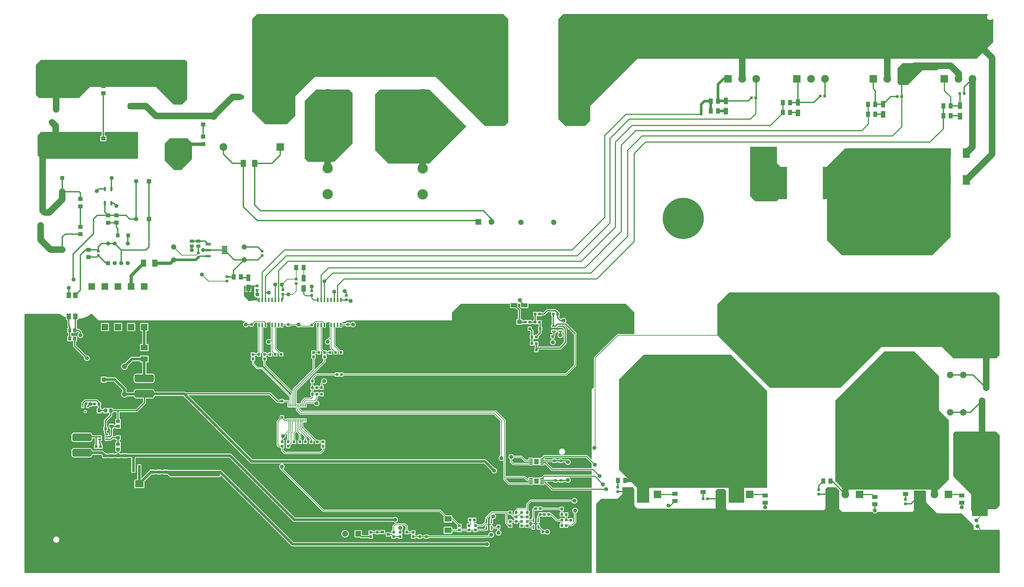
<source format=gbr>
G04 EAGLE Gerber RS-274X export*
G75*
%MOMM*%
%FSLAX34Y34*%
%LPD*%
%INTop Copper*%
%IPPOS*%
%AMOC8*
5,1,8,0,0,1.08239X$1,22.5*%
G01*
%ADD10R,1.100000X1.000000*%
%ADD11R,1.000000X1.100000*%
%ADD12C,2.000000*%
%ADD13R,1.500000X1.300000*%
%ADD14R,1.676400X1.676400*%
%ADD15C,1.676400*%
%ADD16R,1.550000X1.550000*%
%ADD17C,1.550000*%
%ADD18R,1.800000X1.600000*%
%ADD19R,2.500000X1.600000*%
%ADD20R,2.500000X1.700000*%
%ADD21R,1.600000X2.500000*%
%ADD22R,1.700000X2.500000*%
%ADD23R,2.800000X3.800000*%
%ADD24R,2.743000X2.159000*%
%ADD25R,2.159000X2.743000*%
%ADD26R,0.304800X0.990600*%
%ADD27C,0.300000*%
%ADD28C,0.225000*%
%ADD29R,1.800000X2.150000*%
%ADD30R,1.625600X0.609600*%
%ADD31R,0.609600X1.625600*%
%ADD32R,1.600000X1.600000*%
%ADD33C,1.600000*%
%ADD34R,3.300000X2.700000*%
%ADD35R,1.000000X2.700000*%
%ADD36C,0.200000*%
%ADD37C,0.205000*%
%ADD38R,3.000000X3.000000*%
%ADD39C,3.000000*%
%ADD40R,3.150000X12.500000*%
%ADD41R,1.400000X1.000000*%
%ADD42R,1.700000X2.200000*%
%ADD43R,1.803000X1.600000*%
%ADD44R,1.600000X2.000000*%
%ADD45R,2.000000X1.600000*%
%ADD46R,6.200000X2.700000*%
%ADD47R,1.300000X1.500000*%
%ADD48R,1.600000X1.803000*%
%ADD49C,2.082800*%
%ADD50C,16.000000*%
%ADD51R,2.540000X2.540000*%
%ADD52C,1.500000*%
%ADD53C,1.800000*%
%ADD54R,0.600000X0.700000*%
%ADD55R,0.500000X0.600000*%
%ADD56C,2.540000*%
%ADD57C,2.200000*%
%ADD58C,2.250000*%
%ADD59C,4.016000*%
%ADD60R,2.250000X2.250000*%
%ADD61R,1.400000X1.640000*%
%ADD62R,0.866000X1.803000*%
%ADD63C,0.866000*%
%ADD64R,8.000000X8.000000*%
%ADD65C,2.540000*%
%ADD66C,0.508000*%
%ADD67C,6.000000*%
%ADD68C,0.254000*%
%ADD69C,1.016000*%
%ADD70C,0.406400*%
%ADD71C,1.270000*%
%ADD72C,0.304800*%

G36*
X2209864Y-89640D02*
X2209864Y-89640D01*
X2209928Y-89641D01*
X2210003Y-89620D01*
X2210079Y-89609D01*
X2210138Y-89583D01*
X2210200Y-89566D01*
X2210266Y-89525D01*
X2210336Y-89493D01*
X2210385Y-89451D01*
X2210440Y-89418D01*
X2210492Y-89360D01*
X2210550Y-89310D01*
X2210586Y-89256D01*
X2210629Y-89208D01*
X2210662Y-89139D01*
X2210705Y-89074D01*
X2210724Y-89012D01*
X2210752Y-88955D01*
X2210763Y-88885D01*
X2210787Y-88804D01*
X2210788Y-88719D01*
X2210799Y-88650D01*
X2210799Y228918D01*
X2210790Y228982D01*
X2210791Y229046D01*
X2210770Y229121D01*
X2210759Y229197D01*
X2210733Y229256D01*
X2210716Y229318D01*
X2210675Y229384D01*
X2210643Y229454D01*
X2210601Y229503D01*
X2210568Y229558D01*
X2210510Y229610D01*
X2210460Y229668D01*
X2210406Y229704D01*
X2210358Y229747D01*
X2210289Y229780D01*
X2210224Y229823D01*
X2210162Y229842D01*
X2210105Y229870D01*
X2210035Y229881D01*
X2209954Y229905D01*
X2209869Y229906D01*
X2209800Y229917D01*
X2055315Y229917D01*
X2052075Y233158D01*
X2029655Y255578D01*
X2029629Y255597D01*
X2029608Y255621D01*
X2029517Y255681D01*
X2029430Y255747D01*
X2029399Y255758D01*
X2029372Y255776D01*
X2029268Y255808D01*
X2029166Y255846D01*
X2029133Y255849D01*
X2029103Y255858D01*
X2028993Y255860D01*
X2028884Y255868D01*
X2028853Y255862D01*
X2028821Y255862D01*
X2028715Y255833D01*
X2028608Y255811D01*
X2028580Y255795D01*
X2028549Y255787D01*
X2028456Y255729D01*
X2028359Y255678D01*
X2028336Y255656D01*
X2028309Y255639D01*
X2028236Y255558D01*
X2028157Y255481D01*
X2028141Y255453D01*
X2028120Y255429D01*
X2028072Y255331D01*
X2028018Y255236D01*
X2028011Y255205D01*
X2027997Y255176D01*
X2027983Y255086D01*
X2027953Y254961D01*
X2027956Y254913D01*
X2027949Y254871D01*
X2027949Y254116D01*
X2025533Y251699D01*
X2010365Y251699D01*
X2008605Y253459D01*
X2008554Y253497D01*
X2008509Y253543D01*
X2008442Y253581D01*
X2008380Y253628D01*
X2008320Y253650D01*
X2008264Y253682D01*
X2008188Y253700D01*
X2008116Y253727D01*
X2008052Y253732D01*
X2007989Y253747D01*
X2007912Y253743D01*
X2007835Y253749D01*
X2007772Y253736D01*
X2007708Y253733D01*
X2007634Y253707D01*
X2007559Y253692D01*
X2007502Y253661D01*
X2007441Y253640D01*
X2007385Y253599D01*
X2007310Y253559D01*
X2007249Y253500D01*
X2007192Y253459D01*
X2006683Y252949D01*
X1986197Y252949D01*
X1985688Y253459D01*
X1985636Y253497D01*
X1985592Y253543D01*
X1985524Y253581D01*
X1985462Y253628D01*
X1985402Y253651D01*
X1985346Y253682D01*
X1985271Y253700D01*
X1985198Y253727D01*
X1985134Y253732D01*
X1985072Y253747D01*
X1984994Y253743D01*
X1984917Y253749D01*
X1984854Y253736D01*
X1984790Y253733D01*
X1984717Y253707D01*
X1984641Y253692D01*
X1984584Y253661D01*
X1984524Y253640D01*
X1984467Y253599D01*
X1984392Y253559D01*
X1984331Y253500D01*
X1984275Y253459D01*
X1982515Y251699D01*
X1967347Y251699D01*
X1967070Y251977D01*
X1966993Y252034D01*
X1966922Y252099D01*
X1966881Y252119D01*
X1966845Y252146D01*
X1966755Y252180D01*
X1966668Y252222D01*
X1966626Y252228D01*
X1966581Y252245D01*
X1966453Y252255D01*
X1966364Y252269D01*
X1887991Y252269D01*
X1868979Y271281D01*
X1868979Y346413D01*
X1868975Y346445D01*
X1868977Y346477D01*
X1868955Y346584D01*
X1868939Y346692D01*
X1868926Y346722D01*
X1868920Y346753D01*
X1868868Y346850D01*
X1868823Y346949D01*
X1868802Y346974D01*
X1868787Y347002D01*
X1868711Y347081D01*
X1868640Y347163D01*
X1868613Y347181D01*
X1868590Y347204D01*
X1868495Y347258D01*
X1868404Y347318D01*
X1868373Y347327D01*
X1868345Y347343D01*
X1868239Y347368D01*
X1868134Y347400D01*
X1868102Y347401D01*
X1868071Y347408D01*
X1867961Y347403D01*
X1867852Y347404D01*
X1867821Y347395D01*
X1867789Y347394D01*
X1867686Y347358D01*
X1867580Y347329D01*
X1867553Y347312D01*
X1867522Y347301D01*
X1867449Y347248D01*
X1867340Y347181D01*
X1867308Y347145D01*
X1867273Y347120D01*
X1866640Y346486D01*
X1862688Y344849D01*
X1858412Y344849D01*
X1854460Y346486D01*
X1851436Y349510D01*
X1849799Y353462D01*
X1849799Y357738D01*
X1851436Y361690D01*
X1854460Y364714D01*
X1855662Y365212D01*
X1855671Y365217D01*
X1855680Y365219D01*
X1855792Y365289D01*
X1855905Y365356D01*
X1855912Y365363D01*
X1855920Y365368D01*
X1856008Y365466D01*
X1856098Y365561D01*
X1856102Y365570D01*
X1856109Y365577D01*
X1856166Y365695D01*
X1856226Y365813D01*
X1856228Y365822D01*
X1856232Y365831D01*
X1856244Y365906D01*
X1856278Y366090D01*
X1856276Y366114D01*
X1856279Y366135D01*
X1856279Y499467D01*
X1856266Y499562D01*
X1856261Y499658D01*
X1856246Y499701D01*
X1856239Y499746D01*
X1856200Y499834D01*
X1856168Y499925D01*
X1856143Y499959D01*
X1856123Y500003D01*
X1856040Y500101D01*
X1855987Y500174D01*
X1832404Y523757D01*
X1832327Y523814D01*
X1832255Y523879D01*
X1832214Y523899D01*
X1832178Y523926D01*
X1832088Y523960D01*
X1832002Y524002D01*
X1831960Y524008D01*
X1831914Y524025D01*
X1831787Y524035D01*
X1831697Y524049D01*
X1081541Y524049D01*
X1064509Y541081D01*
X1064509Y551085D01*
X1064500Y551149D01*
X1064501Y551213D01*
X1064480Y551288D01*
X1064469Y551364D01*
X1064443Y551423D01*
X1064426Y551485D01*
X1064385Y551551D01*
X1064353Y551621D01*
X1064311Y551670D01*
X1064278Y551725D01*
X1064220Y551777D01*
X1064170Y551835D01*
X1064116Y551871D01*
X1064068Y551914D01*
X1063999Y551947D01*
X1063934Y551990D01*
X1063872Y552009D01*
X1063815Y552037D01*
X1063745Y552048D01*
X1063664Y552072D01*
X1063579Y552073D01*
X1063510Y552084D01*
X1059395Y552084D01*
X1059320Y552102D01*
X1059247Y552129D01*
X1059183Y552134D01*
X1059121Y552149D01*
X1059043Y552145D01*
X1058966Y552151D01*
X1058903Y552138D01*
X1058839Y552135D01*
X1058766Y552110D01*
X1058690Y552094D01*
X1058672Y552084D01*
X1052895Y552084D01*
X1052820Y552102D01*
X1052747Y552129D01*
X1052683Y552134D01*
X1052621Y552149D01*
X1052543Y552145D01*
X1052466Y552151D01*
X1052403Y552138D01*
X1052339Y552135D01*
X1052266Y552110D01*
X1052190Y552094D01*
X1052172Y552084D01*
X1046395Y552084D01*
X1046320Y552102D01*
X1046247Y552129D01*
X1046183Y552134D01*
X1046121Y552149D01*
X1046043Y552145D01*
X1045966Y552151D01*
X1045903Y552138D01*
X1045839Y552135D01*
X1045766Y552110D01*
X1045690Y552094D01*
X1045672Y552084D01*
X1039895Y552084D01*
X1039820Y552102D01*
X1039747Y552129D01*
X1039683Y552134D01*
X1039621Y552149D01*
X1039543Y552145D01*
X1039466Y552151D01*
X1039403Y552138D01*
X1039339Y552135D01*
X1039266Y552110D01*
X1039190Y552094D01*
X1039172Y552084D01*
X1033513Y552084D01*
X1031755Y553842D01*
X1031755Y566234D01*
X1031757Y566235D01*
X1031814Y566312D01*
X1031879Y566383D01*
X1031899Y566424D01*
X1031926Y566461D01*
X1031960Y566551D01*
X1032002Y566637D01*
X1032008Y566679D01*
X1032025Y566725D01*
X1032035Y566852D01*
X1032049Y566942D01*
X1032049Y570587D01*
X1032036Y570682D01*
X1032031Y570778D01*
X1032016Y570821D01*
X1032009Y570866D01*
X1031970Y570954D01*
X1031938Y571045D01*
X1031913Y571079D01*
X1031893Y571123D01*
X1031810Y571221D01*
X1031757Y571294D01*
X1031424Y571627D01*
X1031347Y571684D01*
X1031275Y571749D01*
X1031234Y571769D01*
X1031198Y571796D01*
X1031108Y571830D01*
X1031022Y571872D01*
X1030980Y571878D01*
X1030934Y571895D01*
X1030807Y571905D01*
X1030717Y571919D01*
X1018461Y571919D01*
X1018397Y571910D01*
X1018333Y571911D01*
X1018258Y571890D01*
X1018182Y571879D01*
X1018123Y571853D01*
X1018061Y571836D01*
X1017995Y571795D01*
X1017925Y571763D01*
X1017876Y571721D01*
X1017821Y571688D01*
X1017769Y571630D01*
X1017710Y571580D01*
X1017675Y571526D01*
X1017632Y571478D01*
X1017598Y571409D01*
X1017556Y571344D01*
X1017537Y571282D01*
X1017509Y571225D01*
X1017498Y571155D01*
X1017473Y571074D01*
X1017472Y570989D01*
X1017462Y570920D01*
X1017462Y569447D01*
X1015704Y567689D01*
X1003218Y567689D01*
X1001460Y569447D01*
X1001460Y569650D01*
X1001451Y569714D01*
X1001452Y569778D01*
X1001431Y569853D01*
X1001420Y569929D01*
X1001394Y569988D01*
X1001377Y570050D01*
X1001336Y570116D01*
X1001304Y570186D01*
X1001262Y570235D01*
X1001228Y570290D01*
X1001171Y570342D01*
X1001121Y570400D01*
X1001067Y570436D01*
X1001019Y570479D01*
X1000950Y570512D01*
X1000885Y570555D01*
X1000823Y570574D01*
X1000765Y570602D01*
X1000696Y570613D01*
X1000615Y570637D01*
X1000530Y570638D01*
X1000461Y570649D01*
X990768Y570649D01*
X988731Y571493D01*
X961058Y599167D01*
X960981Y599224D01*
X960909Y599289D01*
X960868Y599309D01*
X960832Y599336D01*
X960742Y599370D01*
X960656Y599412D01*
X960614Y599418D01*
X960568Y599435D01*
X960441Y599445D01*
X960351Y599459D01*
X650091Y599459D01*
X650059Y599455D01*
X650027Y599457D01*
X649920Y599435D01*
X649812Y599419D01*
X649782Y599406D01*
X649751Y599400D01*
X649654Y599348D01*
X649555Y599303D01*
X649530Y599282D01*
X649502Y599267D01*
X649423Y599191D01*
X649341Y599120D01*
X649323Y599093D01*
X649300Y599070D01*
X649246Y598975D01*
X649186Y598884D01*
X649177Y598853D01*
X649161Y598825D01*
X649136Y598718D01*
X649104Y598614D01*
X649103Y598582D01*
X649096Y598551D01*
X649101Y598441D01*
X649100Y598332D01*
X649109Y598301D01*
X649110Y598269D01*
X649146Y598166D01*
X649175Y598060D01*
X649192Y598033D01*
X649203Y598002D01*
X649256Y597929D01*
X649323Y597820D01*
X649359Y597788D01*
X649384Y597753D01*
X895864Y351273D01*
X895941Y351216D01*
X896013Y351151D01*
X896054Y351131D01*
X896090Y351104D01*
X896180Y351070D01*
X896266Y351028D01*
X896309Y351022D01*
X896354Y351005D01*
X896482Y350995D01*
X896571Y350981D01*
X1798657Y350981D01*
X1801627Y349750D01*
X1832994Y318383D01*
X1833071Y318326D01*
X1833143Y318261D01*
X1833184Y318241D01*
X1833220Y318214D01*
X1833310Y318180D01*
X1833396Y318138D01*
X1833439Y318132D01*
X1833484Y318115D01*
X1833612Y318105D01*
X1833701Y318091D01*
X1834748Y318091D01*
X1838700Y316454D01*
X1841724Y313430D01*
X1843361Y309478D01*
X1843361Y305202D01*
X1841724Y301250D01*
X1838700Y298226D01*
X1834748Y296589D01*
X1830472Y296589D01*
X1826520Y298226D01*
X1823496Y301250D01*
X1821859Y305202D01*
X1821859Y306249D01*
X1821846Y306344D01*
X1821841Y306440D01*
X1821826Y306483D01*
X1821819Y306528D01*
X1821780Y306616D01*
X1821748Y306707D01*
X1821723Y306741D01*
X1821703Y306785D01*
X1821620Y306882D01*
X1821567Y306956D01*
X1793996Y334527D01*
X1793919Y334584D01*
X1793847Y334649D01*
X1793806Y334669D01*
X1793770Y334696D01*
X1793680Y334730D01*
X1793594Y334772D01*
X1793551Y334778D01*
X1793506Y334795D01*
X1793378Y334805D01*
X1793289Y334819D01*
X1013218Y334819D01*
X1013132Y334807D01*
X1013046Y334804D01*
X1012993Y334787D01*
X1012939Y334779D01*
X1012860Y334744D01*
X1012778Y334717D01*
X1012732Y334686D01*
X1012682Y334663D01*
X1012616Y334607D01*
X1012545Y334558D01*
X1012510Y334516D01*
X1012468Y334480D01*
X1012420Y334407D01*
X1012365Y334340D01*
X1012344Y334290D01*
X1012313Y334244D01*
X1012288Y334161D01*
X1012254Y334081D01*
X1012247Y334027D01*
X1012231Y333974D01*
X1012230Y333887D01*
X1012219Y333801D01*
X1012228Y333747D01*
X1012227Y333692D01*
X1012251Y333608D01*
X1012264Y333523D01*
X1012288Y333473D01*
X1012303Y333420D01*
X1012348Y333346D01*
X1012385Y333268D01*
X1012422Y333227D01*
X1012451Y333180D01*
X1012515Y333122D01*
X1012573Y333057D01*
X1012616Y333031D01*
X1012660Y332991D01*
X1012762Y332942D01*
X1012836Y332897D01*
X1015740Y331694D01*
X1018764Y328670D01*
X1020401Y324718D01*
X1020401Y320442D01*
X1018764Y316490D01*
X1015898Y313625D01*
X1015860Y313573D01*
X1015814Y313528D01*
X1015776Y313461D01*
X1015729Y313399D01*
X1015706Y313339D01*
X1015675Y313283D01*
X1015657Y313208D01*
X1015630Y313135D01*
X1015625Y313071D01*
X1015610Y313008D01*
X1015614Y312931D01*
X1015608Y312854D01*
X1015621Y312791D01*
X1015624Y312727D01*
X1015650Y312653D01*
X1015665Y312578D01*
X1015696Y312521D01*
X1015717Y312460D01*
X1015758Y312404D01*
X1015798Y312329D01*
X1015857Y312268D01*
X1015898Y312211D01*
X1172416Y155693D01*
X1172493Y155636D01*
X1172565Y155571D01*
X1172606Y155551D01*
X1172642Y155524D01*
X1172732Y155490D01*
X1172818Y155448D01*
X1172860Y155442D01*
X1172906Y155425D01*
X1173033Y155415D01*
X1173123Y155401D01*
X1624069Y155401D01*
X1645491Y133978D01*
X1645568Y133921D01*
X1645640Y133856D01*
X1645681Y133836D01*
X1645717Y133809D01*
X1645807Y133775D01*
X1645893Y133733D01*
X1645935Y133727D01*
X1645981Y133710D01*
X1646108Y133700D01*
X1646198Y133686D01*
X1668498Y133686D01*
X1670256Y131928D01*
X1670256Y125160D01*
X1670264Y125099D01*
X1670264Y125062D01*
X1670264Y125060D01*
X1670264Y125032D01*
X1670285Y124957D01*
X1670296Y124881D01*
X1670322Y124822D01*
X1670339Y124760D01*
X1670380Y124694D01*
X1670412Y124624D01*
X1670454Y124575D01*
X1670487Y124520D01*
X1670545Y124468D01*
X1670595Y124410D01*
X1670649Y124374D01*
X1670697Y124331D01*
X1670766Y124298D01*
X1670831Y124255D01*
X1670893Y124236D01*
X1670950Y124208D01*
X1671020Y124197D01*
X1671101Y124173D01*
X1671186Y124172D01*
X1671255Y124161D01*
X1673459Y124161D01*
X1695736Y101883D01*
X1695813Y101826D01*
X1695885Y101761D01*
X1695926Y101741D01*
X1695962Y101714D01*
X1696052Y101680D01*
X1696138Y101638D01*
X1696180Y101632D01*
X1696226Y101615D01*
X1696353Y101605D01*
X1696443Y101591D01*
X1704733Y101591D01*
X1706491Y99833D01*
X1706491Y87347D01*
X1704940Y85797D01*
X1704902Y85745D01*
X1704856Y85700D01*
X1704817Y85633D01*
X1704771Y85571D01*
X1704748Y85511D01*
X1704717Y85455D01*
X1704699Y85380D01*
X1704671Y85307D01*
X1704666Y85243D01*
X1704652Y85181D01*
X1704656Y85103D01*
X1704650Y85026D01*
X1704663Y84963D01*
X1704666Y84899D01*
X1704691Y84826D01*
X1704707Y84750D01*
X1704737Y84693D01*
X1704759Y84632D01*
X1704800Y84576D01*
X1704840Y84501D01*
X1704899Y84440D01*
X1704940Y84383D01*
X1706491Y82833D01*
X1706491Y81860D01*
X1706500Y81796D01*
X1706499Y81732D01*
X1706520Y81657D01*
X1706531Y81581D01*
X1706557Y81522D01*
X1706574Y81460D01*
X1706615Y81394D01*
X1706647Y81324D01*
X1706689Y81275D01*
X1706722Y81220D01*
X1706780Y81168D01*
X1706830Y81110D01*
X1706884Y81074D01*
X1706932Y81031D01*
X1707001Y80998D01*
X1707066Y80955D01*
X1707128Y80936D01*
X1707185Y80908D01*
X1707255Y80897D01*
X1707336Y80873D01*
X1707421Y80872D01*
X1707490Y80861D01*
X1725820Y80861D01*
X1725884Y80870D01*
X1725948Y80869D01*
X1726023Y80890D01*
X1726099Y80901D01*
X1726158Y80927D01*
X1726220Y80944D01*
X1726286Y80985D01*
X1726356Y81017D01*
X1726405Y81059D01*
X1726460Y81092D01*
X1726512Y81150D01*
X1726570Y81200D01*
X1726606Y81254D01*
X1726649Y81302D01*
X1726682Y81371D01*
X1726725Y81436D01*
X1726744Y81498D01*
X1726772Y81555D01*
X1726783Y81625D01*
X1726807Y81706D01*
X1726808Y81791D01*
X1726819Y81860D01*
X1726819Y83333D01*
X1727870Y84383D01*
X1727908Y84435D01*
X1727954Y84480D01*
X1727993Y84547D01*
X1728039Y84609D01*
X1728062Y84669D01*
X1728093Y84725D01*
X1728111Y84800D01*
X1728139Y84873D01*
X1728144Y84937D01*
X1728158Y84999D01*
X1728154Y85077D01*
X1728160Y85154D01*
X1728147Y85217D01*
X1728144Y85281D01*
X1728119Y85354D01*
X1728103Y85430D01*
X1728073Y85487D01*
X1728051Y85548D01*
X1728010Y85604D01*
X1727970Y85679D01*
X1727911Y85740D01*
X1727870Y85797D01*
X1726819Y86847D01*
X1726819Y100333D01*
X1728577Y102091D01*
X1733750Y102091D01*
X1733814Y102100D01*
X1733878Y102099D01*
X1733953Y102120D01*
X1734029Y102131D01*
X1734088Y102157D01*
X1734150Y102174D01*
X1734216Y102215D01*
X1734286Y102247D01*
X1734335Y102289D01*
X1734390Y102322D01*
X1734442Y102380D01*
X1734500Y102430D01*
X1734536Y102484D01*
X1734579Y102532D01*
X1734612Y102601D01*
X1734655Y102666D01*
X1734674Y102728D01*
X1734702Y102785D01*
X1734713Y102855D01*
X1734737Y102936D01*
X1734738Y103021D01*
X1734749Y103090D01*
X1734749Y107340D01*
X1734740Y107404D01*
X1734741Y107468D01*
X1734720Y107543D01*
X1734709Y107619D01*
X1734683Y107678D01*
X1734666Y107740D01*
X1734625Y107806D01*
X1734593Y107876D01*
X1734551Y107925D01*
X1734518Y107980D01*
X1734460Y108032D01*
X1734410Y108090D01*
X1734356Y108126D01*
X1734308Y108169D01*
X1734239Y108202D01*
X1734174Y108245D01*
X1734112Y108264D01*
X1734055Y108292D01*
X1733985Y108303D01*
X1733904Y108327D01*
X1733819Y108328D01*
X1733750Y108339D01*
X1732777Y108339D01*
X1731019Y110097D01*
X1731019Y123583D01*
X1732777Y125341D01*
X1745263Y125341D01*
X1746813Y123790D01*
X1746865Y123752D01*
X1746910Y123706D01*
X1746977Y123667D01*
X1747039Y123621D01*
X1747099Y123598D01*
X1747155Y123567D01*
X1747230Y123549D01*
X1747303Y123521D01*
X1747367Y123516D01*
X1747430Y123502D01*
X1747507Y123506D01*
X1747584Y123500D01*
X1747647Y123513D01*
X1747711Y123516D01*
X1747784Y123541D01*
X1747860Y123557D01*
X1747917Y123587D01*
X1747978Y123609D01*
X1748034Y123650D01*
X1748109Y123690D01*
X1748170Y123749D01*
X1748227Y123790D01*
X1749777Y125341D01*
X1762263Y125341D01*
X1764021Y123583D01*
X1764021Y110097D01*
X1762263Y108339D01*
X1761290Y108339D01*
X1761226Y108330D01*
X1761162Y108331D01*
X1761087Y108310D01*
X1761011Y108299D01*
X1760952Y108273D01*
X1760890Y108256D01*
X1760824Y108215D01*
X1760754Y108183D01*
X1760705Y108141D01*
X1760650Y108108D01*
X1760598Y108050D01*
X1760540Y108000D01*
X1760504Y107946D01*
X1760461Y107898D01*
X1760428Y107829D01*
X1760385Y107764D01*
X1760366Y107702D01*
X1760338Y107645D01*
X1760327Y107575D01*
X1760303Y107494D01*
X1760302Y107409D01*
X1760291Y107340D01*
X1760291Y103090D01*
X1760300Y103026D01*
X1760299Y102962D01*
X1760320Y102887D01*
X1760331Y102811D01*
X1760357Y102752D01*
X1760374Y102690D01*
X1760415Y102624D01*
X1760447Y102554D01*
X1760489Y102505D01*
X1760522Y102450D01*
X1760580Y102398D01*
X1760630Y102340D01*
X1760684Y102304D01*
X1760732Y102261D01*
X1760801Y102228D01*
X1760866Y102185D01*
X1760928Y102166D01*
X1760985Y102138D01*
X1761055Y102127D01*
X1761136Y102103D01*
X1761221Y102102D01*
X1761290Y102091D01*
X1766463Y102091D01*
X1768221Y100333D01*
X1768221Y98860D01*
X1768230Y98796D01*
X1768229Y98732D01*
X1768250Y98657D01*
X1768261Y98581D01*
X1768287Y98522D01*
X1768304Y98460D01*
X1768345Y98394D01*
X1768377Y98324D01*
X1768419Y98275D01*
X1768452Y98220D01*
X1768510Y98168D01*
X1768560Y98110D01*
X1768614Y98074D01*
X1768662Y98031D01*
X1768731Y97998D01*
X1768796Y97955D01*
X1768858Y97936D01*
X1768915Y97908D01*
X1768985Y97897D01*
X1769066Y97873D01*
X1769151Y97872D01*
X1769220Y97861D01*
X1783961Y97861D01*
X1784056Y97874D01*
X1784152Y97879D01*
X1784195Y97894D01*
X1784240Y97901D01*
X1784328Y97940D01*
X1784419Y97972D01*
X1784453Y97997D01*
X1784497Y98017D01*
X1784595Y98100D01*
X1784668Y98153D01*
X1796449Y109934D01*
X1796506Y110011D01*
X1796571Y110083D01*
X1796591Y110124D01*
X1796618Y110160D01*
X1796652Y110250D01*
X1796694Y110336D01*
X1796700Y110378D01*
X1796717Y110424D01*
X1796727Y110551D01*
X1796741Y110641D01*
X1796741Y119607D01*
X1798227Y121092D01*
X1798284Y121169D01*
X1798349Y121240D01*
X1798369Y121281D01*
X1798396Y121318D01*
X1798430Y121408D01*
X1798472Y121494D01*
X1798478Y121536D01*
X1798495Y121582D01*
X1798505Y121709D01*
X1798519Y121799D01*
X1798519Y125619D01*
X1801314Y128413D01*
X1818767Y145866D01*
X1821561Y148661D01*
X1885340Y148661D01*
X1885404Y148670D01*
X1885468Y148669D01*
X1885543Y148690D01*
X1885619Y148701D01*
X1885678Y148727D01*
X1885740Y148744D01*
X1885806Y148785D01*
X1885876Y148817D01*
X1885925Y148859D01*
X1885980Y148892D01*
X1886032Y148950D01*
X1886090Y149000D01*
X1886126Y149054D01*
X1886169Y149102D01*
X1886202Y149171D01*
X1886245Y149236D01*
X1886264Y149298D01*
X1886292Y149355D01*
X1886303Y149425D01*
X1886327Y149506D01*
X1886328Y149591D01*
X1886339Y149660D01*
X1886339Y150633D01*
X1888097Y152391D01*
X1901583Y152391D01*
X1903341Y150633D01*
X1903341Y142343D01*
X1903354Y142248D01*
X1903359Y142152D01*
X1903374Y142109D01*
X1903381Y142064D01*
X1903420Y141976D01*
X1903452Y141885D01*
X1903477Y141851D01*
X1903497Y141807D01*
X1903580Y141710D01*
X1903633Y141636D01*
X1907493Y137776D01*
X1907519Y137757D01*
X1907540Y137732D01*
X1907632Y137673D01*
X1907719Y137607D01*
X1907749Y137596D01*
X1907776Y137578D01*
X1907881Y137546D01*
X1907983Y137507D01*
X1908015Y137505D01*
X1908046Y137496D01*
X1908155Y137494D01*
X1908264Y137486D01*
X1908296Y137492D01*
X1908328Y137492D01*
X1908433Y137521D01*
X1908540Y137543D01*
X1908569Y137558D01*
X1908600Y137567D01*
X1908693Y137624D01*
X1908789Y137676D01*
X1908812Y137698D01*
X1908840Y137715D01*
X1908913Y137796D01*
X1908991Y137873D01*
X1909007Y137901D01*
X1909029Y137924D01*
X1909076Y138023D01*
X1909130Y138118D01*
X1909138Y138149D01*
X1909152Y138178D01*
X1909166Y138268D01*
X1909195Y138392D01*
X1909193Y138441D01*
X1909199Y138483D01*
X1909199Y150633D01*
X1910957Y152391D01*
X1912700Y152391D01*
X1912764Y152400D01*
X1912828Y152399D01*
X1912903Y152420D01*
X1912979Y152431D01*
X1913038Y152457D01*
X1913100Y152474D01*
X1913166Y152515D01*
X1913236Y152547D01*
X1913285Y152589D01*
X1913340Y152622D01*
X1913392Y152680D01*
X1913450Y152730D01*
X1913486Y152784D01*
X1913529Y152832D01*
X1913562Y152901D01*
X1913605Y152966D01*
X1913624Y153028D01*
X1913652Y153085D01*
X1913663Y153155D01*
X1913687Y153236D01*
X1913688Y153321D01*
X1913699Y153390D01*
X1913699Y154057D01*
X1922393Y162751D01*
X1955610Y162751D01*
X1955674Y162760D01*
X1955738Y162759D01*
X1955813Y162780D01*
X1955889Y162791D01*
X1955948Y162817D01*
X1956010Y162834D01*
X1956076Y162875D01*
X1956146Y162907D01*
X1956195Y162949D01*
X1956250Y162982D01*
X1956302Y163040D01*
X1956360Y163090D01*
X1956396Y163144D01*
X1956439Y163192D01*
X1956472Y163261D01*
X1956515Y163326D01*
X1956534Y163388D01*
X1956562Y163445D01*
X1956573Y163515D01*
X1956597Y163596D01*
X1956598Y163681D01*
X1956609Y163750D01*
X1956609Y178299D01*
X1973081Y194771D01*
X2133225Y194771D01*
X2133234Y194772D01*
X2133244Y194771D01*
X2133374Y194792D01*
X2133504Y194811D01*
X2133513Y194814D01*
X2133522Y194816D01*
X2133641Y194873D01*
X2133761Y194927D01*
X2133768Y194933D01*
X2133777Y194937D01*
X2133875Y195025D01*
X2133975Y195110D01*
X2133980Y195118D01*
X2133987Y195124D01*
X2134027Y195190D01*
X2134130Y195346D01*
X2134137Y195369D01*
X2134148Y195388D01*
X2134646Y196590D01*
X2137670Y199614D01*
X2141622Y201251D01*
X2145898Y201251D01*
X2149850Y199614D01*
X2152874Y196590D01*
X2154511Y192638D01*
X2154511Y188362D01*
X2152874Y184410D01*
X2149850Y181386D01*
X2145898Y179749D01*
X2141622Y179749D01*
X2137670Y181386D01*
X2134646Y184410D01*
X2134148Y185612D01*
X2134143Y185621D01*
X2134141Y185630D01*
X2134071Y185742D01*
X2134004Y185855D01*
X2133997Y185862D01*
X2133992Y185870D01*
X2133894Y185958D01*
X2133799Y186048D01*
X2133790Y186052D01*
X2133783Y186059D01*
X2133665Y186116D01*
X2133547Y186176D01*
X2133538Y186178D01*
X2133529Y186182D01*
X2133454Y186194D01*
X2133270Y186228D01*
X2133246Y186226D01*
X2133225Y186229D01*
X1977033Y186229D01*
X1976938Y186216D01*
X1976842Y186211D01*
X1976799Y186196D01*
X1976754Y186189D01*
X1976666Y186150D01*
X1976575Y186118D01*
X1976541Y186093D01*
X1976497Y186073D01*
X1976399Y185990D01*
X1976326Y185937D01*
X1965443Y175054D01*
X1965386Y174977D01*
X1965321Y174905D01*
X1965301Y174864D01*
X1965274Y174828D01*
X1965240Y174738D01*
X1965198Y174652D01*
X1965192Y174610D01*
X1965175Y174564D01*
X1965165Y174437D01*
X1965151Y174347D01*
X1965151Y153390D01*
X1965160Y153326D01*
X1965159Y153262D01*
X1965180Y153187D01*
X1965191Y153111D01*
X1965217Y153052D01*
X1965234Y152990D01*
X1965275Y152924D01*
X1965307Y152854D01*
X1965349Y152805D01*
X1965382Y152750D01*
X1965440Y152698D01*
X1965490Y152640D01*
X1965544Y152604D01*
X1965592Y152561D01*
X1965661Y152528D01*
X1965726Y152485D01*
X1965788Y152466D01*
X1965845Y152438D01*
X1965915Y152427D01*
X1965996Y152403D01*
X1966081Y152402D01*
X1966150Y152391D01*
X1967623Y152391D01*
X1969381Y150633D01*
X1969381Y138147D01*
X1967830Y136597D01*
X1967792Y136545D01*
X1967746Y136500D01*
X1967707Y136433D01*
X1967661Y136371D01*
X1967638Y136311D01*
X1967607Y136255D01*
X1967589Y136180D01*
X1967561Y136107D01*
X1967556Y136043D01*
X1967542Y135980D01*
X1967546Y135903D01*
X1967540Y135826D01*
X1967553Y135763D01*
X1967556Y135699D01*
X1967581Y135626D01*
X1967597Y135550D01*
X1967627Y135493D01*
X1967649Y135432D01*
X1967690Y135376D01*
X1967730Y135301D01*
X1967789Y135240D01*
X1967830Y135183D01*
X1969381Y133633D01*
X1969381Y121147D01*
X1968256Y120023D01*
X1968237Y119997D01*
X1968212Y119976D01*
X1968152Y119884D01*
X1968087Y119797D01*
X1968076Y119767D01*
X1968058Y119740D01*
X1968026Y119635D01*
X1967987Y119533D01*
X1967985Y119501D01*
X1967976Y119470D01*
X1967974Y119361D01*
X1967966Y119252D01*
X1967972Y119220D01*
X1967972Y119188D01*
X1968001Y119083D01*
X1968023Y118976D01*
X1968038Y118947D01*
X1968047Y118916D01*
X1968104Y118823D01*
X1968156Y118727D01*
X1968178Y118704D01*
X1968195Y118676D01*
X1968276Y118603D01*
X1968352Y118525D01*
X1968381Y118509D01*
X1968404Y118487D01*
X1968503Y118440D01*
X1968598Y118386D01*
X1968629Y118378D01*
X1968658Y118364D01*
X1968748Y118350D01*
X1968872Y118321D01*
X1968921Y118323D01*
X1968963Y118317D01*
X1977352Y118317D01*
X1977416Y118326D01*
X1977480Y118325D01*
X1977555Y118346D01*
X1977631Y118357D01*
X1977690Y118383D01*
X1977752Y118400D01*
X1977818Y118441D01*
X1977888Y118473D01*
X1977937Y118515D01*
X1977992Y118548D01*
X1978044Y118606D01*
X1978102Y118656D01*
X1978138Y118710D01*
X1978181Y118758D01*
X1978214Y118827D01*
X1978257Y118892D01*
X1978276Y118954D01*
X1978304Y119011D01*
X1978315Y119081D01*
X1978339Y119162D01*
X1978340Y119247D01*
X1978351Y119316D01*
X1978351Y123417D01*
X1979837Y124902D01*
X1979894Y124979D01*
X1979959Y125050D01*
X1979979Y125091D01*
X1980006Y125128D01*
X1980040Y125218D01*
X1980082Y125304D01*
X1980088Y125346D01*
X1980105Y125392D01*
X1980115Y125519D01*
X1980129Y125609D01*
X1980129Y158639D01*
X1982987Y161496D01*
X1985997Y164506D01*
X1986054Y164583D01*
X1986119Y164655D01*
X1986139Y164695D01*
X1986166Y164732D01*
X1986200Y164822D01*
X1986242Y164908D01*
X1986248Y164950D01*
X1986265Y164996D01*
X1986275Y165123D01*
X1986289Y165213D01*
X1986289Y166763D01*
X1988047Y168521D01*
X2000533Y168521D01*
X2002083Y166970D01*
X2002135Y166932D01*
X2002180Y166886D01*
X2002247Y166847D01*
X2002309Y166801D01*
X2002369Y166778D01*
X2002425Y166747D01*
X2002500Y166729D01*
X2002573Y166701D01*
X2002637Y166696D01*
X2002700Y166682D01*
X2002777Y166686D01*
X2002854Y166680D01*
X2002917Y166693D01*
X2002981Y166696D01*
X2003054Y166721D01*
X2003130Y166737D01*
X2003187Y166767D01*
X2003248Y166789D01*
X2003304Y166830D01*
X2003379Y166870D01*
X2003440Y166929D01*
X2003497Y166970D01*
X2005047Y168521D01*
X2017533Y168521D01*
X2019291Y166763D01*
X2019291Y164020D01*
X2019300Y163956D01*
X2019299Y163892D01*
X2019320Y163817D01*
X2019331Y163741D01*
X2019357Y163682D01*
X2019374Y163620D01*
X2019415Y163554D01*
X2019447Y163484D01*
X2019489Y163435D01*
X2019522Y163380D01*
X2019580Y163328D01*
X2019630Y163270D01*
X2019684Y163234D01*
X2019732Y163191D01*
X2019801Y163158D01*
X2019866Y163115D01*
X2019928Y163096D01*
X2019985Y163068D01*
X2020055Y163057D01*
X2020136Y163033D01*
X2020221Y163032D01*
X2020290Y163021D01*
X2085620Y163021D01*
X2085684Y163030D01*
X2085748Y163029D01*
X2085823Y163050D01*
X2085899Y163061D01*
X2085958Y163087D01*
X2086020Y163104D01*
X2086086Y163145D01*
X2086156Y163177D01*
X2086205Y163219D01*
X2086260Y163252D01*
X2086312Y163310D01*
X2086370Y163360D01*
X2086406Y163414D01*
X2086449Y163462D01*
X2086482Y163531D01*
X2086525Y163596D01*
X2086544Y163658D01*
X2086572Y163715D01*
X2086583Y163785D01*
X2086607Y163866D01*
X2086608Y163951D01*
X2086619Y164020D01*
X2086619Y165493D01*
X2088377Y167251D01*
X2100863Y167251D01*
X2102621Y165493D01*
X2102621Y152007D01*
X2100863Y150249D01*
X2099890Y150249D01*
X2099826Y150240D01*
X2099762Y150241D01*
X2099687Y150220D01*
X2099611Y150209D01*
X2099552Y150183D01*
X2099490Y150166D01*
X2099424Y150125D01*
X2099354Y150093D01*
X2099305Y150051D01*
X2099250Y150018D01*
X2099198Y149960D01*
X2099140Y149910D01*
X2099104Y149856D01*
X2099061Y149808D01*
X2099028Y149739D01*
X2098985Y149674D01*
X2098966Y149612D01*
X2098938Y149555D01*
X2098927Y149485D01*
X2098903Y149404D01*
X2098902Y149319D01*
X2098891Y149250D01*
X2098891Y146160D01*
X2098900Y146098D01*
X2098899Y146046D01*
X2098899Y146045D01*
X2098899Y146032D01*
X2098920Y145957D01*
X2098931Y145881D01*
X2098957Y145822D01*
X2098974Y145760D01*
X2099015Y145694D01*
X2099047Y145624D01*
X2099089Y145575D01*
X2099122Y145520D01*
X2099180Y145468D01*
X2099230Y145410D01*
X2099284Y145374D01*
X2099332Y145331D01*
X2099401Y145298D01*
X2099466Y145255D01*
X2099528Y145236D01*
X2099585Y145208D01*
X2099655Y145197D01*
X2099736Y145173D01*
X2099821Y145172D01*
X2099890Y145161D01*
X2101363Y145161D01*
X2102413Y144110D01*
X2102465Y144072D01*
X2102510Y144026D01*
X2102577Y143987D01*
X2102639Y143941D01*
X2102699Y143918D01*
X2102755Y143887D01*
X2102830Y143869D01*
X2102903Y143841D01*
X2102967Y143836D01*
X2103029Y143822D01*
X2103107Y143826D01*
X2103184Y143820D01*
X2103247Y143833D01*
X2103311Y143836D01*
X2103384Y143861D01*
X2103460Y143877D01*
X2103517Y143907D01*
X2103578Y143929D01*
X2103634Y143970D01*
X2103709Y144010D01*
X2103770Y144069D01*
X2103827Y144110D01*
X2104877Y145161D01*
X2118363Y145161D01*
X2120121Y143403D01*
X2120121Y130917D01*
X2118363Y129159D01*
X2116890Y129159D01*
X2116826Y129150D01*
X2116762Y129151D01*
X2116687Y129130D01*
X2116611Y129119D01*
X2116552Y129093D01*
X2116490Y129076D01*
X2116424Y129035D01*
X2116354Y129003D01*
X2116305Y128961D01*
X2116250Y128928D01*
X2116198Y128870D01*
X2116140Y128820D01*
X2116104Y128766D01*
X2116061Y128718D01*
X2116028Y128649D01*
X2115985Y128584D01*
X2115966Y128522D01*
X2115938Y128465D01*
X2115927Y128395D01*
X2115903Y128314D01*
X2115902Y128229D01*
X2115891Y128160D01*
X2115891Y124570D01*
X2115900Y124506D01*
X2115899Y124442D01*
X2115920Y124367D01*
X2115931Y124291D01*
X2115957Y124232D01*
X2115974Y124170D01*
X2116015Y124104D01*
X2116047Y124034D01*
X2116089Y123985D01*
X2116122Y123930D01*
X2116180Y123878D01*
X2116230Y123820D01*
X2116284Y123784D01*
X2116332Y123741D01*
X2116401Y123708D01*
X2116466Y123665D01*
X2116528Y123646D01*
X2116585Y123618D01*
X2116655Y123607D01*
X2116736Y123583D01*
X2116821Y123582D01*
X2116890Y123571D01*
X2118363Y123571D01*
X2120263Y121670D01*
X2120277Y121641D01*
X2120298Y121616D01*
X2120313Y121588D01*
X2120389Y121509D01*
X2120460Y121426D01*
X2120487Y121409D01*
X2120510Y121386D01*
X2120605Y121332D01*
X2120696Y121272D01*
X2120727Y121262D01*
X2120755Y121247D01*
X2120861Y121221D01*
X2120966Y121190D01*
X2120998Y121189D01*
X2121029Y121182D01*
X2121139Y121187D01*
X2121248Y121186D01*
X2121279Y121194D01*
X2121311Y121196D01*
X2121414Y121232D01*
X2121520Y121261D01*
X2121547Y121278D01*
X2121578Y121288D01*
X2121642Y121335D01*
X2121671Y121349D01*
X2121696Y121370D01*
X2121760Y121409D01*
X2121792Y121445D01*
X2121827Y121470D01*
X2123547Y123191D01*
X2136033Y123191D01*
X2137791Y121433D01*
X2137791Y107893D01*
X2137795Y107861D01*
X2137793Y107829D01*
X2137815Y107722D01*
X2137831Y107614D01*
X2137844Y107584D01*
X2137850Y107553D01*
X2137902Y107456D01*
X2137947Y107357D01*
X2137968Y107332D01*
X2137983Y107304D01*
X2138059Y107226D01*
X2138130Y107142D01*
X2138157Y107125D01*
X2138180Y107102D01*
X2138275Y107048D01*
X2138366Y106988D01*
X2138397Y106979D01*
X2138425Y106963D01*
X2138531Y106937D01*
X2138636Y106906D01*
X2138668Y106905D01*
X2138699Y106898D01*
X2138809Y106903D01*
X2138918Y106902D01*
X2138949Y106910D01*
X2138981Y106912D01*
X2139084Y106948D01*
X2139190Y106977D01*
X2139217Y106994D01*
X2139248Y107005D01*
X2139321Y107058D01*
X2139430Y107125D01*
X2139462Y107161D01*
X2139497Y107186D01*
X2141737Y109426D01*
X2141794Y109503D01*
X2141859Y109575D01*
X2141879Y109615D01*
X2141906Y109652D01*
X2141940Y109742D01*
X2141982Y109828D01*
X2141988Y109870D01*
X2142005Y109916D01*
X2142015Y110039D01*
X2142017Y110047D01*
X2142017Y110057D01*
X2142029Y110133D01*
X2142029Y141865D01*
X2142028Y141874D01*
X2142029Y141884D01*
X2142008Y142014D01*
X2141989Y142144D01*
X2141986Y142153D01*
X2141984Y142162D01*
X2141927Y142281D01*
X2141873Y142401D01*
X2141867Y142408D01*
X2141863Y142417D01*
X2141775Y142515D01*
X2141690Y142615D01*
X2141682Y142620D01*
X2141676Y142628D01*
X2141610Y142668D01*
X2141454Y142770D01*
X2141431Y142777D01*
X2141412Y142788D01*
X2140210Y143286D01*
X2137186Y146310D01*
X2135549Y150262D01*
X2135549Y154538D01*
X2137186Y158490D01*
X2140210Y161514D01*
X2144162Y163151D01*
X2148438Y163151D01*
X2152390Y161514D01*
X2155414Y158490D01*
X2157051Y154538D01*
X2157051Y150262D01*
X2155414Y146310D01*
X2152390Y143286D01*
X2151188Y142788D01*
X2151179Y142783D01*
X2151170Y142781D01*
X2151058Y142711D01*
X2150945Y142644D01*
X2150938Y142637D01*
X2150930Y142633D01*
X2150842Y142535D01*
X2150752Y142439D01*
X2150748Y142430D01*
X2150741Y142423D01*
X2150684Y142305D01*
X2150624Y142187D01*
X2150622Y142178D01*
X2150618Y142169D01*
X2150606Y142094D01*
X2150572Y141910D01*
X2150574Y141886D01*
X2150571Y141865D01*
X2150571Y106181D01*
X2136639Y92249D01*
X2120620Y92249D01*
X2120556Y92240D01*
X2120492Y92241D01*
X2120417Y92220D01*
X2120341Y92209D01*
X2120282Y92183D01*
X2120220Y92166D01*
X2120154Y92125D01*
X2120084Y92093D01*
X2120035Y92051D01*
X2119980Y92018D01*
X2119928Y91960D01*
X2119870Y91910D01*
X2119834Y91856D01*
X2119791Y91808D01*
X2119758Y91739D01*
X2119715Y91674D01*
X2119696Y91612D01*
X2119668Y91555D01*
X2119657Y91485D01*
X2119633Y91404D01*
X2119632Y91319D01*
X2119621Y91250D01*
X2119621Y87237D01*
X2117863Y85479D01*
X2105377Y85479D01*
X2103827Y87030D01*
X2103775Y87068D01*
X2103730Y87114D01*
X2103663Y87153D01*
X2103601Y87199D01*
X2103541Y87222D01*
X2103485Y87253D01*
X2103410Y87271D01*
X2103337Y87299D01*
X2103273Y87304D01*
X2103211Y87318D01*
X2103133Y87314D01*
X2103056Y87320D01*
X2102993Y87307D01*
X2102929Y87304D01*
X2102856Y87279D01*
X2102780Y87263D01*
X2102723Y87233D01*
X2102662Y87211D01*
X2102606Y87170D01*
X2102531Y87130D01*
X2102470Y87071D01*
X2102413Y87030D01*
X2100863Y85479D01*
X2088377Y85479D01*
X2086619Y87237D01*
X2086619Y100723D01*
X2088377Y102481D01*
X2089350Y102481D01*
X2089414Y102490D01*
X2089478Y102489D01*
X2089553Y102510D01*
X2089629Y102521D01*
X2089688Y102547D01*
X2089750Y102564D01*
X2089816Y102605D01*
X2089886Y102637D01*
X2089935Y102679D01*
X2089990Y102712D01*
X2090042Y102770D01*
X2090100Y102820D01*
X2090136Y102874D01*
X2090179Y102922D01*
X2090212Y102991D01*
X2090255Y103056D01*
X2090274Y103118D01*
X2090302Y103175D01*
X2090313Y103245D01*
X2090337Y103326D01*
X2090338Y103411D01*
X2090349Y103480D01*
X2090349Y106570D01*
X2090340Y106634D01*
X2090341Y106698D01*
X2090320Y106773D01*
X2090309Y106849D01*
X2090283Y106908D01*
X2090266Y106970D01*
X2090225Y107036D01*
X2090193Y107106D01*
X2090151Y107155D01*
X2090118Y107210D01*
X2090060Y107262D01*
X2090010Y107320D01*
X2089956Y107356D01*
X2089908Y107399D01*
X2089839Y107432D01*
X2089774Y107475D01*
X2089712Y107494D01*
X2089655Y107522D01*
X2089585Y107533D01*
X2089504Y107557D01*
X2089419Y107558D01*
X2089350Y107569D01*
X2087877Y107569D01*
X2086043Y109403D01*
X2086036Y109430D01*
X2085995Y109496D01*
X2085963Y109566D01*
X2085921Y109615D01*
X2085888Y109670D01*
X2085830Y109722D01*
X2085780Y109780D01*
X2085726Y109816D01*
X2085678Y109859D01*
X2085609Y109892D01*
X2085544Y109935D01*
X2085482Y109954D01*
X2085425Y109982D01*
X2085355Y109993D01*
X2085274Y110017D01*
X2085189Y110018D01*
X2085120Y110029D01*
X2074681Y110029D01*
X2054009Y130702D01*
X2053957Y130740D01*
X2053912Y130786D01*
X2053845Y130825D01*
X2053783Y130871D01*
X2053723Y130894D01*
X2053667Y130925D01*
X2053592Y130943D01*
X2053519Y130971D01*
X2053455Y130975D01*
X2053392Y130990D01*
X2053315Y130986D01*
X2053238Y130992D01*
X2053175Y130979D01*
X2053111Y130976D01*
X2053038Y130951D01*
X2052962Y130935D01*
X2052905Y130905D01*
X2052844Y130883D01*
X2052788Y130842D01*
X2052713Y130802D01*
X2052652Y130743D01*
X2052595Y130702D01*
X2050553Y128659D01*
X2038067Y128659D01*
X2036517Y130210D01*
X2036465Y130248D01*
X2036420Y130294D01*
X2036353Y130333D01*
X2036291Y130379D01*
X2036231Y130402D01*
X2036175Y130433D01*
X2036100Y130451D01*
X2036027Y130479D01*
X2035963Y130484D01*
X2035901Y130498D01*
X2035823Y130494D01*
X2035746Y130500D01*
X2035683Y130487D01*
X2035619Y130484D01*
X2035546Y130459D01*
X2035470Y130443D01*
X2035413Y130413D01*
X2035352Y130391D01*
X2035296Y130350D01*
X2035221Y130310D01*
X2035160Y130251D01*
X2035103Y130210D01*
X2033553Y128659D01*
X2021067Y128659D01*
X2020007Y129720D01*
X2019955Y129758D01*
X2019910Y129804D01*
X2019843Y129843D01*
X2019781Y129889D01*
X2019721Y129912D01*
X2019665Y129943D01*
X2019590Y129961D01*
X2019517Y129989D01*
X2019453Y129994D01*
X2019391Y130008D01*
X2019313Y130004D01*
X2019236Y130010D01*
X2019173Y129997D01*
X2019109Y129994D01*
X2019036Y129969D01*
X2018960Y129953D01*
X2018903Y129923D01*
X2018842Y129901D01*
X2018786Y129860D01*
X2018711Y129820D01*
X2018650Y129761D01*
X2018593Y129720D01*
X2017533Y128659D01*
X2009243Y128659D01*
X2009148Y128646D01*
X2009052Y128641D01*
X2009009Y128626D01*
X2008964Y128619D01*
X2008876Y128580D01*
X2008785Y128548D01*
X2008751Y128523D01*
X2008707Y128503D01*
X2008609Y128420D01*
X2008536Y128367D01*
X2007963Y127794D01*
X2007906Y127717D01*
X2007841Y127645D01*
X2007821Y127604D01*
X2007794Y127568D01*
X2007760Y127478D01*
X2007718Y127392D01*
X2007712Y127350D01*
X2007695Y127304D01*
X2007685Y127177D01*
X2007671Y127087D01*
X2007671Y125609D01*
X2007684Y125514D01*
X2007689Y125418D01*
X2007704Y125375D01*
X2007711Y125330D01*
X2007750Y125242D01*
X2007782Y125151D01*
X2007807Y125117D01*
X2007827Y125073D01*
X2007910Y124975D01*
X2007963Y124902D01*
X2009449Y123417D01*
X2009449Y104675D01*
X2007691Y102917D01*
X1999109Y102917D01*
X1997351Y104675D01*
X1997351Y123417D01*
X1998837Y124902D01*
X1998894Y124979D01*
X1998959Y125050D01*
X1998979Y125091D01*
X1999006Y125128D01*
X1999040Y125218D01*
X1999082Y125304D01*
X1999088Y125346D01*
X1999105Y125392D01*
X1999115Y125519D01*
X1999129Y125609D01*
X1999129Y131039D01*
X2002997Y134906D01*
X2003054Y134983D01*
X2003119Y135055D01*
X2003139Y135096D01*
X2003166Y135132D01*
X2003200Y135222D01*
X2003242Y135308D01*
X2003248Y135350D01*
X2003265Y135396D01*
X2003275Y135523D01*
X2003289Y135613D01*
X2003289Y143903D01*
X2005047Y145661D01*
X2017533Y145661D01*
X2018593Y144600D01*
X2018645Y144562D01*
X2018690Y144516D01*
X2018757Y144477D01*
X2018819Y144431D01*
X2018879Y144408D01*
X2018935Y144377D01*
X2019010Y144359D01*
X2019083Y144331D01*
X2019147Y144326D01*
X2019210Y144312D01*
X2019287Y144316D01*
X2019364Y144310D01*
X2019427Y144323D01*
X2019491Y144326D01*
X2019564Y144351D01*
X2019640Y144367D01*
X2019697Y144397D01*
X2019758Y144419D01*
X2019814Y144460D01*
X2019889Y144500D01*
X2019950Y144559D01*
X2020007Y144600D01*
X2021067Y145661D01*
X2033553Y145661D01*
X2035103Y144110D01*
X2035155Y144072D01*
X2035200Y144026D01*
X2035267Y143987D01*
X2035329Y143941D01*
X2035389Y143918D01*
X2035445Y143887D01*
X2035520Y143869D01*
X2035593Y143841D01*
X2035657Y143836D01*
X2035720Y143822D01*
X2035797Y143826D01*
X2035874Y143820D01*
X2035937Y143833D01*
X2036001Y143836D01*
X2036074Y143861D01*
X2036150Y143877D01*
X2036207Y143907D01*
X2036268Y143929D01*
X2036324Y143970D01*
X2036399Y144010D01*
X2036460Y144069D01*
X2036517Y144110D01*
X2038067Y145661D01*
X2050553Y145661D01*
X2052311Y143903D01*
X2052311Y142430D01*
X2052320Y142366D01*
X2052319Y142302D01*
X2052340Y142227D01*
X2052351Y142151D01*
X2052377Y142092D01*
X2052394Y142030D01*
X2052435Y141964D01*
X2052467Y141894D01*
X2052509Y141845D01*
X2052542Y141790D01*
X2052600Y141738D01*
X2052650Y141680D01*
X2052704Y141644D01*
X2052752Y141601D01*
X2052821Y141568D01*
X2052886Y141525D01*
X2052948Y141506D01*
X2053005Y141478D01*
X2053075Y141467D01*
X2053156Y141443D01*
X2053241Y141442D01*
X2053310Y141431D01*
X2055359Y141431D01*
X2077926Y118863D01*
X2078003Y118806D01*
X2078075Y118741D01*
X2078116Y118721D01*
X2078152Y118694D01*
X2078242Y118660D01*
X2078328Y118618D01*
X2078370Y118612D01*
X2078416Y118595D01*
X2078543Y118585D01*
X2078633Y118571D01*
X2085120Y118571D01*
X2085184Y118580D01*
X2085248Y118579D01*
X2085323Y118600D01*
X2085399Y118611D01*
X2085458Y118637D01*
X2085520Y118654D01*
X2085586Y118695D01*
X2085656Y118727D01*
X2085705Y118769D01*
X2085760Y118802D01*
X2085812Y118860D01*
X2085870Y118910D01*
X2085906Y118964D01*
X2085949Y119012D01*
X2085982Y119081D01*
X2086025Y119146D01*
X2086044Y119208D01*
X2086072Y119265D01*
X2086083Y119335D01*
X2086107Y119416D01*
X2086108Y119501D01*
X2086119Y119570D01*
X2086119Y121813D01*
X2087877Y123571D01*
X2101363Y123571D01*
X2102413Y122520D01*
X2102465Y122482D01*
X2102510Y122436D01*
X2102577Y122397D01*
X2102639Y122351D01*
X2102699Y122328D01*
X2102755Y122297D01*
X2102830Y122279D01*
X2102903Y122251D01*
X2102967Y122246D01*
X2103030Y122232D01*
X2103107Y122236D01*
X2103184Y122230D01*
X2103247Y122243D01*
X2103311Y122246D01*
X2103384Y122271D01*
X2103460Y122287D01*
X2103517Y122317D01*
X2103578Y122339D01*
X2103634Y122380D01*
X2103709Y122420D01*
X2103770Y122479D01*
X2103827Y122520D01*
X2104877Y123571D01*
X2106350Y123571D01*
X2106414Y123580D01*
X2106478Y123579D01*
X2106553Y123600D01*
X2106629Y123611D01*
X2106688Y123637D01*
X2106750Y123654D01*
X2106816Y123695D01*
X2106886Y123727D01*
X2106935Y123769D01*
X2106990Y123802D01*
X2107042Y123860D01*
X2107100Y123910D01*
X2107136Y123964D01*
X2107179Y124012D01*
X2107212Y124081D01*
X2107255Y124146D01*
X2107274Y124208D01*
X2107302Y124265D01*
X2107313Y124335D01*
X2107337Y124416D01*
X2107338Y124501D01*
X2107349Y124570D01*
X2107349Y128160D01*
X2107340Y128224D01*
X2107341Y128288D01*
X2107320Y128363D01*
X2107309Y128439D01*
X2107283Y128498D01*
X2107266Y128560D01*
X2107225Y128626D01*
X2107193Y128696D01*
X2107151Y128745D01*
X2107118Y128800D01*
X2107060Y128852D01*
X2107010Y128910D01*
X2106956Y128946D01*
X2106908Y128989D01*
X2106839Y129022D01*
X2106774Y129065D01*
X2106712Y129084D01*
X2106655Y129112D01*
X2106585Y129123D01*
X2106504Y129147D01*
X2106419Y129148D01*
X2106350Y129159D01*
X2104877Y129159D01*
X2103827Y130210D01*
X2103775Y130248D01*
X2103730Y130294D01*
X2103663Y130333D01*
X2103601Y130379D01*
X2103541Y130402D01*
X2103485Y130433D01*
X2103410Y130451D01*
X2103337Y130479D01*
X2103273Y130484D01*
X2103210Y130498D01*
X2103133Y130494D01*
X2103056Y130500D01*
X2102993Y130487D01*
X2102929Y130484D01*
X2102856Y130459D01*
X2102780Y130443D01*
X2102723Y130413D01*
X2102662Y130391D01*
X2102606Y130350D01*
X2102531Y130310D01*
X2102470Y130251D01*
X2102413Y130210D01*
X2101363Y129159D01*
X2087877Y129159D01*
X2086119Y130917D01*
X2086119Y143403D01*
X2087877Y145161D01*
X2089350Y145161D01*
X2089414Y145170D01*
X2089478Y145169D01*
X2089553Y145190D01*
X2089629Y145201D01*
X2089688Y145227D01*
X2089750Y145244D01*
X2089816Y145285D01*
X2089886Y145317D01*
X2089935Y145359D01*
X2089990Y145392D01*
X2090042Y145450D01*
X2090100Y145500D01*
X2090136Y145554D01*
X2090179Y145602D01*
X2090212Y145671D01*
X2090255Y145736D01*
X2090274Y145798D01*
X2090302Y145855D01*
X2090313Y145925D01*
X2090337Y146006D01*
X2090338Y146091D01*
X2090349Y146160D01*
X2090349Y149250D01*
X2090340Y149314D01*
X2090341Y149378D01*
X2090320Y149453D01*
X2090309Y149529D01*
X2090283Y149588D01*
X2090266Y149650D01*
X2090225Y149716D01*
X2090193Y149786D01*
X2090151Y149835D01*
X2090118Y149890D01*
X2090060Y149942D01*
X2090010Y150000D01*
X2089956Y150036D01*
X2089908Y150079D01*
X2089839Y150112D01*
X2089774Y150155D01*
X2089712Y150174D01*
X2089655Y150202D01*
X2089585Y150213D01*
X2089504Y150237D01*
X2089419Y150238D01*
X2089350Y150249D01*
X2088377Y150249D01*
X2086619Y152007D01*
X2086619Y153480D01*
X2086610Y153544D01*
X2086611Y153608D01*
X2086590Y153683D01*
X2086579Y153759D01*
X2086553Y153818D01*
X2086536Y153880D01*
X2086495Y153946D01*
X2086463Y154016D01*
X2086421Y154065D01*
X2086388Y154120D01*
X2086330Y154172D01*
X2086280Y154230D01*
X2086226Y154266D01*
X2086178Y154309D01*
X2086109Y154342D01*
X2086044Y154385D01*
X2085982Y154404D01*
X2085925Y154432D01*
X2085855Y154443D01*
X2085774Y154467D01*
X2085689Y154468D01*
X2085620Y154479D01*
X2020290Y154479D01*
X2020226Y154470D01*
X2020162Y154471D01*
X2020087Y154450D01*
X2020011Y154439D01*
X2019952Y154413D01*
X2019890Y154396D01*
X2019824Y154355D01*
X2019754Y154323D01*
X2019705Y154281D01*
X2019650Y154248D01*
X2019598Y154190D01*
X2019540Y154140D01*
X2019504Y154086D01*
X2019461Y154038D01*
X2019428Y153969D01*
X2019385Y153904D01*
X2019366Y153842D01*
X2019338Y153785D01*
X2019327Y153715D01*
X2019303Y153634D01*
X2019302Y153549D01*
X2019291Y153480D01*
X2019291Y153277D01*
X2017533Y151519D01*
X2005047Y151519D01*
X2003497Y153070D01*
X2003445Y153108D01*
X2003400Y153154D01*
X2003333Y153193D01*
X2003271Y153239D01*
X2003211Y153262D01*
X2003155Y153293D01*
X2003080Y153311D01*
X2003007Y153339D01*
X2002943Y153344D01*
X2002881Y153358D01*
X2002803Y153354D01*
X2002726Y153360D01*
X2002663Y153347D01*
X2002599Y153344D01*
X2002526Y153319D01*
X2002450Y153303D01*
X2002393Y153273D01*
X2002332Y153251D01*
X2002276Y153210D01*
X2002201Y153170D01*
X2002140Y153111D01*
X2002083Y153070D01*
X2000533Y151519D01*
X1989670Y151519D01*
X1989606Y151510D01*
X1989542Y151511D01*
X1989467Y151490D01*
X1989391Y151479D01*
X1989332Y151453D01*
X1989270Y151436D01*
X1989204Y151395D01*
X1989134Y151363D01*
X1989085Y151321D01*
X1989030Y151288D01*
X1988978Y151230D01*
X1988920Y151180D01*
X1988884Y151126D01*
X1988841Y151078D01*
X1988808Y151009D01*
X1988765Y150944D01*
X1988746Y150882D01*
X1988718Y150825D01*
X1988707Y150755D01*
X1988683Y150674D01*
X1988682Y150589D01*
X1988671Y150520D01*
X1988671Y125609D01*
X1988684Y125514D01*
X1988689Y125418D01*
X1988704Y125375D01*
X1988711Y125330D01*
X1988750Y125242D01*
X1988782Y125151D01*
X1988807Y125117D01*
X1988827Y125073D01*
X1988910Y124975D01*
X1988963Y124902D01*
X1990449Y123417D01*
X1990449Y104675D01*
X1988691Y102917D01*
X1980109Y102917D01*
X1978351Y104675D01*
X1978351Y108776D01*
X1978342Y108840D01*
X1978343Y108904D01*
X1978322Y108979D01*
X1978311Y109055D01*
X1978285Y109114D01*
X1978268Y109176D01*
X1978227Y109242D01*
X1978195Y109312D01*
X1978153Y109361D01*
X1978120Y109416D01*
X1978062Y109468D01*
X1978012Y109526D01*
X1977958Y109562D01*
X1977910Y109605D01*
X1977841Y109638D01*
X1977776Y109681D01*
X1977714Y109700D01*
X1977657Y109728D01*
X1977587Y109739D01*
X1977506Y109763D01*
X1977421Y109764D01*
X1977352Y109775D01*
X1970380Y109775D01*
X1970316Y109766D01*
X1970252Y109767D01*
X1970177Y109746D01*
X1970101Y109735D01*
X1970042Y109709D01*
X1969980Y109692D01*
X1969914Y109651D01*
X1969844Y109619D01*
X1969795Y109577D01*
X1969740Y109544D01*
X1969688Y109486D01*
X1969630Y109436D01*
X1969594Y109382D01*
X1969551Y109334D01*
X1969518Y109265D01*
X1969475Y109200D01*
X1969456Y109138D01*
X1969428Y109081D01*
X1969417Y109011D01*
X1969393Y108930D01*
X1969392Y108845D01*
X1969381Y108776D01*
X1969381Y103857D01*
X1967830Y102307D01*
X1967792Y102255D01*
X1967746Y102210D01*
X1967707Y102143D01*
X1967661Y102081D01*
X1967638Y102021D01*
X1967607Y101965D01*
X1967589Y101890D01*
X1967561Y101817D01*
X1967556Y101753D01*
X1967542Y101690D01*
X1967546Y101613D01*
X1967540Y101536D01*
X1967553Y101473D01*
X1967556Y101409D01*
X1967581Y101336D01*
X1967597Y101260D01*
X1967627Y101203D01*
X1967649Y101142D01*
X1967690Y101086D01*
X1967730Y101011D01*
X1967789Y100950D01*
X1967830Y100893D01*
X1969381Y99343D01*
X1969381Y94424D01*
X1969390Y94360D01*
X1969389Y94296D01*
X1969410Y94221D01*
X1969421Y94145D01*
X1969447Y94086D01*
X1969464Y94024D01*
X1969505Y93958D01*
X1969537Y93888D01*
X1969579Y93839D01*
X1969612Y93784D01*
X1969670Y93732D01*
X1969720Y93674D01*
X1969774Y93638D01*
X1969822Y93595D01*
X1969891Y93562D01*
X1969956Y93519D01*
X1970018Y93500D01*
X1970075Y93472D01*
X1970145Y93461D01*
X1970226Y93437D01*
X1970311Y93436D01*
X1970380Y93425D01*
X1977352Y93425D01*
X1977416Y93434D01*
X1977480Y93433D01*
X1977555Y93454D01*
X1977631Y93465D01*
X1977690Y93491D01*
X1977752Y93508D01*
X1977818Y93549D01*
X1977888Y93581D01*
X1977937Y93623D01*
X1977992Y93656D01*
X1978044Y93714D01*
X1978102Y93764D01*
X1978138Y93818D01*
X1978181Y93866D01*
X1978214Y93935D01*
X1978257Y94000D01*
X1978276Y94062D01*
X1978304Y94119D01*
X1978315Y94189D01*
X1978339Y94270D01*
X1978340Y94355D01*
X1978351Y94424D01*
X1978351Y98525D01*
X1980109Y100283D01*
X1988691Y100283D01*
X1990449Y98525D01*
X1990449Y79783D01*
X1988691Y78025D01*
X1980109Y78025D01*
X1978351Y79783D01*
X1978351Y83884D01*
X1978342Y83948D01*
X1978343Y84012D01*
X1978322Y84087D01*
X1978311Y84163D01*
X1978285Y84222D01*
X1978268Y84284D01*
X1978227Y84350D01*
X1978195Y84420D01*
X1978153Y84469D01*
X1978120Y84524D01*
X1978062Y84576D01*
X1978012Y84634D01*
X1977958Y84670D01*
X1977910Y84713D01*
X1977841Y84746D01*
X1977776Y84789D01*
X1977714Y84808D01*
X1977657Y84836D01*
X1977587Y84847D01*
X1977506Y84871D01*
X1977421Y84872D01*
X1977352Y84883D01*
X1963036Y84883D01*
X1962985Y84929D01*
X1962944Y84949D01*
X1962908Y84976D01*
X1962818Y85010D01*
X1962732Y85052D01*
X1962690Y85058D01*
X1962644Y85075D01*
X1962517Y85085D01*
X1962427Y85099D01*
X1954137Y85099D01*
X1952379Y86857D01*
X1952379Y87830D01*
X1952370Y87894D01*
X1952371Y87958D01*
X1952350Y88033D01*
X1952339Y88109D01*
X1952313Y88168D01*
X1952296Y88230D01*
X1952255Y88296D01*
X1952223Y88366D01*
X1952181Y88415D01*
X1952148Y88470D01*
X1952090Y88522D01*
X1952040Y88580D01*
X1951986Y88616D01*
X1951938Y88659D01*
X1951869Y88692D01*
X1951804Y88735D01*
X1951742Y88754D01*
X1951685Y88782D01*
X1951615Y88793D01*
X1951534Y88817D01*
X1951449Y88818D01*
X1951380Y88829D01*
X1948790Y88829D01*
X1948726Y88820D01*
X1948662Y88821D01*
X1948587Y88800D01*
X1948511Y88789D01*
X1948452Y88763D01*
X1948390Y88746D01*
X1948324Y88705D01*
X1948254Y88673D01*
X1948205Y88631D01*
X1948150Y88598D01*
X1948098Y88540D01*
X1948040Y88490D01*
X1948004Y88436D01*
X1947961Y88388D01*
X1947928Y88319D01*
X1947885Y88254D01*
X1947866Y88192D01*
X1947838Y88135D01*
X1947827Y88065D01*
X1947803Y87984D01*
X1947802Y87899D01*
X1947791Y87830D01*
X1947791Y86857D01*
X1946033Y85099D01*
X1932547Y85099D01*
X1930789Y86857D01*
X1930789Y99343D01*
X1932340Y100893D01*
X1932378Y100945D01*
X1932424Y100990D01*
X1932463Y101057D01*
X1932509Y101119D01*
X1932532Y101179D01*
X1932563Y101235D01*
X1932581Y101310D01*
X1932609Y101383D01*
X1932614Y101447D01*
X1932628Y101510D01*
X1932624Y101587D01*
X1932630Y101664D01*
X1932617Y101727D01*
X1932614Y101791D01*
X1932589Y101864D01*
X1932573Y101940D01*
X1932543Y101997D01*
X1932521Y102058D01*
X1932480Y102114D01*
X1932440Y102189D01*
X1932381Y102250D01*
X1932340Y102307D01*
X1930789Y103857D01*
X1930789Y104830D01*
X1930780Y104894D01*
X1930781Y104958D01*
X1930760Y105033D01*
X1930749Y105109D01*
X1930723Y105168D01*
X1930706Y105230D01*
X1930665Y105296D01*
X1930633Y105366D01*
X1930591Y105415D01*
X1930558Y105470D01*
X1930500Y105522D01*
X1930450Y105580D01*
X1930396Y105616D01*
X1930348Y105659D01*
X1930279Y105692D01*
X1930214Y105735D01*
X1930152Y105754D01*
X1930095Y105782D01*
X1930025Y105793D01*
X1929944Y105817D01*
X1929859Y105818D01*
X1929790Y105829D01*
X1926700Y105829D01*
X1926636Y105820D01*
X1926572Y105821D01*
X1926497Y105800D01*
X1926421Y105789D01*
X1926362Y105763D01*
X1926300Y105746D01*
X1926234Y105705D01*
X1926164Y105673D01*
X1926115Y105631D01*
X1926060Y105598D01*
X1926008Y105540D01*
X1925950Y105490D01*
X1925914Y105436D01*
X1925871Y105388D01*
X1925838Y105319D01*
X1925795Y105254D01*
X1925776Y105192D01*
X1925748Y105135D01*
X1925737Y105065D01*
X1925713Y104984D01*
X1925712Y104899D01*
X1925701Y104830D01*
X1925701Y103357D01*
X1923943Y101599D01*
X1911457Y101599D01*
X1909699Y103357D01*
X1909699Y104830D01*
X1909690Y104894D01*
X1909691Y104958D01*
X1909670Y105033D01*
X1909659Y105109D01*
X1909633Y105168D01*
X1909616Y105230D01*
X1909575Y105296D01*
X1909543Y105366D01*
X1909501Y105415D01*
X1909468Y105470D01*
X1909410Y105522D01*
X1909360Y105580D01*
X1909306Y105616D01*
X1909258Y105659D01*
X1909189Y105692D01*
X1909124Y105735D01*
X1909062Y105754D01*
X1909005Y105782D01*
X1908935Y105793D01*
X1908854Y105817D01*
X1908769Y105818D01*
X1908700Y105829D01*
X1904340Y105829D01*
X1904276Y105820D01*
X1904212Y105821D01*
X1904137Y105800D01*
X1904061Y105789D01*
X1904002Y105763D01*
X1903940Y105746D01*
X1903874Y105705D01*
X1903804Y105673D01*
X1903755Y105631D01*
X1903700Y105598D01*
X1903648Y105540D01*
X1903590Y105490D01*
X1903554Y105436D01*
X1903511Y105388D01*
X1903478Y105319D01*
X1903435Y105254D01*
X1903416Y105192D01*
X1903388Y105135D01*
X1903377Y105065D01*
X1903353Y104984D01*
X1903352Y104899D01*
X1903341Y104830D01*
X1903341Y103857D01*
X1901790Y102307D01*
X1901752Y102255D01*
X1901706Y102210D01*
X1901667Y102143D01*
X1901621Y102081D01*
X1901598Y102021D01*
X1901567Y101965D01*
X1901549Y101890D01*
X1901521Y101817D01*
X1901516Y101753D01*
X1901502Y101690D01*
X1901506Y101613D01*
X1901500Y101536D01*
X1901513Y101473D01*
X1901516Y101409D01*
X1901541Y101336D01*
X1901557Y101260D01*
X1901587Y101203D01*
X1901609Y101142D01*
X1901650Y101086D01*
X1901690Y101011D01*
X1901749Y100950D01*
X1901790Y100893D01*
X1903341Y99343D01*
X1903341Y86857D01*
X1901583Y85099D01*
X1888097Y85099D01*
X1886339Y86857D01*
X1886339Y90947D01*
X1886326Y91042D01*
X1886321Y91138D01*
X1886306Y91181D01*
X1886299Y91226D01*
X1886260Y91314D01*
X1886228Y91405D01*
X1886203Y91439D01*
X1886183Y91483D01*
X1886100Y91581D01*
X1886047Y91654D01*
X1875329Y102371D01*
X1875329Y139120D01*
X1875320Y139184D01*
X1875321Y139248D01*
X1875300Y139323D01*
X1875289Y139399D01*
X1875263Y139458D01*
X1875246Y139520D01*
X1875205Y139586D01*
X1875173Y139656D01*
X1875131Y139705D01*
X1875098Y139760D01*
X1875040Y139812D01*
X1874990Y139870D01*
X1874936Y139906D01*
X1874888Y139949D01*
X1874819Y139982D01*
X1874754Y140025D01*
X1874692Y140044D01*
X1874635Y140072D01*
X1874565Y140083D01*
X1874484Y140107D01*
X1874399Y140108D01*
X1874330Y140119D01*
X1835837Y140119D01*
X1835805Y140115D01*
X1835773Y140117D01*
X1835666Y140095D01*
X1835558Y140079D01*
X1835528Y140066D01*
X1835497Y140060D01*
X1835400Y140008D01*
X1835301Y139963D01*
X1835276Y139942D01*
X1835248Y139927D01*
X1835170Y139851D01*
X1835087Y139780D01*
X1835069Y139753D01*
X1835046Y139730D01*
X1834992Y139635D01*
X1834932Y139544D01*
X1834923Y139513D01*
X1834907Y139485D01*
X1834882Y139379D01*
X1834850Y139274D01*
X1834849Y139242D01*
X1834842Y139211D01*
X1834847Y139101D01*
X1834846Y138992D01*
X1834854Y138961D01*
X1834856Y138929D01*
X1834892Y138826D01*
X1834921Y138720D01*
X1834938Y138693D01*
X1834949Y138662D01*
X1835002Y138589D01*
X1835069Y138480D01*
X1835105Y138448D01*
X1835130Y138413D01*
X1837914Y135630D01*
X1839551Y131678D01*
X1839551Y127402D01*
X1837914Y123450D01*
X1834890Y120426D01*
X1830938Y118789D01*
X1828838Y118789D01*
X1828774Y118780D01*
X1828710Y118781D01*
X1828635Y118760D01*
X1828559Y118749D01*
X1828500Y118723D01*
X1828438Y118706D01*
X1828372Y118665D01*
X1828302Y118633D01*
X1828253Y118591D01*
X1828198Y118558D01*
X1828146Y118500D01*
X1828088Y118450D01*
X1828052Y118396D01*
X1828009Y118348D01*
X1827976Y118279D01*
X1827933Y118214D01*
X1827914Y118152D01*
X1827886Y118095D01*
X1827875Y118025D01*
X1827851Y117944D01*
X1827850Y117859D01*
X1827839Y117790D01*
X1827839Y100865D01*
X1826081Y99107D01*
X1817499Y99107D01*
X1815741Y100865D01*
X1815741Y119607D01*
X1817227Y121092D01*
X1817284Y121169D01*
X1817349Y121240D01*
X1817369Y121281D01*
X1817396Y121318D01*
X1817430Y121408D01*
X1817472Y121494D01*
X1817478Y121536D01*
X1817495Y121582D01*
X1817505Y121709D01*
X1817519Y121799D01*
X1817519Y124299D01*
X1818331Y125110D01*
X1818336Y125118D01*
X1818344Y125124D01*
X1818421Y125231D01*
X1818500Y125336D01*
X1818503Y125345D01*
X1818509Y125353D01*
X1818553Y125476D01*
X1818599Y125600D01*
X1818600Y125609D01*
X1818603Y125618D01*
X1818611Y125750D01*
X1818621Y125881D01*
X1818619Y125890D01*
X1818620Y125900D01*
X1818602Y125975D01*
X1818564Y126157D01*
X1818552Y126178D01*
X1818547Y126199D01*
X1818049Y127402D01*
X1818049Y130657D01*
X1818045Y130689D01*
X1818047Y130721D01*
X1818025Y130828D01*
X1818009Y130936D01*
X1817996Y130966D01*
X1817990Y130997D01*
X1817938Y131094D01*
X1817893Y131193D01*
X1817872Y131218D01*
X1817857Y131246D01*
X1817781Y131325D01*
X1817710Y131408D01*
X1817683Y131425D01*
X1817660Y131448D01*
X1817565Y131502D01*
X1817474Y131562D01*
X1817443Y131571D01*
X1817415Y131587D01*
X1817308Y131613D01*
X1817204Y131644D01*
X1817172Y131645D01*
X1817141Y131652D01*
X1817031Y131647D01*
X1816922Y131648D01*
X1816891Y131640D01*
X1816859Y131638D01*
X1816756Y131602D01*
X1816650Y131573D01*
X1816623Y131556D01*
X1816592Y131545D01*
X1816519Y131492D01*
X1816410Y131425D01*
X1816378Y131389D01*
X1816343Y131364D01*
X1807419Y122440D01*
X1807381Y122388D01*
X1807335Y122343D01*
X1807296Y122276D01*
X1807250Y122214D01*
X1807227Y122154D01*
X1807196Y122098D01*
X1807178Y122023D01*
X1807150Y121950D01*
X1807146Y121886D01*
X1807131Y121824D01*
X1807135Y121746D01*
X1807129Y121669D01*
X1807142Y121606D01*
X1807145Y121542D01*
X1807171Y121469D01*
X1807186Y121393D01*
X1807216Y121336D01*
X1807238Y121275D01*
X1807279Y121219D01*
X1807319Y121144D01*
X1807378Y121083D01*
X1807419Y121026D01*
X1808839Y119607D01*
X1808839Y100865D01*
X1807081Y99107D01*
X1798115Y99107D01*
X1798020Y99094D01*
X1797924Y99089D01*
X1797881Y99074D01*
X1797836Y99067D01*
X1797748Y99028D01*
X1797657Y98996D01*
X1797623Y98971D01*
X1797579Y98951D01*
X1797481Y98868D01*
X1797408Y98815D01*
X1787913Y89319D01*
X1769220Y89319D01*
X1769156Y89310D01*
X1769092Y89311D01*
X1769017Y89290D01*
X1768941Y89279D01*
X1768882Y89253D01*
X1768820Y89236D01*
X1768754Y89195D01*
X1768684Y89163D01*
X1768635Y89121D01*
X1768580Y89088D01*
X1768528Y89030D01*
X1768470Y88980D01*
X1768434Y88926D01*
X1768391Y88878D01*
X1768358Y88809D01*
X1768315Y88744D01*
X1768296Y88682D01*
X1768268Y88625D01*
X1768257Y88555D01*
X1768233Y88474D01*
X1768232Y88389D01*
X1768221Y88320D01*
X1768221Y86847D01*
X1767170Y85797D01*
X1767132Y85745D01*
X1767086Y85700D01*
X1767047Y85633D01*
X1767001Y85571D01*
X1766978Y85511D01*
X1766947Y85455D01*
X1766929Y85380D01*
X1766901Y85307D01*
X1766896Y85243D01*
X1766882Y85180D01*
X1766886Y85103D01*
X1766880Y85026D01*
X1766893Y84963D01*
X1766896Y84899D01*
X1766921Y84826D01*
X1766937Y84750D01*
X1766967Y84693D01*
X1766989Y84632D01*
X1767030Y84576D01*
X1767070Y84501D01*
X1767129Y84440D01*
X1767170Y84383D01*
X1768221Y83333D01*
X1768221Y81860D01*
X1768230Y81796D01*
X1768229Y81732D01*
X1768250Y81657D01*
X1768261Y81581D01*
X1768287Y81522D01*
X1768304Y81460D01*
X1768345Y81394D01*
X1768377Y81324D01*
X1768419Y81275D01*
X1768452Y81220D01*
X1768510Y81168D01*
X1768560Y81110D01*
X1768614Y81074D01*
X1768662Y81031D01*
X1768731Y80998D01*
X1768796Y80955D01*
X1768858Y80936D01*
X1768915Y80908D01*
X1768985Y80897D01*
X1769066Y80873D01*
X1769151Y80872D01*
X1769220Y80861D01*
X1791853Y80861D01*
X1791948Y80874D01*
X1792044Y80879D01*
X1792087Y80894D01*
X1792132Y80901D01*
X1792220Y80940D01*
X1792311Y80972D01*
X1792345Y80997D01*
X1792389Y81017D01*
X1792486Y81100D01*
X1792560Y81153D01*
X1796449Y85042D01*
X1796506Y85119D01*
X1796571Y85191D01*
X1796591Y85231D01*
X1796618Y85268D01*
X1796652Y85358D01*
X1796694Y85444D01*
X1796700Y85486D01*
X1796717Y85532D01*
X1796727Y85659D01*
X1796741Y85749D01*
X1796741Y94715D01*
X1798499Y96473D01*
X1807081Y96473D01*
X1808839Y94715D01*
X1808839Y75973D01*
X1807081Y74215D01*
X1798115Y74215D01*
X1798020Y74202D01*
X1797924Y74197D01*
X1797881Y74182D01*
X1797836Y74175D01*
X1797748Y74136D01*
X1797657Y74104D01*
X1797623Y74079D01*
X1797579Y74059D01*
X1797482Y73976D01*
X1797408Y73923D01*
X1795805Y72319D01*
X1769220Y72319D01*
X1769156Y72310D01*
X1769092Y72311D01*
X1769017Y72290D01*
X1768941Y72279D01*
X1768882Y72253D01*
X1768820Y72236D01*
X1768754Y72195D01*
X1768684Y72163D01*
X1768635Y72121D01*
X1768580Y72088D01*
X1768528Y72030D01*
X1768470Y71980D01*
X1768434Y71926D01*
X1768391Y71878D01*
X1768358Y71809D01*
X1768315Y71744D01*
X1768296Y71682D01*
X1768268Y71625D01*
X1768257Y71555D01*
X1768233Y71474D01*
X1768232Y71389D01*
X1768221Y71320D01*
X1768221Y69847D01*
X1766463Y68089D01*
X1753977Y68089D01*
X1752219Y69847D01*
X1752219Y71320D01*
X1752210Y71384D01*
X1752211Y71448D01*
X1752190Y71523D01*
X1752179Y71599D01*
X1752153Y71658D01*
X1752136Y71720D01*
X1752095Y71786D01*
X1752063Y71856D01*
X1752021Y71905D01*
X1751988Y71960D01*
X1751930Y72012D01*
X1751880Y72070D01*
X1751826Y72106D01*
X1751778Y72149D01*
X1751709Y72182D01*
X1751644Y72225D01*
X1751582Y72244D01*
X1751525Y72272D01*
X1751455Y72283D01*
X1751374Y72307D01*
X1751289Y72308D01*
X1751220Y72319D01*
X1743820Y72319D01*
X1743756Y72310D01*
X1743692Y72311D01*
X1743617Y72290D01*
X1743541Y72279D01*
X1743482Y72253D01*
X1743420Y72236D01*
X1743354Y72195D01*
X1743284Y72163D01*
X1743235Y72121D01*
X1743180Y72088D01*
X1743128Y72030D01*
X1743070Y71980D01*
X1743034Y71926D01*
X1742991Y71878D01*
X1742958Y71809D01*
X1742915Y71744D01*
X1742896Y71682D01*
X1742868Y71625D01*
X1742857Y71555D01*
X1742833Y71474D01*
X1742832Y71389D01*
X1742821Y71320D01*
X1742821Y69847D01*
X1741063Y68089D01*
X1728577Y68089D01*
X1726819Y69847D01*
X1726819Y71320D01*
X1726810Y71384D01*
X1726811Y71448D01*
X1726790Y71523D01*
X1726779Y71599D01*
X1726753Y71658D01*
X1726736Y71720D01*
X1726695Y71786D01*
X1726663Y71856D01*
X1726621Y71905D01*
X1726588Y71960D01*
X1726530Y72012D01*
X1726480Y72070D01*
X1726426Y72106D01*
X1726378Y72149D01*
X1726309Y72182D01*
X1726244Y72225D01*
X1726182Y72244D01*
X1726125Y72272D01*
X1726055Y72283D01*
X1725974Y72307D01*
X1725889Y72308D01*
X1725820Y72319D01*
X1707490Y72319D01*
X1707426Y72310D01*
X1707362Y72311D01*
X1707287Y72290D01*
X1707211Y72279D01*
X1707152Y72253D01*
X1707090Y72236D01*
X1707024Y72195D01*
X1706954Y72163D01*
X1706905Y72121D01*
X1706850Y72088D01*
X1706798Y72030D01*
X1706740Y71980D01*
X1706704Y71926D01*
X1706661Y71878D01*
X1706628Y71809D01*
X1706585Y71744D01*
X1706566Y71682D01*
X1706538Y71625D01*
X1706527Y71555D01*
X1706503Y71474D01*
X1706502Y71389D01*
X1706491Y71320D01*
X1706491Y70347D01*
X1704733Y68589D01*
X1691247Y68589D01*
X1689489Y70347D01*
X1689489Y70420D01*
X1689480Y70484D01*
X1689481Y70548D01*
X1689460Y70623D01*
X1689449Y70699D01*
X1689423Y70758D01*
X1689406Y70820D01*
X1689365Y70886D01*
X1689333Y70956D01*
X1689291Y71005D01*
X1689258Y71060D01*
X1689200Y71112D01*
X1689150Y71170D01*
X1689096Y71206D01*
X1689048Y71249D01*
X1688979Y71282D01*
X1688914Y71325D01*
X1688852Y71344D01*
X1688795Y71372D01*
X1688725Y71383D01*
X1688644Y71407D01*
X1688559Y71408D01*
X1688490Y71419D01*
X1671255Y71419D01*
X1671191Y71410D01*
X1671127Y71411D01*
X1671052Y71390D01*
X1670976Y71379D01*
X1670917Y71353D01*
X1670855Y71336D01*
X1670789Y71295D01*
X1670719Y71263D01*
X1670670Y71221D01*
X1670615Y71188D01*
X1670563Y71130D01*
X1670505Y71080D01*
X1670469Y71026D01*
X1670426Y70978D01*
X1670393Y70909D01*
X1670350Y70844D01*
X1670331Y70782D01*
X1670303Y70725D01*
X1670292Y70655D01*
X1670268Y70574D01*
X1670267Y70489D01*
X1670256Y70420D01*
X1670256Y63652D01*
X1668498Y61894D01*
X1638582Y61894D01*
X1636824Y63652D01*
X1636824Y87728D01*
X1638582Y89486D01*
X1668498Y89486D01*
X1670256Y87728D01*
X1670256Y80960D01*
X1670265Y80896D01*
X1670264Y80832D01*
X1670285Y80757D01*
X1670296Y80681D01*
X1670322Y80622D01*
X1670339Y80560D01*
X1670380Y80494D01*
X1670412Y80424D01*
X1670454Y80375D01*
X1670487Y80320D01*
X1670545Y80268D01*
X1670595Y80210D01*
X1670649Y80174D01*
X1670697Y80131D01*
X1670766Y80098D01*
X1670831Y80055D01*
X1670893Y80036D01*
X1670950Y80008D01*
X1671020Y79997D01*
X1671101Y79973D01*
X1671186Y79972D01*
X1671255Y79961D01*
X1688490Y79961D01*
X1688554Y79970D01*
X1688618Y79969D01*
X1688693Y79990D01*
X1688769Y80001D01*
X1688828Y80027D01*
X1688890Y80044D01*
X1688956Y80085D01*
X1689026Y80117D01*
X1689075Y80159D01*
X1689130Y80192D01*
X1689182Y80250D01*
X1689240Y80300D01*
X1689276Y80354D01*
X1689319Y80402D01*
X1689352Y80471D01*
X1689395Y80536D01*
X1689414Y80598D01*
X1689442Y80655D01*
X1689453Y80725D01*
X1689477Y80806D01*
X1689478Y80891D01*
X1689489Y80960D01*
X1689489Y82833D01*
X1691040Y84383D01*
X1691078Y84435D01*
X1691124Y84480D01*
X1691163Y84547D01*
X1691209Y84609D01*
X1691232Y84669D01*
X1691263Y84725D01*
X1691281Y84800D01*
X1691309Y84873D01*
X1691314Y84937D01*
X1691328Y85000D01*
X1691324Y85077D01*
X1691330Y85154D01*
X1691317Y85217D01*
X1691314Y85281D01*
X1691289Y85354D01*
X1691273Y85430D01*
X1691243Y85487D01*
X1691221Y85548D01*
X1691180Y85604D01*
X1691140Y85679D01*
X1691081Y85740D01*
X1691040Y85797D01*
X1689489Y87347D01*
X1689489Y95637D01*
X1689476Y95732D01*
X1689471Y95828D01*
X1689456Y95871D01*
X1689449Y95916D01*
X1689410Y96004D01*
X1689378Y96095D01*
X1689353Y96129D01*
X1689333Y96173D01*
X1689250Y96271D01*
X1689197Y96344D01*
X1671962Y113579D01*
X1671936Y113598D01*
X1671915Y113623D01*
X1671823Y113683D01*
X1671736Y113748D01*
X1671706Y113759D01*
X1671679Y113777D01*
X1671574Y113809D01*
X1671472Y113848D01*
X1671440Y113850D01*
X1671409Y113859D01*
X1671300Y113861D01*
X1671191Y113869D01*
X1671159Y113863D01*
X1671127Y113863D01*
X1671022Y113834D01*
X1670915Y113812D01*
X1670886Y113797D01*
X1670855Y113788D01*
X1670762Y113731D01*
X1670666Y113679D01*
X1670643Y113657D01*
X1670615Y113640D01*
X1670542Y113559D01*
X1670464Y113482D01*
X1670448Y113454D01*
X1670426Y113431D01*
X1670379Y113332D01*
X1670325Y113237D01*
X1670317Y113206D01*
X1670303Y113177D01*
X1670289Y113087D01*
X1670260Y112963D01*
X1670262Y112914D01*
X1670256Y112872D01*
X1670256Y107852D01*
X1668498Y106094D01*
X1638582Y106094D01*
X1636824Y107852D01*
X1636824Y130152D01*
X1636811Y130247D01*
X1636806Y130343D01*
X1636791Y130386D01*
X1636784Y130431D01*
X1636745Y130519D01*
X1636713Y130610D01*
X1636688Y130644D01*
X1636668Y130688D01*
X1636585Y130786D01*
X1636576Y130797D01*
X1636559Y130825D01*
X1636550Y130834D01*
X1636532Y130859D01*
X1620824Y146567D01*
X1620747Y146624D01*
X1620675Y146689D01*
X1620634Y146709D01*
X1620598Y146736D01*
X1620508Y146770D01*
X1620422Y146812D01*
X1620380Y146818D01*
X1620334Y146835D01*
X1620207Y146845D01*
X1620117Y146859D01*
X1169171Y146859D01*
X1005379Y310651D01*
X1005379Y312045D01*
X1005378Y312054D01*
X1005379Y312064D01*
X1005358Y312194D01*
X1005339Y312324D01*
X1005336Y312333D01*
X1005334Y312342D01*
X1005288Y312440D01*
X1005285Y312449D01*
X1005277Y312462D01*
X1005223Y312581D01*
X1005217Y312588D01*
X1005213Y312597D01*
X1005150Y312667D01*
X1005137Y312689D01*
X1005110Y312713D01*
X1005040Y312795D01*
X1005032Y312800D01*
X1005026Y312807D01*
X1004964Y312845D01*
X1004928Y312878D01*
X1004873Y312904D01*
X1004804Y312950D01*
X1004781Y312957D01*
X1004762Y312968D01*
X1003560Y313466D01*
X1000536Y316490D01*
X998899Y320442D01*
X998899Y324718D01*
X1000536Y328670D01*
X1003560Y331694D01*
X1006464Y332897D01*
X1006539Y332941D01*
X1006618Y332977D01*
X1006659Y333012D01*
X1006707Y333040D01*
X1006766Y333104D01*
X1006832Y333160D01*
X1006862Y333206D01*
X1006900Y333246D01*
X1006939Y333323D01*
X1006987Y333396D01*
X1007003Y333449D01*
X1007027Y333498D01*
X1007044Y333583D01*
X1007069Y333666D01*
X1007070Y333721D01*
X1007080Y333775D01*
X1007071Y333861D01*
X1007073Y333948D01*
X1007058Y334001D01*
X1007053Y334055D01*
X1007021Y334136D01*
X1006997Y334220D01*
X1006969Y334267D01*
X1006948Y334317D01*
X1006895Y334386D01*
X1006849Y334460D01*
X1006808Y334497D01*
X1006775Y334540D01*
X1006704Y334590D01*
X1006640Y334649D01*
X1006591Y334673D01*
X1006546Y334705D01*
X1006464Y334734D01*
X1006386Y334772D01*
X1006336Y334780D01*
X1006280Y334799D01*
X1006167Y334806D01*
X1006082Y334819D01*
X891203Y334819D01*
X888233Y336050D01*
X627656Y596627D01*
X627579Y596684D01*
X627507Y596749D01*
X627466Y596769D01*
X627430Y596796D01*
X627340Y596830D01*
X627254Y596872D01*
X627211Y596878D01*
X627166Y596895D01*
X627038Y596905D01*
X626949Y596919D01*
X517750Y596919D01*
X517686Y596910D01*
X517622Y596911D01*
X517547Y596890D01*
X517471Y596879D01*
X517412Y596853D01*
X517350Y596836D01*
X517284Y596795D01*
X517214Y596763D01*
X517165Y596721D01*
X517110Y596688D01*
X517058Y596630D01*
X517000Y596580D01*
X516964Y596526D01*
X516921Y596478D01*
X516888Y596409D01*
X516845Y596344D01*
X516826Y596282D01*
X516798Y596225D01*
X516787Y596155D01*
X516763Y596074D01*
X516762Y595989D01*
X516751Y595920D01*
X516751Y595411D01*
X515152Y591552D01*
X512198Y588598D01*
X508339Y586999D01*
X484060Y586999D01*
X483996Y586990D01*
X483932Y586991D01*
X483857Y586970D01*
X483781Y586959D01*
X483722Y586933D01*
X483660Y586916D01*
X483594Y586875D01*
X483524Y586843D01*
X483475Y586801D01*
X483420Y586768D01*
X483368Y586710D01*
X483310Y586660D01*
X483274Y586606D01*
X483231Y586558D01*
X483198Y586489D01*
X483155Y586424D01*
X483136Y586362D01*
X483108Y586305D01*
X483097Y586235D01*
X483073Y586154D01*
X483072Y586069D01*
X483061Y586000D01*
X483061Y569128D01*
X482217Y567091D01*
X450179Y535053D01*
X448142Y534209D01*
X381190Y534209D01*
X381126Y534200D01*
X381062Y534201D01*
X380987Y534180D01*
X380911Y534169D01*
X380852Y534143D01*
X380790Y534126D01*
X380724Y534085D01*
X380654Y534053D01*
X380605Y534011D01*
X380550Y533978D01*
X380498Y533920D01*
X380440Y533870D01*
X380404Y533816D01*
X380361Y533768D01*
X380328Y533699D01*
X380285Y533634D01*
X380266Y533572D01*
X380238Y533515D01*
X380227Y533445D01*
X380203Y533364D01*
X380202Y533279D01*
X380191Y533210D01*
X380191Y508950D01*
X380200Y508886D01*
X380199Y508822D01*
X380220Y508747D01*
X380231Y508671D01*
X380257Y508612D01*
X380274Y508550D01*
X380315Y508484D01*
X380347Y508414D01*
X380389Y508365D01*
X380422Y508310D01*
X380480Y508258D01*
X380530Y508200D01*
X380584Y508164D01*
X380632Y508121D01*
X380701Y508088D01*
X380766Y508045D01*
X380828Y508026D01*
X380885Y507998D01*
X380955Y507987D01*
X381036Y507963D01*
X381121Y507962D01*
X381190Y507951D01*
X383393Y507951D01*
X385151Y506193D01*
X385151Y490707D01*
X384100Y489657D01*
X384062Y489605D01*
X384016Y489560D01*
X383977Y489493D01*
X383931Y489431D01*
X383908Y489371D01*
X383877Y489315D01*
X383859Y489240D01*
X383831Y489167D01*
X383826Y489103D01*
X383812Y489040D01*
X383816Y488963D01*
X383810Y488886D01*
X383823Y488823D01*
X383826Y488759D01*
X383851Y488686D01*
X383867Y488610D01*
X383897Y488553D01*
X383919Y488492D01*
X383960Y488436D01*
X384000Y488361D01*
X384057Y488302D01*
X384073Y488277D01*
X384082Y488268D01*
X384100Y488243D01*
X385151Y487193D01*
X385151Y471707D01*
X383393Y469949D01*
X365907Y469949D01*
X364149Y471707D01*
X364149Y472910D01*
X364140Y472974D01*
X364141Y473038D01*
X364120Y473113D01*
X364109Y473189D01*
X364083Y473248D01*
X364066Y473310D01*
X364025Y473376D01*
X363993Y473446D01*
X363951Y473495D01*
X363918Y473550D01*
X363860Y473602D01*
X363810Y473660D01*
X363756Y473696D01*
X363708Y473739D01*
X363639Y473772D01*
X363574Y473815D01*
X363512Y473834D01*
X363455Y473862D01*
X363385Y473873D01*
X363304Y473897D01*
X363219Y473898D01*
X363150Y473909D01*
X360750Y473909D01*
X360686Y473900D01*
X360622Y473901D01*
X360547Y473880D01*
X360471Y473869D01*
X360412Y473843D01*
X360350Y473826D01*
X360284Y473785D01*
X360214Y473753D01*
X360165Y473711D01*
X360110Y473678D01*
X360058Y473620D01*
X360000Y473570D01*
X359964Y473516D01*
X359921Y473468D01*
X359888Y473399D01*
X359845Y473334D01*
X359826Y473272D01*
X359798Y473215D01*
X359787Y473145D01*
X359763Y473064D01*
X359762Y472979D01*
X359751Y472910D01*
X359751Y471707D01*
X357993Y469949D01*
X355790Y469949D01*
X355726Y469940D01*
X355662Y469941D01*
X355587Y469920D01*
X355511Y469909D01*
X355452Y469883D01*
X355390Y469866D01*
X355324Y469825D01*
X355254Y469793D01*
X355205Y469751D01*
X355150Y469718D01*
X355098Y469660D01*
X355040Y469610D01*
X355004Y469556D01*
X354961Y469508D01*
X354928Y469439D01*
X354885Y469374D01*
X354866Y469312D01*
X354838Y469255D01*
X354827Y469185D01*
X354803Y469104D01*
X354802Y469019D01*
X354791Y468950D01*
X354791Y443398D01*
X354180Y441922D01*
X354150Y441808D01*
X354115Y441694D01*
X354115Y441671D01*
X354109Y441649D01*
X354113Y441531D01*
X354112Y441412D01*
X354118Y441390D01*
X354119Y441367D01*
X354155Y441255D01*
X354187Y441140D01*
X354199Y441121D01*
X354206Y441099D01*
X354273Y441001D01*
X354335Y440900D01*
X354352Y440885D01*
X354365Y440866D01*
X354456Y440791D01*
X354544Y440711D01*
X354565Y440701D01*
X354583Y440687D01*
X354692Y440640D01*
X354798Y440588D01*
X354819Y440585D01*
X354842Y440575D01*
X355026Y440553D01*
X355103Y440541D01*
X363150Y440541D01*
X363214Y440550D01*
X363278Y440549D01*
X363353Y440570D01*
X363429Y440581D01*
X363488Y440607D01*
X363550Y440624D01*
X363616Y440665D01*
X363686Y440697D01*
X363735Y440739D01*
X363790Y440772D01*
X363842Y440830D01*
X363900Y440880D01*
X363936Y440934D01*
X363979Y440982D01*
X364012Y441051D01*
X364055Y441116D01*
X364074Y441178D01*
X364102Y441235D01*
X364113Y441305D01*
X364137Y441386D01*
X364138Y441471D01*
X364149Y441540D01*
X364149Y442743D01*
X365907Y444501D01*
X383393Y444501D01*
X385151Y442743D01*
X385151Y427257D01*
X383393Y425499D01*
X381190Y425499D01*
X381126Y425490D01*
X381062Y425491D01*
X380987Y425470D01*
X380911Y425459D01*
X380852Y425433D01*
X380790Y425416D01*
X380724Y425375D01*
X380654Y425343D01*
X380605Y425301D01*
X380550Y425268D01*
X380498Y425210D01*
X380440Y425160D01*
X380404Y425106D01*
X380361Y425058D01*
X380328Y424989D01*
X380285Y424924D01*
X380266Y424862D01*
X380238Y424805D01*
X380227Y424735D01*
X380203Y424654D01*
X380202Y424569D01*
X380191Y424500D01*
X380191Y420050D01*
X380200Y419986D01*
X380199Y419922D01*
X380220Y419847D01*
X380231Y419771D01*
X380257Y419712D01*
X380274Y419650D01*
X380315Y419584D01*
X380347Y419514D01*
X380389Y419465D01*
X380422Y419410D01*
X380480Y419358D01*
X380530Y419300D01*
X380584Y419264D01*
X380632Y419221D01*
X380701Y419188D01*
X380766Y419145D01*
X380828Y419126D01*
X380885Y419098D01*
X380955Y419087D01*
X381036Y419063D01*
X381121Y419062D01*
X381190Y419051D01*
X383393Y419051D01*
X385151Y417293D01*
X385151Y401807D01*
X384100Y400757D01*
X384062Y400705D01*
X384016Y400660D01*
X383977Y400593D01*
X383931Y400531D01*
X383908Y400471D01*
X383877Y400415D01*
X383859Y400340D01*
X383831Y400267D01*
X383826Y400203D01*
X383812Y400141D01*
X383816Y400063D01*
X383810Y399986D01*
X383823Y399923D01*
X383826Y399859D01*
X383851Y399786D01*
X383867Y399710D01*
X383897Y399653D01*
X383919Y399592D01*
X383960Y399536D01*
X384000Y399461D01*
X384059Y399400D01*
X384100Y399343D01*
X385151Y398293D01*
X385151Y382807D01*
X383393Y381049D01*
X381190Y381049D01*
X381126Y381040D01*
X381062Y381041D01*
X380987Y381020D01*
X380911Y381009D01*
X380852Y380983D01*
X380790Y380966D01*
X380724Y380925D01*
X380654Y380893D01*
X380605Y380851D01*
X380550Y380818D01*
X380498Y380760D01*
X380440Y380710D01*
X380404Y380656D01*
X380361Y380608D01*
X380328Y380539D01*
X380285Y380474D01*
X380266Y380412D01*
X380238Y380355D01*
X380227Y380285D01*
X380203Y380204D01*
X380202Y380119D01*
X380191Y380050D01*
X380191Y375600D01*
X380200Y375536D01*
X380199Y375472D01*
X380220Y375397D01*
X380231Y375321D01*
X380257Y375262D01*
X380274Y375200D01*
X380315Y375134D01*
X380347Y375064D01*
X380389Y375015D01*
X380422Y374960D01*
X380480Y374908D01*
X380530Y374850D01*
X380584Y374814D01*
X380632Y374771D01*
X380701Y374738D01*
X380766Y374695D01*
X380828Y374676D01*
X380885Y374648D01*
X380955Y374637D01*
X381036Y374613D01*
X381121Y374612D01*
X381190Y374601D01*
X383393Y374601D01*
X384520Y373473D01*
X384597Y373416D01*
X384668Y373351D01*
X384709Y373331D01*
X384746Y373304D01*
X384836Y373270D01*
X384922Y373228D01*
X384964Y373222D01*
X385010Y373205D01*
X385137Y373195D01*
X385227Y373181D01*
X389473Y373181D01*
X389568Y373194D01*
X389664Y373199D01*
X389707Y373214D01*
X389752Y373221D01*
X389840Y373260D01*
X389931Y373292D01*
X389965Y373317D01*
X390009Y373337D01*
X390107Y373420D01*
X390180Y373473D01*
X391307Y374601D01*
X408793Y374601D01*
X409920Y373473D01*
X409997Y373416D01*
X410068Y373351D01*
X410109Y373331D01*
X410146Y373304D01*
X410236Y373270D01*
X410322Y373228D01*
X410364Y373222D01*
X410410Y373205D01*
X410537Y373195D01*
X410627Y373181D01*
X811257Y373181D01*
X814227Y371950D01*
X1060964Y125213D01*
X1061041Y125156D01*
X1061113Y125091D01*
X1061154Y125071D01*
X1061190Y125044D01*
X1061280Y125010D01*
X1061366Y124968D01*
X1061409Y124962D01*
X1061454Y124945D01*
X1061582Y124935D01*
X1061671Y124921D01*
X1441533Y124921D01*
X1441628Y124934D01*
X1441724Y124939D01*
X1441767Y124954D01*
X1441812Y124961D01*
X1441900Y125000D01*
X1441991Y125032D01*
X1442025Y125057D01*
X1442069Y125077D01*
X1442166Y125160D01*
X1442240Y125213D01*
X1442980Y125954D01*
X1446932Y127591D01*
X1451208Y127591D01*
X1455160Y125954D01*
X1458184Y122930D01*
X1459821Y118978D01*
X1459821Y114702D01*
X1458184Y110750D01*
X1455160Y107726D01*
X1451208Y106089D01*
X1446932Y106089D01*
X1442980Y107726D01*
X1442240Y108467D01*
X1442163Y108524D01*
X1442091Y108589D01*
X1442050Y108609D01*
X1442014Y108636D01*
X1441924Y108670D01*
X1441838Y108712D01*
X1441796Y108718D01*
X1441750Y108735D01*
X1441622Y108745D01*
X1441533Y108759D01*
X1056303Y108759D01*
X1053333Y109990D01*
X806596Y356727D01*
X806519Y356784D01*
X806447Y356849D01*
X806406Y356869D01*
X806370Y356896D01*
X806280Y356930D01*
X806194Y356972D01*
X806151Y356978D01*
X806106Y356995D01*
X805978Y357005D01*
X805889Y357019D01*
X443280Y357019D01*
X443216Y357010D01*
X443152Y357011D01*
X443077Y356990D01*
X443001Y356979D01*
X442942Y356953D01*
X442880Y356936D01*
X442814Y356895D01*
X442744Y356863D01*
X442695Y356821D01*
X442640Y356788D01*
X442588Y356730D01*
X442530Y356680D01*
X442494Y356626D01*
X442451Y356578D01*
X442418Y356509D01*
X442375Y356444D01*
X442356Y356382D01*
X442328Y356325D01*
X442317Y356255D01*
X442293Y356174D01*
X442292Y356089D01*
X442281Y356020D01*
X442281Y313643D01*
X442277Y313633D01*
X442266Y313593D01*
X442248Y313555D01*
X442235Y313470D01*
X442207Y313360D01*
X442209Y313301D01*
X442201Y313251D01*
X442201Y300507D01*
X440443Y298749D01*
X427957Y298749D01*
X426199Y300507D01*
X426199Y313251D01*
X426193Y313292D01*
X426196Y313333D01*
X426176Y313417D01*
X426159Y313530D01*
X426135Y313583D01*
X426123Y313633D01*
X426119Y313643D01*
X426119Y356020D01*
X426110Y356083D01*
X426111Y356144D01*
X426111Y356148D01*
X426090Y356223D01*
X426079Y356299D01*
X426053Y356358D01*
X426036Y356420D01*
X425995Y356486D01*
X425963Y356556D01*
X425921Y356605D01*
X425888Y356660D01*
X425830Y356712D01*
X425780Y356770D01*
X425726Y356806D01*
X425678Y356849D01*
X425609Y356882D01*
X425544Y356925D01*
X425482Y356944D01*
X425425Y356972D01*
X425355Y356983D01*
X425274Y357007D01*
X425189Y357008D01*
X425120Y357019D01*
X410627Y357019D01*
X410532Y357006D01*
X410436Y357001D01*
X410393Y356986D01*
X410348Y356979D01*
X410260Y356940D01*
X410169Y356908D01*
X410135Y356883D01*
X410091Y356863D01*
X409993Y356780D01*
X409920Y356727D01*
X408793Y355599D01*
X391307Y355599D01*
X390180Y356727D01*
X390103Y356784D01*
X390032Y356849D01*
X389991Y356869D01*
X389954Y356896D01*
X389864Y356930D01*
X389778Y356972D01*
X389736Y356978D01*
X389690Y356995D01*
X389563Y357005D01*
X389473Y357019D01*
X385227Y357019D01*
X385132Y357006D01*
X385036Y357001D01*
X384993Y356986D01*
X384948Y356979D01*
X384860Y356940D01*
X384769Y356908D01*
X384735Y356883D01*
X384691Y356863D01*
X384593Y356780D01*
X384520Y356727D01*
X383393Y355599D01*
X365907Y355599D01*
X364780Y356727D01*
X364703Y356784D01*
X364632Y356849D01*
X364591Y356869D01*
X364554Y356896D01*
X364464Y356930D01*
X364378Y356972D01*
X364336Y356978D01*
X364290Y356995D01*
X364163Y357005D01*
X364073Y357019D01*
X359827Y357019D01*
X359732Y357006D01*
X359636Y357001D01*
X359593Y356986D01*
X359548Y356979D01*
X359460Y356940D01*
X359369Y356908D01*
X359335Y356883D01*
X359291Y356863D01*
X359193Y356780D01*
X359120Y356727D01*
X357993Y355599D01*
X340507Y355599D01*
X339380Y356727D01*
X339303Y356784D01*
X339232Y356849D01*
X339191Y356869D01*
X339154Y356896D01*
X339064Y356930D01*
X338978Y356972D01*
X338936Y356978D01*
X338890Y356995D01*
X338763Y357005D01*
X338673Y357019D01*
X334427Y357019D01*
X334332Y357006D01*
X334236Y357001D01*
X334193Y356986D01*
X334148Y356979D01*
X334060Y356940D01*
X333969Y356908D01*
X333935Y356883D01*
X333891Y356863D01*
X333793Y356780D01*
X333720Y356727D01*
X332593Y355599D01*
X315107Y355599D01*
X313349Y357357D01*
X313349Y363759D01*
X313336Y363854D01*
X313331Y363950D01*
X313316Y363993D01*
X313309Y364038D01*
X313270Y364126D01*
X313238Y364217D01*
X313213Y364251D01*
X313193Y364295D01*
X313110Y364392D01*
X313057Y364466D01*
X309496Y368027D01*
X309419Y368084D01*
X309347Y368149D01*
X309306Y368169D01*
X309270Y368196D01*
X309180Y368230D01*
X309094Y368272D01*
X309051Y368278D01*
X309006Y368295D01*
X308878Y368305D01*
X308789Y368319D01*
X276450Y368319D01*
X276386Y368310D01*
X276322Y368311D01*
X276247Y368290D01*
X276171Y368279D01*
X276112Y368253D01*
X276050Y368236D01*
X275984Y368195D01*
X275914Y368163D01*
X275865Y368121D01*
X275810Y368088D01*
X275758Y368030D01*
X275700Y367980D01*
X275664Y367926D01*
X275621Y367878D01*
X275588Y367809D01*
X275545Y367744D01*
X275526Y367682D01*
X275498Y367625D01*
X275487Y367555D01*
X275463Y367474D01*
X275462Y367389D01*
X275451Y367320D01*
X275451Y366811D01*
X273852Y362952D01*
X270898Y359998D01*
X267039Y358399D01*
X202861Y358399D01*
X199002Y359998D01*
X196048Y362952D01*
X194449Y366811D01*
X194449Y385989D01*
X196048Y389848D01*
X199002Y392802D01*
X202861Y394401D01*
X267039Y394401D01*
X270898Y392802D01*
X273852Y389848D01*
X275451Y385989D01*
X275451Y385480D01*
X275460Y385416D01*
X275459Y385352D01*
X275480Y385277D01*
X275491Y385201D01*
X275517Y385142D01*
X275534Y385080D01*
X275575Y385014D01*
X275607Y384944D01*
X275649Y384895D01*
X275682Y384840D01*
X275740Y384788D01*
X275790Y384730D01*
X275844Y384694D01*
X275892Y384651D01*
X275961Y384618D01*
X276026Y384575D01*
X276088Y384556D01*
X276145Y384528D01*
X276215Y384517D01*
X276296Y384493D01*
X276381Y384492D01*
X276450Y384481D01*
X314157Y384481D01*
X317127Y383250D01*
X325484Y374893D01*
X325561Y374836D01*
X325633Y374771D01*
X325674Y374751D01*
X325710Y374724D01*
X325800Y374690D01*
X325886Y374648D01*
X325929Y374642D01*
X325974Y374625D01*
X326102Y374615D01*
X326191Y374601D01*
X332593Y374601D01*
X333720Y373473D01*
X333797Y373416D01*
X333868Y373351D01*
X333909Y373331D01*
X333946Y373304D01*
X334036Y373270D01*
X334122Y373228D01*
X334164Y373222D01*
X334210Y373205D01*
X334337Y373195D01*
X334427Y373181D01*
X338673Y373181D01*
X338768Y373194D01*
X338864Y373199D01*
X338907Y373214D01*
X338952Y373221D01*
X339040Y373260D01*
X339131Y373292D01*
X339165Y373317D01*
X339209Y373337D01*
X339307Y373420D01*
X339380Y373473D01*
X340507Y374601D01*
X357993Y374601D01*
X359120Y373473D01*
X359197Y373416D01*
X359268Y373351D01*
X359309Y373331D01*
X359346Y373304D01*
X359436Y373270D01*
X359522Y373228D01*
X359564Y373222D01*
X359610Y373205D01*
X359737Y373195D01*
X359827Y373181D01*
X364073Y373181D01*
X364168Y373194D01*
X364264Y373199D01*
X364307Y373214D01*
X364352Y373221D01*
X364440Y373260D01*
X364531Y373292D01*
X364565Y373317D01*
X364609Y373337D01*
X364707Y373420D01*
X364780Y373473D01*
X365907Y374601D01*
X368110Y374601D01*
X368174Y374610D01*
X368238Y374609D01*
X368313Y374630D01*
X368389Y374641D01*
X368448Y374667D01*
X368510Y374684D01*
X368576Y374725D01*
X368646Y374757D01*
X368695Y374799D01*
X368750Y374832D01*
X368802Y374890D01*
X368860Y374940D01*
X368896Y374994D01*
X368939Y375042D01*
X368972Y375111D01*
X369015Y375176D01*
X369034Y375238D01*
X369062Y375295D01*
X369073Y375365D01*
X369097Y375446D01*
X369098Y375531D01*
X369109Y375600D01*
X369109Y380050D01*
X369101Y380109D01*
X369101Y380126D01*
X369100Y380129D01*
X369101Y380178D01*
X369080Y380253D01*
X369069Y380329D01*
X369043Y380388D01*
X369026Y380450D01*
X368985Y380516D01*
X368953Y380586D01*
X368911Y380635D01*
X368878Y380690D01*
X368820Y380742D01*
X368770Y380800D01*
X368716Y380836D01*
X368668Y380879D01*
X368599Y380912D01*
X368534Y380955D01*
X368472Y380974D01*
X368415Y381002D01*
X368345Y381013D01*
X368264Y381037D01*
X368179Y381038D01*
X368110Y381049D01*
X365907Y381049D01*
X364149Y382807D01*
X364149Y398293D01*
X365200Y399343D01*
X365238Y399395D01*
X365284Y399440D01*
X365323Y399507D01*
X365369Y399569D01*
X365392Y399629D01*
X365423Y399685D01*
X365441Y399760D01*
X365469Y399833D01*
X365474Y399897D01*
X365488Y399960D01*
X365484Y400037D01*
X365490Y400114D01*
X365477Y400177D01*
X365474Y400241D01*
X365449Y400314D01*
X365433Y400390D01*
X365403Y400447D01*
X365381Y400508D01*
X365340Y400564D01*
X365300Y400639D01*
X365241Y400700D01*
X365200Y400757D01*
X364149Y401807D01*
X364149Y417293D01*
X365907Y419051D01*
X368110Y419051D01*
X368174Y419060D01*
X368238Y419059D01*
X368313Y419080D01*
X368389Y419091D01*
X368448Y419117D01*
X368510Y419134D01*
X368576Y419175D01*
X368646Y419207D01*
X368695Y419249D01*
X368750Y419282D01*
X368802Y419340D01*
X368860Y419390D01*
X368896Y419444D01*
X368939Y419492D01*
X368972Y419561D01*
X369015Y419626D01*
X369034Y419688D01*
X369062Y419745D01*
X369073Y419815D01*
X369097Y419896D01*
X369098Y419981D01*
X369109Y420050D01*
X369109Y424500D01*
X369100Y424564D01*
X369101Y424628D01*
X369080Y424703D01*
X369069Y424779D01*
X369043Y424838D01*
X369026Y424900D01*
X368985Y424966D01*
X368953Y425036D01*
X368911Y425085D01*
X368878Y425140D01*
X368820Y425192D01*
X368770Y425250D01*
X368716Y425286D01*
X368668Y425329D01*
X368599Y425362D01*
X368534Y425405D01*
X368472Y425424D01*
X368415Y425452D01*
X368345Y425463D01*
X368264Y425487D01*
X368179Y425488D01*
X368110Y425499D01*
X365907Y425499D01*
X364149Y427257D01*
X364149Y428460D01*
X364140Y428524D01*
X364141Y428588D01*
X364120Y428663D01*
X364109Y428739D01*
X364083Y428798D01*
X364066Y428860D01*
X364025Y428926D01*
X363993Y428996D01*
X363951Y429045D01*
X363918Y429100D01*
X363860Y429152D01*
X363810Y429210D01*
X363756Y429246D01*
X363708Y429289D01*
X363639Y429322D01*
X363574Y429365D01*
X363512Y429384D01*
X363455Y429412D01*
X363385Y429423D01*
X363304Y429447D01*
X363219Y429448D01*
X363150Y429459D01*
X355159Y429459D01*
X355064Y429446D01*
X354968Y429441D01*
X354925Y429426D01*
X354880Y429419D01*
X354792Y429380D01*
X354701Y429348D01*
X354667Y429323D01*
X354623Y429303D01*
X354526Y429220D01*
X354452Y429167D01*
X350938Y425652D01*
X349239Y423953D01*
X347202Y423109D01*
X337738Y423109D01*
X337643Y423096D01*
X337547Y423091D01*
X337504Y423076D01*
X337459Y423069D01*
X337371Y423030D01*
X337281Y422998D01*
X337246Y422973D01*
X337202Y422953D01*
X337105Y422870D01*
X337032Y422817D01*
X336864Y422649D01*
X325136Y422649D01*
X322499Y425286D01*
X322499Y432014D01*
X323178Y432693D01*
X323217Y432745D01*
X323263Y432790D01*
X323301Y432857D01*
X323348Y432919D01*
X323370Y432979D01*
X323402Y433035D01*
X323420Y433110D01*
X323447Y433183D01*
X323452Y433247D01*
X323467Y433310D01*
X323463Y433387D01*
X323469Y433464D01*
X323456Y433527D01*
X323453Y433591D01*
X323427Y433664D01*
X323411Y433740D01*
X323381Y433797D01*
X323360Y433858D01*
X323319Y433914D01*
X323279Y433989D01*
X323220Y434050D01*
X323178Y434107D01*
X322499Y434786D01*
X322499Y441514D01*
X323178Y442193D01*
X323217Y442245D01*
X323263Y442290D01*
X323301Y442357D01*
X323348Y442419D01*
X323370Y442479D01*
X323402Y442535D01*
X323420Y442610D01*
X323447Y442683D01*
X323452Y442747D01*
X323467Y442810D01*
X323463Y442887D01*
X323469Y442964D01*
X323456Y443027D01*
X323453Y443091D01*
X323427Y443164D01*
X323411Y443240D01*
X323381Y443297D01*
X323360Y443358D01*
X323319Y443414D01*
X323279Y443489D01*
X323220Y443550D01*
X323178Y443607D01*
X322499Y444286D01*
X322499Y447901D01*
X322486Y447996D01*
X322481Y448092D01*
X322466Y448135D01*
X322459Y448180D01*
X322420Y448268D01*
X322388Y448359D01*
X322363Y448393D01*
X322343Y448437D01*
X322260Y448534D01*
X322207Y448608D01*
X321303Y449511D01*
X320459Y451548D01*
X320459Y460900D01*
X320450Y460964D01*
X320451Y461028D01*
X320430Y461103D01*
X320419Y461179D01*
X320393Y461238D01*
X320376Y461300D01*
X320335Y461366D01*
X320303Y461436D01*
X320261Y461485D01*
X320228Y461540D01*
X320170Y461592D01*
X320120Y461650D01*
X320066Y461686D01*
X320018Y461729D01*
X319949Y461762D01*
X319884Y461805D01*
X319822Y461824D01*
X319765Y461852D01*
X319695Y461863D01*
X319614Y461887D01*
X319529Y461888D01*
X319460Y461899D01*
X319257Y461899D01*
X317499Y463657D01*
X317499Y476143D01*
X319257Y477901D01*
X319460Y477901D01*
X319524Y477910D01*
X319588Y477909D01*
X319663Y477930D01*
X319739Y477941D01*
X319798Y477967D01*
X319860Y477984D01*
X319926Y478025D01*
X319996Y478057D01*
X320045Y478099D01*
X320100Y478132D01*
X320152Y478190D01*
X320210Y478240D01*
X320246Y478294D01*
X320289Y478342D01*
X320322Y478411D01*
X320365Y478476D01*
X320384Y478538D01*
X320412Y478595D01*
X320423Y478665D01*
X320447Y478746D01*
X320448Y478831D01*
X320459Y478900D01*
X320459Y502362D01*
X321303Y504399D01*
X340217Y523312D01*
X340274Y523389D01*
X340339Y523461D01*
X340359Y523502D01*
X340386Y523538D01*
X340420Y523628D01*
X340462Y523714D01*
X340468Y523756D01*
X340485Y523802D01*
X340495Y523929D01*
X340509Y524019D01*
X340509Y528250D01*
X340500Y528314D01*
X340501Y528378D01*
X340480Y528453D01*
X340469Y528529D01*
X340443Y528588D01*
X340426Y528650D01*
X340385Y528716D01*
X340353Y528786D01*
X340311Y528835D01*
X340278Y528890D01*
X340220Y528942D01*
X340170Y529000D01*
X340116Y529036D01*
X340068Y529079D01*
X339999Y529112D01*
X339934Y529155D01*
X339872Y529174D01*
X339815Y529202D01*
X339745Y529213D01*
X339664Y529237D01*
X339579Y529238D01*
X339510Y529249D01*
X338307Y529249D01*
X337257Y530300D01*
X337205Y530338D01*
X337160Y530384D01*
X337093Y530423D01*
X337031Y530469D01*
X336971Y530492D01*
X336915Y530523D01*
X336840Y530541D01*
X336767Y530569D01*
X336703Y530574D01*
X336640Y530588D01*
X336563Y530584D01*
X336486Y530590D01*
X336423Y530577D01*
X336359Y530574D01*
X336286Y530549D01*
X336210Y530533D01*
X336153Y530503D01*
X336092Y530481D01*
X336036Y530440D01*
X335961Y530400D01*
X335900Y530341D01*
X335843Y530300D01*
X334793Y529249D01*
X319307Y529249D01*
X317549Y531007D01*
X317549Y533210D01*
X317540Y533274D01*
X317541Y533338D01*
X317520Y533413D01*
X317509Y533489D01*
X317483Y533548D01*
X317466Y533610D01*
X317425Y533676D01*
X317393Y533746D01*
X317351Y533795D01*
X317318Y533850D01*
X317260Y533902D01*
X317210Y533960D01*
X317156Y533996D01*
X317108Y534039D01*
X317039Y534072D01*
X316974Y534115D01*
X316912Y534134D01*
X316855Y534162D01*
X316785Y534173D01*
X316704Y534197D01*
X316619Y534198D01*
X316550Y534209D01*
X312100Y534209D01*
X312036Y534200D01*
X311972Y534201D01*
X311897Y534180D01*
X311821Y534169D01*
X311762Y534143D01*
X311700Y534126D01*
X311634Y534085D01*
X311564Y534053D01*
X311515Y534011D01*
X311460Y533978D01*
X311408Y533920D01*
X311350Y533870D01*
X311314Y533816D01*
X311271Y533768D01*
X311238Y533699D01*
X311195Y533634D01*
X311176Y533572D01*
X311148Y533515D01*
X311137Y533445D01*
X311113Y533364D01*
X311112Y533279D01*
X311101Y533210D01*
X311101Y531007D01*
X309343Y529249D01*
X293857Y529249D01*
X292099Y531007D01*
X292099Y548493D01*
X293857Y550251D01*
X295060Y550251D01*
X295124Y550260D01*
X295188Y550259D01*
X295263Y550280D01*
X295339Y550291D01*
X295398Y550317D01*
X295460Y550334D01*
X295526Y550375D01*
X295596Y550407D01*
X295645Y550449D01*
X295700Y550482D01*
X295752Y550540D01*
X295810Y550590D01*
X295846Y550644D01*
X295889Y550692D01*
X295922Y550761D01*
X295965Y550826D01*
X295984Y550888D01*
X296012Y550945D01*
X296023Y551015D01*
X296047Y551096D01*
X296048Y551181D01*
X296059Y551250D01*
X296059Y556150D01*
X296050Y556214D01*
X296051Y556278D01*
X296030Y556353D01*
X296019Y556429D01*
X295993Y556488D01*
X295976Y556550D01*
X295935Y556616D01*
X295903Y556686D01*
X295861Y556735D01*
X295828Y556790D01*
X295770Y556842D01*
X295720Y556900D01*
X295666Y556936D01*
X295618Y556979D01*
X295549Y557012D01*
X295484Y557055D01*
X295422Y557074D01*
X295365Y557102D01*
X295295Y557113D01*
X295214Y557137D01*
X295129Y557138D01*
X295060Y557149D01*
X293857Y557149D01*
X292807Y558200D01*
X292755Y558238D01*
X292710Y558284D01*
X292643Y558323D01*
X292581Y558369D01*
X292521Y558392D01*
X292465Y558423D01*
X292390Y558441D01*
X292317Y558469D01*
X292253Y558474D01*
X292190Y558488D01*
X292113Y558484D01*
X292036Y558490D01*
X291973Y558477D01*
X291909Y558474D01*
X291836Y558449D01*
X291760Y558433D01*
X291703Y558403D01*
X291642Y558381D01*
X291586Y558340D01*
X291511Y558300D01*
X291450Y558241D01*
X291393Y558200D01*
X290343Y557149D01*
X276857Y557149D01*
X276087Y557920D01*
X276035Y557958D01*
X275990Y558004D01*
X275923Y558042D01*
X275861Y558089D01*
X275801Y558112D01*
X275745Y558143D01*
X275670Y558161D01*
X275597Y558188D01*
X275533Y558193D01*
X275471Y558208D01*
X275393Y558204D01*
X275316Y558210D01*
X275253Y558197D01*
X275189Y558194D01*
X275116Y558169D01*
X275040Y558153D01*
X274983Y558122D01*
X274922Y558101D01*
X274866Y558060D01*
X274791Y558020D01*
X274730Y557961D01*
X274673Y557920D01*
X272790Y556036D01*
X268838Y554399D01*
X264562Y554399D01*
X264532Y554411D01*
X264418Y554441D01*
X264304Y554475D01*
X264281Y554476D01*
X264259Y554481D01*
X264141Y554478D01*
X264022Y554479D01*
X264000Y554473D01*
X263977Y554472D01*
X263865Y554436D01*
X263750Y554404D01*
X263731Y554392D01*
X263709Y554385D01*
X263611Y554318D01*
X263510Y554256D01*
X263495Y554239D01*
X263476Y554226D01*
X263401Y554135D01*
X263321Y554047D01*
X263311Y554026D01*
X263297Y554008D01*
X263250Y553899D01*
X263198Y553793D01*
X263195Y553771D01*
X263185Y553749D01*
X263163Y553565D01*
X263151Y553488D01*
X263151Y551357D01*
X261393Y549599D01*
X252907Y549599D01*
X251149Y551357D01*
X251149Y560843D01*
X252907Y562601D01*
X254950Y562601D01*
X255014Y562610D01*
X255078Y562609D01*
X255153Y562630D01*
X255229Y562641D01*
X255288Y562667D01*
X255350Y562684D01*
X255416Y562725D01*
X255486Y562757D01*
X255535Y562799D01*
X255590Y562832D01*
X255642Y562890D01*
X255700Y562940D01*
X255736Y562994D01*
X255779Y563042D01*
X255812Y563111D01*
X255855Y563176D01*
X255874Y563238D01*
X255902Y563295D01*
X255913Y563365D01*
X255937Y563446D01*
X255938Y563531D01*
X255949Y563600D01*
X255949Y567288D01*
X257457Y570928D01*
X257486Y571042D01*
X257521Y571156D01*
X257521Y571179D01*
X257527Y571201D01*
X257523Y571319D01*
X257525Y571438D01*
X257518Y571460D01*
X257518Y571483D01*
X257481Y571595D01*
X257449Y571710D01*
X257437Y571729D01*
X257430Y571751D01*
X257364Y571849D01*
X257301Y571950D01*
X257284Y571965D01*
X257271Y571984D01*
X257180Y572059D01*
X257092Y572139D01*
X257071Y572149D01*
X257054Y572163D01*
X256945Y572210D01*
X256838Y572262D01*
X256817Y572265D01*
X256795Y572275D01*
X256610Y572297D01*
X256533Y572309D01*
X249909Y572309D01*
X249814Y572296D01*
X249718Y572291D01*
X249675Y572276D01*
X249630Y572269D01*
X249542Y572230D01*
X249451Y572198D01*
X249417Y572173D01*
X249373Y572153D01*
X249275Y572070D01*
X249202Y572017D01*
X243983Y566798D01*
X243926Y566721D01*
X243861Y566649D01*
X243841Y566608D01*
X243814Y566572D01*
X243780Y566482D01*
X243738Y566396D01*
X243732Y566354D01*
X243715Y566308D01*
X243705Y566181D01*
X243691Y566091D01*
X243691Y561717D01*
X243704Y561622D01*
X243709Y561526D01*
X243724Y561483D01*
X243731Y561438D01*
X243770Y561350D01*
X243802Y561259D01*
X243827Y561225D01*
X243847Y561181D01*
X243930Y561083D01*
X243983Y561010D01*
X244151Y560843D01*
X244151Y551357D01*
X242393Y549599D01*
X233907Y549599D01*
X232149Y551357D01*
X232149Y560843D01*
X232317Y561010D01*
X232374Y561087D01*
X232439Y561158D01*
X232459Y561199D01*
X232486Y561236D01*
X232520Y561326D01*
X232562Y561412D01*
X232568Y561454D01*
X232585Y561500D01*
X232595Y561627D01*
X232609Y561717D01*
X232609Y569902D01*
X233453Y571939D01*
X244061Y582547D01*
X246098Y583391D01*
X293202Y583391D01*
X295239Y582547D01*
X304342Y573443D01*
X304419Y573386D01*
X304491Y573321D01*
X304532Y573301D01*
X304568Y573274D01*
X304658Y573240D01*
X304744Y573198D01*
X304786Y573192D01*
X304832Y573175D01*
X304959Y573165D01*
X305049Y573151D01*
X307343Y573151D01*
X309101Y571393D01*
X309101Y558907D01*
X307433Y557240D01*
X307376Y557163D01*
X307311Y557092D01*
X307291Y557051D01*
X307264Y557014D01*
X307230Y556924D01*
X307188Y556838D01*
X307182Y556796D01*
X307165Y556750D01*
X307155Y556623D01*
X307141Y556533D01*
X307141Y551250D01*
X307150Y551186D01*
X307149Y551122D01*
X307170Y551047D01*
X307181Y550971D01*
X307207Y550912D01*
X307224Y550850D01*
X307265Y550784D01*
X307297Y550714D01*
X307339Y550665D01*
X307372Y550610D01*
X307430Y550558D01*
X307480Y550500D01*
X307534Y550464D01*
X307582Y550421D01*
X307651Y550388D01*
X307716Y550345D01*
X307778Y550326D01*
X307835Y550298D01*
X307905Y550287D01*
X307986Y550263D01*
X308071Y550262D01*
X308140Y550251D01*
X309343Y550251D01*
X311101Y548493D01*
X311101Y546290D01*
X311110Y546226D01*
X311109Y546162D01*
X311130Y546087D01*
X311141Y546011D01*
X311167Y545952D01*
X311184Y545890D01*
X311225Y545824D01*
X311257Y545754D01*
X311299Y545705D01*
X311332Y545650D01*
X311390Y545598D01*
X311440Y545540D01*
X311494Y545504D01*
X311542Y545461D01*
X311611Y545428D01*
X311676Y545385D01*
X311738Y545366D01*
X311795Y545338D01*
X311865Y545327D01*
X311946Y545303D01*
X312031Y545302D01*
X312100Y545291D01*
X316550Y545291D01*
X316614Y545300D01*
X316678Y545299D01*
X316753Y545320D01*
X316829Y545331D01*
X316888Y545357D01*
X316950Y545374D01*
X317016Y545415D01*
X317086Y545447D01*
X317135Y545489D01*
X317190Y545522D01*
X317242Y545580D01*
X317300Y545630D01*
X317336Y545684D01*
X317379Y545732D01*
X317412Y545801D01*
X317455Y545866D01*
X317474Y545928D01*
X317502Y545985D01*
X317513Y546055D01*
X317537Y546136D01*
X317538Y546221D01*
X317549Y546290D01*
X317549Y548493D01*
X319307Y550251D01*
X334793Y550251D01*
X335843Y549200D01*
X335895Y549162D01*
X335940Y549116D01*
X336007Y549077D01*
X336069Y549031D01*
X336129Y549008D01*
X336185Y548977D01*
X336260Y548959D01*
X336333Y548931D01*
X336397Y548926D01*
X336459Y548912D01*
X336537Y548916D01*
X336614Y548910D01*
X336677Y548923D01*
X336741Y548926D01*
X336814Y548951D01*
X336890Y548967D01*
X336947Y548997D01*
X337008Y549019D01*
X337064Y549060D01*
X337139Y549100D01*
X337200Y549159D01*
X337257Y549200D01*
X338307Y550251D01*
X353793Y550251D01*
X355551Y548493D01*
X355551Y546290D01*
X355560Y546226D01*
X355559Y546162D01*
X355580Y546087D01*
X355591Y546011D01*
X355617Y545952D01*
X355634Y545890D01*
X355675Y545824D01*
X355707Y545754D01*
X355749Y545705D01*
X355782Y545650D01*
X355840Y545598D01*
X355890Y545540D01*
X355944Y545504D01*
X355992Y545461D01*
X356061Y545428D01*
X356126Y545385D01*
X356188Y545366D01*
X356245Y545338D01*
X356315Y545327D01*
X356396Y545303D01*
X356481Y545302D01*
X356550Y545291D01*
X444331Y545291D01*
X444426Y545304D01*
X444522Y545309D01*
X444565Y545324D01*
X444610Y545331D01*
X444698Y545370D01*
X444789Y545402D01*
X444823Y545427D01*
X444867Y545447D01*
X444965Y545530D01*
X445038Y545583D01*
X471687Y572232D01*
X471744Y572309D01*
X471809Y572381D01*
X471829Y572422D01*
X471856Y572458D01*
X471890Y572548D01*
X471932Y572634D01*
X471938Y572676D01*
X471955Y572722D01*
X471965Y572849D01*
X471979Y572939D01*
X471979Y586000D01*
X471970Y586064D01*
X471971Y586128D01*
X471950Y586203D01*
X471939Y586279D01*
X471913Y586338D01*
X471896Y586400D01*
X471855Y586466D01*
X471823Y586536D01*
X471781Y586585D01*
X471748Y586640D01*
X471690Y586692D01*
X471640Y586750D01*
X471586Y586786D01*
X471538Y586829D01*
X471469Y586862D01*
X471404Y586905D01*
X471342Y586924D01*
X471285Y586952D01*
X471215Y586963D01*
X471134Y586987D01*
X471049Y586988D01*
X470980Y586999D01*
X444161Y586999D01*
X440302Y588598D01*
X437348Y591552D01*
X436105Y594552D01*
X436100Y594561D01*
X436098Y594570D01*
X436029Y594681D01*
X435961Y594795D01*
X435954Y594802D01*
X435950Y594810D01*
X435851Y594898D01*
X435756Y594988D01*
X435747Y594992D01*
X435740Y594999D01*
X435621Y595056D01*
X435504Y595116D01*
X435495Y595118D01*
X435486Y595122D01*
X435410Y595134D01*
X435227Y595168D01*
X435203Y595166D01*
X435182Y595169D01*
X410369Y595169D01*
X410274Y595156D01*
X410178Y595151D01*
X410135Y595136D01*
X410090Y595129D01*
X410002Y595090D01*
X409911Y595058D01*
X409877Y595033D01*
X409833Y595013D01*
X409735Y594930D01*
X409662Y594877D01*
X407014Y592229D01*
X402236Y590249D01*
X397064Y590249D01*
X392286Y592229D01*
X388629Y595886D01*
X386649Y600664D01*
X386649Y605836D01*
X388629Y610614D01*
X391277Y613262D01*
X391334Y613339D01*
X391399Y613411D01*
X391419Y613452D01*
X391446Y613488D01*
X391480Y613578D01*
X391522Y613664D01*
X391528Y613706D01*
X391545Y613752D01*
X391555Y613879D01*
X391569Y613969D01*
X391569Y618939D01*
X391556Y619034D01*
X391551Y619130D01*
X391536Y619173D01*
X391529Y619218D01*
X391490Y619306D01*
X391458Y619397D01*
X391433Y619431D01*
X391413Y619475D01*
X391330Y619572D01*
X391277Y619646D01*
X358896Y652027D01*
X358819Y652084D01*
X358747Y652149D01*
X358706Y652169D01*
X358670Y652196D01*
X358580Y652230D01*
X358494Y652272D01*
X358451Y652278D01*
X358406Y652295D01*
X358278Y652305D01*
X358189Y652319D01*
X331020Y652319D01*
X330956Y652310D01*
X330892Y652311D01*
X330817Y652290D01*
X330741Y652279D01*
X330682Y652253D01*
X330620Y652236D01*
X330554Y652195D01*
X330484Y652163D01*
X330435Y652121D01*
X330380Y652088D01*
X330328Y652030D01*
X330270Y651980D01*
X330234Y651926D01*
X330191Y651878D01*
X330158Y651809D01*
X330115Y651744D01*
X330096Y651682D01*
X330068Y651625D01*
X330057Y651555D01*
X330033Y651474D01*
X330032Y651389D01*
X330021Y651320D01*
X330021Y650142D01*
X328263Y648384D01*
X309777Y648384D01*
X308019Y650142D01*
X308019Y670658D01*
X309777Y672416D01*
X328263Y672416D01*
X330021Y670658D01*
X330021Y669480D01*
X330030Y669416D01*
X330029Y669352D01*
X330050Y669277D01*
X330061Y669201D01*
X330087Y669142D01*
X330104Y669080D01*
X330145Y669014D01*
X330177Y668944D01*
X330219Y668895D01*
X330252Y668840D01*
X330310Y668788D01*
X330360Y668730D01*
X330414Y668694D01*
X330462Y668651D01*
X330531Y668618D01*
X330596Y668575D01*
X330658Y668556D01*
X330715Y668528D01*
X330785Y668517D01*
X330866Y668493D01*
X330951Y668492D01*
X331020Y668481D01*
X363557Y668481D01*
X366527Y667250D01*
X406500Y627277D01*
X407731Y624307D01*
X407731Y613969D01*
X407744Y613874D01*
X407749Y613778D01*
X407764Y613735D01*
X407771Y613690D01*
X407810Y613602D01*
X407842Y613511D01*
X407867Y613477D01*
X407887Y613433D01*
X407970Y613335D01*
X408023Y613262D01*
X409662Y611623D01*
X409739Y611566D01*
X409811Y611501D01*
X409852Y611481D01*
X409888Y611454D01*
X409978Y611420D01*
X410064Y611378D01*
X410106Y611372D01*
X410152Y611355D01*
X410279Y611345D01*
X410369Y611331D01*
X434750Y611331D01*
X434814Y611340D01*
X434878Y611339D01*
X434953Y611360D01*
X435029Y611371D01*
X435088Y611397D01*
X435150Y611414D01*
X435216Y611455D01*
X435286Y611487D01*
X435335Y611529D01*
X435390Y611562D01*
X435442Y611620D01*
X435500Y611670D01*
X435536Y611724D01*
X435579Y611772D01*
X435612Y611841D01*
X435655Y611906D01*
X435674Y611968D01*
X435702Y612025D01*
X435713Y612095D01*
X435737Y612176D01*
X435738Y612261D01*
X435749Y612330D01*
X435749Y614589D01*
X437348Y618448D01*
X440302Y621402D01*
X444161Y623001D01*
X508339Y623001D01*
X512198Y621402D01*
X515152Y618448D01*
X516751Y614589D01*
X516751Y614080D01*
X516760Y614016D01*
X516759Y613952D01*
X516780Y613877D01*
X516791Y613801D01*
X516817Y613742D01*
X516834Y613680D01*
X516875Y613614D01*
X516907Y613544D01*
X516949Y613495D01*
X516982Y613440D01*
X517040Y613388D01*
X517090Y613330D01*
X517144Y613294D01*
X517192Y613251D01*
X517261Y613218D01*
X517326Y613175D01*
X517388Y613156D01*
X517445Y613128D01*
X517515Y613117D01*
X517596Y613093D01*
X517681Y613092D01*
X517750Y613081D01*
X632317Y613081D01*
X635287Y611850D01*
X636304Y610833D01*
X636381Y610776D01*
X636453Y610711D01*
X636494Y610691D01*
X636530Y610664D01*
X636620Y610630D01*
X636706Y610588D01*
X636749Y610582D01*
X636794Y610565D01*
X636922Y610555D01*
X637011Y610541D01*
X964162Y610541D01*
X966199Y609697D01*
X993872Y582023D01*
X993949Y581966D01*
X994021Y581901D01*
X994062Y581881D01*
X994098Y581854D01*
X994188Y581820D01*
X994274Y581778D01*
X994316Y581772D01*
X994362Y581755D01*
X994489Y581745D01*
X994579Y581731D01*
X1000461Y581731D01*
X1000524Y581740D01*
X1000589Y581739D01*
X1000663Y581760D01*
X1000740Y581771D01*
X1000798Y581797D01*
X1000860Y581814D01*
X1000926Y581855D01*
X1000997Y581887D01*
X1001046Y581929D01*
X1001100Y581962D01*
X1001152Y582020D01*
X1001211Y582070D01*
X1001246Y582124D01*
X1001289Y582172D01*
X1001323Y582241D01*
X1001366Y582306D01*
X1001384Y582368D01*
X1001412Y582425D01*
X1001423Y582495D01*
X1001448Y582576D01*
X1001449Y582661D01*
X1001460Y582730D01*
X1001460Y582933D01*
X1003218Y584691D01*
X1015704Y584691D01*
X1017462Y582933D01*
X1017462Y581460D01*
X1017471Y581396D01*
X1017470Y581332D01*
X1017490Y581257D01*
X1017501Y581181D01*
X1017528Y581122D01*
X1017545Y581060D01*
X1017586Y580994D01*
X1017618Y580924D01*
X1017659Y580875D01*
X1017693Y580820D01*
X1017751Y580768D01*
X1017801Y580710D01*
X1017855Y580674D01*
X1017902Y580631D01*
X1017972Y580598D01*
X1018037Y580555D01*
X1018098Y580536D01*
X1018156Y580508D01*
X1018226Y580497D01*
X1018307Y580473D01*
X1018391Y580472D01*
X1018461Y580461D01*
X1034669Y580461D01*
X1037073Y578056D01*
X1037099Y578037D01*
X1037120Y578012D01*
X1037212Y577952D01*
X1037299Y577887D01*
X1037329Y577876D01*
X1037356Y577858D01*
X1037461Y577826D01*
X1037563Y577787D01*
X1037595Y577785D01*
X1037626Y577776D01*
X1037735Y577774D01*
X1037844Y577766D01*
X1037876Y577772D01*
X1037908Y577772D01*
X1038013Y577801D01*
X1038120Y577823D01*
X1038149Y577838D01*
X1038180Y577847D01*
X1038273Y577904D01*
X1038369Y577956D01*
X1038392Y577978D01*
X1038420Y577995D01*
X1038493Y578076D01*
X1038571Y578153D01*
X1038587Y578181D01*
X1038609Y578204D01*
X1038656Y578303D01*
X1038710Y578398D01*
X1038718Y578429D01*
X1038732Y578458D01*
X1038746Y578548D01*
X1038775Y578672D01*
X1038773Y578721D01*
X1038779Y578763D01*
X1038779Y593234D01*
X1038766Y593329D01*
X1038761Y593425D01*
X1038746Y593468D01*
X1038739Y593513D01*
X1038700Y593601D01*
X1038668Y593692D01*
X1038643Y593726D01*
X1038623Y593770D01*
X1038540Y593868D01*
X1038487Y593941D01*
X931871Y700557D01*
X931794Y700614D01*
X931723Y700679D01*
X931682Y700699D01*
X931645Y700726D01*
X931555Y700760D01*
X931469Y700802D01*
X931427Y700808D01*
X931381Y700825D01*
X931254Y700835D01*
X931164Y700849D01*
X912743Y700849D01*
X893889Y719703D01*
X893889Y731800D01*
X893881Y731858D01*
X893881Y731862D01*
X893880Y731865D01*
X893881Y731928D01*
X893860Y732003D01*
X893849Y732079D01*
X893823Y732138D01*
X893806Y732200D01*
X893765Y732266D01*
X893733Y732336D01*
X893691Y732385D01*
X893658Y732440D01*
X893600Y732492D01*
X893550Y732550D01*
X893496Y732586D01*
X893448Y732629D01*
X893379Y732662D01*
X893314Y732705D01*
X893252Y732724D01*
X893195Y732752D01*
X893125Y732763D01*
X893044Y732787D01*
X892959Y732788D01*
X892890Y732799D01*
X891147Y732799D01*
X889389Y734557D01*
X889389Y747043D01*
X890940Y748593D01*
X890978Y748645D01*
X891024Y748690D01*
X891063Y748757D01*
X891109Y748819D01*
X891132Y748879D01*
X891163Y748935D01*
X891181Y749010D01*
X891209Y749083D01*
X891214Y749147D01*
X891228Y749209D01*
X891224Y749287D01*
X891230Y749364D01*
X891217Y749427D01*
X891214Y749491D01*
X891189Y749564D01*
X891173Y749640D01*
X891143Y749697D01*
X891121Y749758D01*
X891080Y749814D01*
X891040Y749889D01*
X890981Y749950D01*
X890940Y750007D01*
X889389Y751557D01*
X889389Y764043D01*
X891147Y765801D01*
X904633Y765801D01*
X906391Y764043D01*
X906391Y763070D01*
X906400Y763006D01*
X906399Y762942D01*
X906420Y762867D01*
X906431Y762791D01*
X906457Y762732D01*
X906474Y762670D01*
X906515Y762604D01*
X906547Y762534D01*
X906589Y762485D01*
X906622Y762430D01*
X906680Y762378D01*
X906730Y762320D01*
X906784Y762284D01*
X906832Y762241D01*
X906901Y762208D01*
X906966Y762165D01*
X907028Y762146D01*
X907085Y762118D01*
X907155Y762107D01*
X907236Y762083D01*
X907321Y762082D01*
X907390Y762071D01*
X911750Y762071D01*
X911814Y762080D01*
X911878Y762079D01*
X911953Y762100D01*
X912029Y762111D01*
X912088Y762137D01*
X912150Y762154D01*
X912216Y762195D01*
X912286Y762227D01*
X912335Y762269D01*
X912390Y762302D01*
X912442Y762360D01*
X912500Y762410D01*
X912536Y762464D01*
X912579Y762512D01*
X912612Y762581D01*
X912655Y762646D01*
X912674Y762708D01*
X912702Y762765D01*
X912713Y762835D01*
X912737Y762916D01*
X912738Y763001D01*
X912749Y763070D01*
X912749Y764543D01*
X914507Y766301D01*
X915480Y766301D01*
X915544Y766310D01*
X915608Y766309D01*
X915683Y766330D01*
X915759Y766341D01*
X915818Y766367D01*
X915880Y766384D01*
X915946Y766425D01*
X916016Y766457D01*
X916065Y766499D01*
X916120Y766532D01*
X916172Y766590D01*
X916230Y766640D01*
X916266Y766694D01*
X916309Y766742D01*
X916342Y766811D01*
X916385Y766876D01*
X916404Y766938D01*
X916432Y766995D01*
X916443Y767065D01*
X916467Y767146D01*
X916468Y767231D01*
X916479Y767300D01*
X916479Y861455D01*
X916466Y861550D01*
X916461Y861646D01*
X916446Y861689D01*
X916439Y861734D01*
X916400Y861822D01*
X916368Y861913D01*
X916343Y861947D01*
X916323Y861991D01*
X916240Y862089D01*
X916187Y862162D01*
X914763Y863586D01*
X914763Y879920D01*
X914754Y879984D01*
X914754Y880048D01*
X914734Y880123D01*
X914723Y880199D01*
X914696Y880258D01*
X914679Y880320D01*
X914639Y880386D01*
X914607Y880456D01*
X914565Y880505D01*
X914531Y880560D01*
X914474Y880612D01*
X914423Y880670D01*
X914369Y880706D01*
X914322Y880749D01*
X914252Y880782D01*
X914187Y880825D01*
X914126Y880844D01*
X914068Y880872D01*
X913999Y880883D01*
X913918Y880907D01*
X913833Y880908D01*
X913763Y880919D01*
X906805Y880919D01*
X906711Y880906D01*
X906614Y880901D01*
X906571Y880886D01*
X906526Y880879D01*
X906439Y880840D01*
X906348Y880808D01*
X906313Y880783D01*
X906269Y880763D01*
X906172Y880680D01*
X906099Y880627D01*
X901096Y875624D01*
X901038Y875547D01*
X900974Y875475D01*
X900954Y875434D01*
X900927Y875398D01*
X900893Y875308D01*
X900851Y875222D01*
X900844Y875180D01*
X900827Y875134D01*
X900817Y875007D01*
X900803Y874917D01*
X900803Y866627D01*
X899046Y864869D01*
X886560Y864869D01*
X884802Y866627D01*
X884802Y867728D01*
X884793Y867792D01*
X884794Y867856D01*
X884773Y867931D01*
X884762Y868007D01*
X884736Y868066D01*
X884718Y868128D01*
X884678Y868194D01*
X884646Y868264D01*
X884604Y868313D01*
X884570Y868368D01*
X884513Y868420D01*
X884462Y868478D01*
X884409Y868514D01*
X884361Y868557D01*
X884291Y868590D01*
X884226Y868633D01*
X884165Y868652D01*
X884107Y868680D01*
X884038Y868691D01*
X883957Y868715D01*
X883872Y868716D01*
X883803Y868727D01*
X880170Y868727D01*
X880160Y868726D01*
X880151Y868727D01*
X880021Y868706D01*
X879890Y868687D01*
X879882Y868684D01*
X879872Y868682D01*
X879753Y868625D01*
X879633Y868571D01*
X879626Y868565D01*
X879618Y868561D01*
X879519Y868473D01*
X879419Y868388D01*
X879414Y868380D01*
X879407Y868374D01*
X879367Y868308D01*
X879265Y868152D01*
X879258Y868129D01*
X879246Y868110D01*
X879064Y867670D01*
X876040Y864646D01*
X872088Y863009D01*
X867812Y863009D01*
X863860Y864646D01*
X860836Y867670D01*
X859199Y871622D01*
X859199Y875898D01*
X860836Y879850D01*
X863860Y882874D01*
X866885Y884127D01*
X866997Y884193D01*
X867110Y884257D01*
X867118Y884265D01*
X867128Y884271D01*
X867217Y884365D01*
X867307Y884458D01*
X867313Y884468D01*
X867321Y884476D01*
X867379Y884592D01*
X867441Y884706D01*
X867443Y884718D01*
X867448Y884728D01*
X867473Y884855D01*
X867500Y884982D01*
X867499Y884994D01*
X867501Y885005D01*
X867488Y885134D01*
X867479Y885264D01*
X867475Y885274D01*
X867474Y885286D01*
X867426Y885406D01*
X867380Y885528D01*
X867374Y885537D01*
X867369Y885548D01*
X867290Y885650D01*
X867212Y885754D01*
X867203Y885761D01*
X867196Y885770D01*
X867091Y885846D01*
X866987Y885924D01*
X866977Y885928D01*
X866967Y885935D01*
X866701Y886029D01*
X866699Y886030D01*
X866698Y886030D01*
X859093Y887543D01*
X853346Y889923D01*
X853306Y889934D01*
X853269Y889952D01*
X853183Y889965D01*
X853073Y889993D01*
X853014Y889991D01*
X852964Y889999D01*
X298864Y889999D01*
X273757Y915107D01*
X273680Y915164D01*
X273608Y915229D01*
X273567Y915249D01*
X273531Y915276D01*
X273441Y915310D01*
X273355Y915352D01*
X273313Y915358D01*
X273267Y915375D01*
X273140Y915385D01*
X273050Y915399D01*
X270865Y915399D01*
X270770Y915386D01*
X270674Y915381D01*
X270631Y915366D01*
X270586Y915359D01*
X270499Y915320D01*
X270408Y915288D01*
X270373Y915263D01*
X270329Y915243D01*
X270232Y915160D01*
X270159Y915107D01*
X269054Y914002D01*
X255949Y905245D01*
X241388Y899214D01*
X225930Y896139D01*
X222050Y896139D01*
X221986Y896130D01*
X221922Y896131D01*
X221847Y896110D01*
X221771Y896099D01*
X221712Y896073D01*
X221650Y896056D01*
X221584Y896015D01*
X221514Y895983D01*
X221465Y895941D01*
X221410Y895908D01*
X221358Y895850D01*
X221300Y895800D01*
X221264Y895746D01*
X221221Y895698D01*
X221188Y895629D01*
X221145Y895564D01*
X221126Y895502D01*
X221098Y895445D01*
X221087Y895375D01*
X221063Y895294D01*
X221062Y895209D01*
X221051Y895140D01*
X221051Y892907D01*
X219293Y891149D01*
X216090Y891149D01*
X216026Y891140D01*
X215962Y891141D01*
X215887Y891120D01*
X215811Y891109D01*
X215752Y891083D01*
X215690Y891066D01*
X215624Y891025D01*
X215554Y890993D01*
X215505Y890951D01*
X215450Y890918D01*
X215398Y890860D01*
X215340Y890810D01*
X215304Y890756D01*
X215261Y890708D01*
X215228Y890639D01*
X215185Y890574D01*
X215166Y890512D01*
X215138Y890455D01*
X215127Y890385D01*
X215103Y890304D01*
X215102Y890219D01*
X215091Y890150D01*
X215091Y860817D01*
X215104Y860722D01*
X215109Y860626D01*
X215124Y860583D01*
X215131Y860538D01*
X215170Y860450D01*
X215202Y860359D01*
X215227Y860325D01*
X215247Y860281D01*
X215330Y860183D01*
X215383Y860110D01*
X215851Y859643D01*
X215851Y857440D01*
X215860Y857376D01*
X215859Y857312D01*
X215880Y857237D01*
X215891Y857161D01*
X215917Y857102D01*
X215934Y857040D01*
X215975Y856974D01*
X216007Y856904D01*
X216049Y856855D01*
X216082Y856800D01*
X216140Y856748D01*
X216190Y856690D01*
X216244Y856654D01*
X216292Y856611D01*
X216361Y856578D01*
X216426Y856535D01*
X216488Y856516D01*
X216545Y856488D01*
X216615Y856477D01*
X216696Y856453D01*
X216781Y856452D01*
X216850Y856441D01*
X223352Y856441D01*
X225389Y855597D01*
X233297Y847689D01*
X234141Y845652D01*
X234141Y841859D01*
X234142Y841850D01*
X234141Y841840D01*
X234162Y841710D01*
X234181Y841580D01*
X234184Y841571D01*
X234186Y841562D01*
X234243Y841442D01*
X234297Y841323D01*
X234303Y841316D01*
X234307Y841307D01*
X234395Y841208D01*
X234480Y841109D01*
X234488Y841103D01*
X234494Y841096D01*
X234560Y841056D01*
X234668Y840985D01*
X237714Y837940D01*
X239351Y833988D01*
X239351Y829712D01*
X237714Y825760D01*
X234690Y822736D01*
X230738Y821099D01*
X226462Y821099D01*
X222510Y822736D01*
X219486Y825760D01*
X217849Y829712D01*
X217849Y833988D01*
X219486Y837940D01*
X222543Y840997D01*
X222636Y841047D01*
X222653Y841063D01*
X222672Y841074D01*
X222754Y841161D01*
X222838Y841244D01*
X222850Y841263D01*
X222865Y841280D01*
X222919Y841386D01*
X222977Y841489D01*
X222983Y841511D01*
X222993Y841531D01*
X223015Y841648D01*
X223042Y841763D01*
X223041Y841786D01*
X223045Y841809D01*
X223034Y841927D01*
X223028Y842045D01*
X223021Y842067D01*
X223018Y842089D01*
X222974Y842200D01*
X222936Y842311D01*
X222923Y842329D01*
X222914Y842351D01*
X222799Y842498D01*
X222754Y842560D01*
X220248Y845067D01*
X220171Y845124D01*
X220099Y845189D01*
X220058Y845209D01*
X220022Y845236D01*
X219932Y845270D01*
X219846Y845312D01*
X219804Y845318D01*
X219758Y845335D01*
X219631Y845345D01*
X219541Y845359D01*
X216850Y845359D01*
X216786Y845350D01*
X216722Y845351D01*
X216647Y845330D01*
X216571Y845319D01*
X216512Y845293D01*
X216450Y845276D01*
X216384Y845235D01*
X216314Y845203D01*
X216265Y845161D01*
X216210Y845128D01*
X216158Y845070D01*
X216100Y845020D01*
X216064Y844966D01*
X216021Y844918D01*
X215988Y844849D01*
X215945Y844784D01*
X215926Y844722D01*
X215898Y844665D01*
X215887Y844595D01*
X215863Y844514D01*
X215862Y844429D01*
X215851Y844360D01*
X215851Y842157D01*
X214093Y840399D01*
X198607Y840399D01*
X197557Y841450D01*
X197505Y841488D01*
X197460Y841534D01*
X197393Y841573D01*
X197331Y841619D01*
X197271Y841642D01*
X197215Y841673D01*
X197140Y841691D01*
X197067Y841719D01*
X197003Y841724D01*
X196941Y841738D01*
X196863Y841734D01*
X196786Y841740D01*
X196723Y841727D01*
X196659Y841724D01*
X196586Y841699D01*
X196510Y841683D01*
X196453Y841653D01*
X196392Y841631D01*
X196336Y841590D01*
X196261Y841550D01*
X196200Y841491D01*
X196143Y841450D01*
X195093Y840399D01*
X193890Y840399D01*
X193826Y840390D01*
X193762Y840391D01*
X193687Y840370D01*
X193611Y840359D01*
X193552Y840333D01*
X193490Y840316D01*
X193424Y840275D01*
X193354Y840243D01*
X193305Y840201D01*
X193250Y840168D01*
X193198Y840110D01*
X193140Y840060D01*
X193104Y840006D01*
X193061Y839958D01*
X193028Y839889D01*
X192985Y839824D01*
X192966Y839762D01*
X192938Y839705D01*
X192927Y839635D01*
X192903Y839554D01*
X192902Y839469D01*
X192891Y839400D01*
X192891Y830650D01*
X192900Y830587D01*
X192899Y830532D01*
X192899Y830522D01*
X192920Y830447D01*
X192931Y830371D01*
X192957Y830312D01*
X192974Y830250D01*
X193015Y830184D01*
X193047Y830114D01*
X193089Y830065D01*
X193122Y830010D01*
X193180Y829958D01*
X193230Y829900D01*
X193284Y829864D01*
X193332Y829821D01*
X193401Y829788D01*
X193466Y829745D01*
X193528Y829726D01*
X193585Y829698D01*
X193655Y829687D01*
X193736Y829663D01*
X193821Y829662D01*
X193890Y829651D01*
X195093Y829651D01*
X196143Y828600D01*
X196195Y828562D01*
X196240Y828516D01*
X196307Y828477D01*
X196369Y828431D01*
X196429Y828408D01*
X196485Y828377D01*
X196560Y828359D01*
X196633Y828331D01*
X196697Y828326D01*
X196760Y828312D01*
X196837Y828316D01*
X196914Y828310D01*
X196977Y828323D01*
X197041Y828326D01*
X197114Y828351D01*
X197190Y828367D01*
X197247Y828397D01*
X197308Y828419D01*
X197364Y828460D01*
X197439Y828500D01*
X197500Y828559D01*
X197557Y828600D01*
X198607Y829651D01*
X214093Y829651D01*
X215851Y827893D01*
X215851Y810407D01*
X214093Y808649D01*
X212890Y808649D01*
X212826Y808640D01*
X212762Y808641D01*
X212687Y808620D01*
X212611Y808609D01*
X212552Y808583D01*
X212490Y808566D01*
X212424Y808525D01*
X212354Y808493D01*
X212305Y808451D01*
X212250Y808418D01*
X212198Y808360D01*
X212140Y808310D01*
X212104Y808256D01*
X212061Y808208D01*
X212028Y808139D01*
X211985Y808074D01*
X211966Y808012D01*
X211938Y807955D01*
X211927Y807885D01*
X211903Y807804D01*
X211902Y807719D01*
X211891Y807650D01*
X211891Y793309D01*
X211904Y793214D01*
X211909Y793118D01*
X211924Y793075D01*
X211931Y793030D01*
X211970Y792942D01*
X212002Y792851D01*
X212027Y792817D01*
X212047Y792773D01*
X212130Y792675D01*
X212183Y792602D01*
X250840Y753945D01*
X250848Y753940D01*
X250854Y753932D01*
X250961Y753855D01*
X251066Y753776D01*
X251075Y753773D01*
X251083Y753767D01*
X251207Y753723D01*
X251330Y753677D01*
X251339Y753676D01*
X251348Y753673D01*
X251480Y753665D01*
X251611Y753655D01*
X251620Y753657D01*
X251630Y753656D01*
X251706Y753675D01*
X251831Y753701D01*
X256138Y753701D01*
X260090Y752064D01*
X263114Y749040D01*
X264751Y745088D01*
X264751Y740812D01*
X263114Y736860D01*
X260090Y733836D01*
X256138Y732199D01*
X251862Y732199D01*
X247910Y733836D01*
X244886Y736860D01*
X243249Y740812D01*
X243249Y745127D01*
X243259Y745166D01*
X243291Y745294D01*
X243291Y745303D01*
X243293Y745313D01*
X243286Y745445D01*
X243282Y745576D01*
X243279Y745585D01*
X243279Y745594D01*
X243236Y745719D01*
X243195Y745844D01*
X243189Y745852D01*
X243186Y745861D01*
X243141Y745923D01*
X243036Y746077D01*
X243017Y746092D01*
X243005Y746110D01*
X203352Y785762D01*
X201653Y787461D01*
X200809Y789498D01*
X200809Y807650D01*
X200800Y807714D01*
X200801Y807778D01*
X200780Y807853D01*
X200769Y807929D01*
X200743Y807988D01*
X200726Y808050D01*
X200685Y808116D01*
X200653Y808186D01*
X200611Y808235D01*
X200578Y808290D01*
X200520Y808342D01*
X200470Y808400D01*
X200416Y808436D01*
X200368Y808479D01*
X200299Y808512D01*
X200234Y808555D01*
X200172Y808574D01*
X200115Y808602D01*
X200045Y808613D01*
X199964Y808637D01*
X199879Y808638D01*
X199810Y808649D01*
X198607Y808649D01*
X197557Y809700D01*
X197505Y809738D01*
X197460Y809784D01*
X197393Y809823D01*
X197331Y809869D01*
X197271Y809892D01*
X197215Y809923D01*
X197140Y809941D01*
X197067Y809969D01*
X197003Y809974D01*
X196941Y809988D01*
X196863Y809984D01*
X196786Y809990D01*
X196723Y809977D01*
X196659Y809974D01*
X196586Y809949D01*
X196510Y809933D01*
X196453Y809903D01*
X196392Y809881D01*
X196336Y809840D01*
X196261Y809800D01*
X196200Y809741D01*
X196143Y809700D01*
X195093Y808649D01*
X179607Y808649D01*
X177849Y810407D01*
X177849Y827893D01*
X179607Y829651D01*
X180810Y829651D01*
X180874Y829660D01*
X180938Y829659D01*
X181013Y829680D01*
X181089Y829691D01*
X181148Y829717D01*
X181210Y829734D01*
X181276Y829775D01*
X181346Y829807D01*
X181395Y829849D01*
X181450Y829882D01*
X181502Y829940D01*
X181560Y829990D01*
X181596Y830044D01*
X181639Y830092D01*
X181672Y830161D01*
X181715Y830226D01*
X181734Y830288D01*
X181762Y830345D01*
X181773Y830415D01*
X181797Y830496D01*
X181798Y830581D01*
X181809Y830650D01*
X181809Y839400D01*
X181800Y839464D01*
X181801Y839528D01*
X181780Y839603D01*
X181769Y839679D01*
X181743Y839738D01*
X181726Y839800D01*
X181685Y839866D01*
X181653Y839936D01*
X181611Y839985D01*
X181578Y840040D01*
X181520Y840092D01*
X181470Y840150D01*
X181416Y840186D01*
X181368Y840229D01*
X181299Y840262D01*
X181234Y840305D01*
X181172Y840324D01*
X181115Y840352D01*
X181045Y840363D01*
X180964Y840387D01*
X180879Y840388D01*
X180810Y840399D01*
X179607Y840399D01*
X177849Y842157D01*
X177849Y859643D01*
X179607Y861401D01*
X180810Y861401D01*
X180874Y861410D01*
X180938Y861409D01*
X181013Y861430D01*
X181089Y861441D01*
X181148Y861467D01*
X181210Y861484D01*
X181276Y861525D01*
X181346Y861557D01*
X181395Y861599D01*
X181450Y861632D01*
X181502Y861690D01*
X181560Y861740D01*
X181596Y861794D01*
X181639Y861842D01*
X181672Y861911D01*
X181715Y861976D01*
X181734Y862038D01*
X181762Y862095D01*
X181773Y862165D01*
X181797Y862246D01*
X181798Y862331D01*
X181809Y862400D01*
X181809Y864041D01*
X181796Y864136D01*
X181791Y864232D01*
X181776Y864275D01*
X181769Y864320D01*
X181730Y864408D01*
X181698Y864499D01*
X181673Y864533D01*
X181653Y864577D01*
X181570Y864675D01*
X181517Y864748D01*
X179453Y866811D01*
X178609Y868848D01*
X178609Y890150D01*
X178600Y890214D01*
X178601Y890278D01*
X178580Y890353D01*
X178569Y890429D01*
X178543Y890488D01*
X178526Y890550D01*
X178485Y890616D01*
X178453Y890686D01*
X178411Y890735D01*
X178378Y890790D01*
X178320Y890842D01*
X178270Y890900D01*
X178216Y890936D01*
X178168Y890979D01*
X178099Y891012D01*
X178034Y891055D01*
X177972Y891074D01*
X177915Y891102D01*
X177845Y891113D01*
X177764Y891137D01*
X177679Y891138D01*
X177610Y891149D01*
X174407Y891149D01*
X172649Y892907D01*
X172649Y900643D01*
X172648Y900653D01*
X172649Y900662D01*
X172641Y900714D01*
X172641Y900735D01*
X172632Y900769D01*
X172628Y900792D01*
X172609Y900923D01*
X172606Y900931D01*
X172604Y900940D01*
X172547Y901060D01*
X172493Y901179D01*
X172487Y901187D01*
X172483Y901195D01*
X172395Y901294D01*
X172310Y901394D01*
X172302Y901399D01*
X172296Y901406D01*
X172230Y901446D01*
X172074Y901548D01*
X172051Y901555D01*
X172032Y901566D01*
X163151Y905245D01*
X150046Y914002D01*
X148941Y915107D01*
X148864Y915164D01*
X148793Y915229D01*
X148752Y915249D01*
X148716Y915276D01*
X148626Y915310D01*
X148539Y915352D01*
X148497Y915358D01*
X148452Y915375D01*
X148324Y915385D01*
X148235Y915399D01*
X12700Y915399D01*
X12636Y915390D01*
X12572Y915391D01*
X12497Y915370D01*
X12421Y915359D01*
X12362Y915333D01*
X12300Y915316D01*
X12234Y915275D01*
X12164Y915243D01*
X12115Y915201D01*
X12060Y915168D01*
X12008Y915110D01*
X11950Y915060D01*
X11914Y915006D01*
X11871Y914958D01*
X11838Y914889D01*
X11795Y914824D01*
X11776Y914762D01*
X11748Y914705D01*
X11737Y914635D01*
X11713Y914554D01*
X11712Y914469D01*
X11701Y914400D01*
X11701Y-88650D01*
X11710Y-88714D01*
X11709Y-88778D01*
X11730Y-88853D01*
X11741Y-88929D01*
X11767Y-88988D01*
X11784Y-89050D01*
X11825Y-89116D01*
X11857Y-89186D01*
X11899Y-89235D01*
X11932Y-89290D01*
X11990Y-89342D01*
X12040Y-89400D01*
X12094Y-89436D01*
X12142Y-89479D01*
X12211Y-89512D01*
X12276Y-89555D01*
X12338Y-89574D01*
X12395Y-89602D01*
X12465Y-89613D01*
X12546Y-89637D01*
X12631Y-89638D01*
X12700Y-89649D01*
X2209800Y-89649D01*
X2209864Y-89640D01*
G37*
G36*
X3791068Y-89824D02*
X3791068Y-89824D01*
X3791187Y-89817D01*
X3791225Y-89804D01*
X3791266Y-89799D01*
X3791376Y-89756D01*
X3791489Y-89719D01*
X3791524Y-89697D01*
X3791561Y-89682D01*
X3791657Y-89613D01*
X3791758Y-89549D01*
X3791786Y-89519D01*
X3791819Y-89496D01*
X3791895Y-89404D01*
X3791976Y-89317D01*
X3791996Y-89282D01*
X3792021Y-89251D01*
X3792072Y-89143D01*
X3792130Y-89039D01*
X3792140Y-88999D01*
X3792157Y-88963D01*
X3792179Y-88846D01*
X3792209Y-88731D01*
X3792213Y-88671D01*
X3792217Y-88651D01*
X3792215Y-88630D01*
X3792219Y-88570D01*
X3792219Y76200D01*
X3792204Y76318D01*
X3792197Y76437D01*
X3792184Y76475D01*
X3792179Y76516D01*
X3792136Y76626D01*
X3792099Y76739D01*
X3792077Y76774D01*
X3792062Y76811D01*
X3791993Y76907D01*
X3791929Y77008D01*
X3791899Y77036D01*
X3791876Y77069D01*
X3791784Y77145D01*
X3791697Y77226D01*
X3791662Y77246D01*
X3791631Y77271D01*
X3791523Y77322D01*
X3791419Y77380D01*
X3791379Y77390D01*
X3791343Y77407D01*
X3791226Y77429D01*
X3791111Y77459D01*
X3791051Y77463D01*
X3791031Y77467D01*
X3791010Y77465D01*
X3790950Y77469D01*
X3690619Y77469D01*
X3690619Y95250D01*
X3690607Y95348D01*
X3690604Y95447D01*
X3690587Y95505D01*
X3690579Y95566D01*
X3690543Y95658D01*
X3690515Y95753D01*
X3690485Y95805D01*
X3690462Y95861D01*
X3690404Y95941D01*
X3690354Y96027D01*
X3690288Y96102D01*
X3690276Y96119D01*
X3690266Y96126D01*
X3690248Y96148D01*
X3645798Y140598D01*
X3645719Y140658D01*
X3645647Y140726D01*
X3645594Y140755D01*
X3645546Y140792D01*
X3645455Y140832D01*
X3645369Y140880D01*
X3645310Y140895D01*
X3645254Y140919D01*
X3645156Y140934D01*
X3645061Y140959D01*
X3644961Y140965D01*
X3644940Y140969D01*
X3644928Y140967D01*
X3644900Y140969D01*
X3550176Y140969D01*
X3506469Y184676D01*
X3506469Y225900D01*
X3506457Y225998D01*
X3506454Y226097D01*
X3506437Y226155D01*
X3506429Y226216D01*
X3506393Y226308D01*
X3506365Y226403D01*
X3506335Y226455D01*
X3506312Y226511D01*
X3506254Y226591D01*
X3506204Y226677D01*
X3506138Y226752D01*
X3506126Y226769D01*
X3506116Y226776D01*
X3506098Y226798D01*
X3503398Y229498D01*
X3503319Y229558D01*
X3503247Y229626D01*
X3503194Y229655D01*
X3503146Y229692D01*
X3503055Y229732D01*
X3502969Y229780D01*
X3502910Y229795D01*
X3502854Y229819D01*
X3502756Y229834D01*
X3502661Y229859D01*
X3502561Y229865D01*
X3502540Y229869D01*
X3502528Y229867D01*
X3502500Y229869D01*
X3460750Y229869D01*
X3460632Y229854D01*
X3460513Y229847D01*
X3460475Y229834D01*
X3460434Y229829D01*
X3460324Y229786D01*
X3460211Y229749D01*
X3460176Y229727D01*
X3460139Y229712D01*
X3460043Y229643D01*
X3459942Y229579D01*
X3459914Y229549D01*
X3459881Y229526D01*
X3459806Y229434D01*
X3459724Y229347D01*
X3459704Y229312D01*
X3459679Y229281D01*
X3459628Y229173D01*
X3459570Y229069D01*
X3459560Y229029D01*
X3459543Y228993D01*
X3459521Y228876D01*
X3459491Y228761D01*
X3459487Y228701D01*
X3459483Y228681D01*
X3459485Y228660D01*
X3459481Y228600D01*
X3459481Y152926D01*
X3453874Y147319D01*
X3318730Y147319D01*
X3318701Y147316D01*
X3318671Y147318D01*
X3318544Y147296D01*
X3318415Y147279D01*
X3318387Y147269D01*
X3318358Y147263D01*
X3318240Y147210D01*
X3318119Y147162D01*
X3318095Y147145D01*
X3318068Y147133D01*
X3317967Y147052D01*
X3317861Y146976D01*
X3317843Y146953D01*
X3317820Y146934D01*
X3317742Y146831D01*
X3317659Y146731D01*
X3317646Y146704D01*
X3317628Y146680D01*
X3317557Y146536D01*
X3317464Y146310D01*
X3314440Y143286D01*
X3310488Y141649D01*
X3306212Y141649D01*
X3302260Y143286D01*
X3299236Y146310D01*
X3299143Y146536D01*
X3299128Y146561D01*
X3299119Y146589D01*
X3299049Y146699D01*
X3298985Y146812D01*
X3298965Y146833D01*
X3298949Y146858D01*
X3298854Y146947D01*
X3298764Y147040D01*
X3298739Y147056D01*
X3298717Y147076D01*
X3298603Y147139D01*
X3298493Y147207D01*
X3298464Y147215D01*
X3298439Y147230D01*
X3298313Y147262D01*
X3298189Y147300D01*
X3298159Y147302D01*
X3298131Y147309D01*
X3297970Y147319D01*
X3181876Y147319D01*
X3169919Y159276D01*
X3169919Y230764D01*
X3169907Y230862D01*
X3169904Y230961D01*
X3169887Y231020D01*
X3169879Y231080D01*
X3169843Y231172D01*
X3169815Y231267D01*
X3169785Y231319D01*
X3169762Y231375D01*
X3169704Y231455D01*
X3169654Y231541D01*
X3169588Y231616D01*
X3169576Y231633D01*
X3169566Y231641D01*
X3169548Y231662D01*
X3159012Y242198D01*
X3158933Y242258D01*
X3158861Y242326D01*
X3158808Y242355D01*
X3158760Y242392D01*
X3158669Y242432D01*
X3158583Y242480D01*
X3158524Y242495D01*
X3158469Y242519D01*
X3158371Y242534D01*
X3158275Y242559D01*
X3158175Y242565D01*
X3158155Y242569D01*
X3158142Y242567D01*
X3158114Y242569D01*
X3124200Y242569D01*
X3124102Y242557D01*
X3124003Y242554D01*
X3123945Y242537D01*
X3123884Y242529D01*
X3123792Y242493D01*
X3123697Y242465D01*
X3123645Y242435D01*
X3123589Y242412D01*
X3123509Y242354D01*
X3123423Y242304D01*
X3123348Y242238D01*
X3123331Y242226D01*
X3123324Y242216D01*
X3123303Y242198D01*
X3116953Y235848D01*
X3116892Y235769D01*
X3116824Y235697D01*
X3116795Y235644D01*
X3116758Y235596D01*
X3116718Y235505D01*
X3116670Y235419D01*
X3116655Y235360D01*
X3116631Y235304D01*
X3116616Y235206D01*
X3116591Y235111D01*
X3116585Y235011D01*
X3116581Y234990D01*
X3116583Y234978D01*
X3116581Y234950D01*
X3116581Y159276D01*
X3110974Y153669D01*
X2737376Y153669D01*
X2731769Y159276D01*
X2731769Y228600D01*
X2731757Y228698D01*
X2731754Y228797D01*
X2731737Y228855D01*
X2731729Y228916D01*
X2731693Y229008D01*
X2731665Y229103D01*
X2731635Y229155D01*
X2731612Y229211D01*
X2731554Y229291D01*
X2731504Y229377D01*
X2731438Y229452D01*
X2731426Y229469D01*
X2731416Y229476D01*
X2731398Y229498D01*
X2725048Y235848D01*
X2724969Y235908D01*
X2724897Y235976D01*
X2724844Y236005D01*
X2724796Y236042D01*
X2724705Y236082D01*
X2724619Y236130D01*
X2724560Y236145D01*
X2724504Y236169D01*
X2724406Y236184D01*
X2724311Y236209D01*
X2724211Y236215D01*
X2724190Y236219D01*
X2724178Y236217D01*
X2724150Y236219D01*
X2698750Y236219D01*
X2698652Y236207D01*
X2698553Y236204D01*
X2698495Y236187D01*
X2698434Y236179D01*
X2698342Y236143D01*
X2698247Y236115D01*
X2698195Y236085D01*
X2698139Y236062D01*
X2698059Y236004D01*
X2697973Y235954D01*
X2697898Y235888D01*
X2697881Y235876D01*
X2697874Y235866D01*
X2697853Y235848D01*
X2691503Y229498D01*
X2691442Y229419D01*
X2691374Y229347D01*
X2691345Y229294D01*
X2691308Y229246D01*
X2691268Y229155D01*
X2691220Y229069D01*
X2691205Y229010D01*
X2691181Y228954D01*
X2691166Y228856D01*
X2691141Y228761D01*
X2691135Y228661D01*
X2691131Y228640D01*
X2691133Y228628D01*
X2691131Y228600D01*
X2691131Y160019D01*
X2388126Y160019D01*
X2376169Y171976D01*
X2376169Y234950D01*
X2376157Y235048D01*
X2376154Y235147D01*
X2376137Y235205D01*
X2376129Y235266D01*
X2376093Y235358D01*
X2376065Y235453D01*
X2376035Y235505D01*
X2376012Y235561D01*
X2375954Y235641D01*
X2375904Y235727D01*
X2375838Y235802D01*
X2375826Y235819D01*
X2375816Y235826D01*
X2375798Y235848D01*
X2369448Y242198D01*
X2369369Y242258D01*
X2369297Y242326D01*
X2369244Y242355D01*
X2369196Y242392D01*
X2369105Y242432D01*
X2369019Y242480D01*
X2368960Y242495D01*
X2368904Y242519D01*
X2368806Y242534D01*
X2368711Y242559D01*
X2368611Y242565D01*
X2368590Y242569D01*
X2368578Y242567D01*
X2368550Y242569D01*
X2330450Y242569D01*
X2330332Y242554D01*
X2330213Y242547D01*
X2330175Y242534D01*
X2330134Y242529D01*
X2330024Y242486D01*
X2329911Y242449D01*
X2329876Y242427D01*
X2329839Y242412D01*
X2329743Y242343D01*
X2329642Y242279D01*
X2329614Y242249D01*
X2329581Y242226D01*
X2329506Y242134D01*
X2329424Y242047D01*
X2329404Y242012D01*
X2329379Y241981D01*
X2329328Y241873D01*
X2329270Y241769D01*
X2329260Y241729D01*
X2329243Y241693D01*
X2329221Y241576D01*
X2329191Y241461D01*
X2329187Y241401D01*
X2329183Y241381D01*
X2329185Y241360D01*
X2329181Y241300D01*
X2329181Y216426D01*
X2310874Y198119D01*
X2247900Y198119D01*
X2247802Y198107D01*
X2247703Y198104D01*
X2247645Y198087D01*
X2247584Y198079D01*
X2247492Y198043D01*
X2247397Y198015D01*
X2247345Y197985D01*
X2247289Y197962D01*
X2247209Y197904D01*
X2247123Y197854D01*
X2247048Y197788D01*
X2247031Y197776D01*
X2247024Y197766D01*
X2247003Y197748D01*
X2227953Y178698D01*
X2227892Y178619D01*
X2227824Y178547D01*
X2227795Y178494D01*
X2227758Y178446D01*
X2227718Y178355D01*
X2227670Y178269D01*
X2227655Y178210D01*
X2227631Y178154D01*
X2227616Y178056D01*
X2227591Y177961D01*
X2227585Y177861D01*
X2227581Y177840D01*
X2227583Y177828D01*
X2227581Y177800D01*
X2227581Y-88570D01*
X2227596Y-88688D01*
X2227603Y-88807D01*
X2227616Y-88845D01*
X2227621Y-88886D01*
X2227664Y-88996D01*
X2227701Y-89109D01*
X2227723Y-89144D01*
X2227738Y-89181D01*
X2227808Y-89277D01*
X2227871Y-89378D01*
X2227901Y-89406D01*
X2227924Y-89439D01*
X2228016Y-89515D01*
X2228103Y-89596D01*
X2228138Y-89616D01*
X2228169Y-89641D01*
X2228277Y-89692D01*
X2228381Y-89750D01*
X2228421Y-89760D01*
X2228457Y-89777D01*
X2228574Y-89799D01*
X2228689Y-89829D01*
X2228750Y-89833D01*
X2228770Y-89837D01*
X2228790Y-89835D01*
X2228850Y-89839D01*
X3790950Y-89839D01*
X3791068Y-89824D01*
G37*
G36*
X2184498Y1643393D02*
X2184498Y1643393D01*
X2184597Y1643396D01*
X2184655Y1643413D01*
X2184716Y1643421D01*
X2184808Y1643457D01*
X2184903Y1643485D01*
X2184955Y1643515D01*
X2185011Y1643538D01*
X2185091Y1643596D01*
X2185177Y1643646D01*
X2185252Y1643712D01*
X2185269Y1643724D01*
X2185276Y1643734D01*
X2185298Y1643753D01*
X2204348Y1662803D01*
X2204408Y1662881D01*
X2204476Y1662953D01*
X2204499Y1662995D01*
X2204510Y1663008D01*
X2204515Y1663018D01*
X2204542Y1663054D01*
X2204582Y1663145D01*
X2204630Y1663231D01*
X2204645Y1663290D01*
X2204669Y1663346D01*
X2204684Y1663444D01*
X2204709Y1663539D01*
X2204715Y1663639D01*
X2204719Y1663660D01*
X2204717Y1663672D01*
X2204719Y1663700D01*
X2204719Y1720324D01*
X2388126Y1903731D01*
X3702050Y1903731D01*
X3702148Y1903743D01*
X3702247Y1903746D01*
X3702305Y1903763D01*
X3702366Y1903771D01*
X3702458Y1903807D01*
X3702553Y1903835D01*
X3702605Y1903865D01*
X3702661Y1903888D01*
X3702741Y1903946D01*
X3702827Y1903996D01*
X3702902Y1904062D01*
X3702919Y1904074D01*
X3702926Y1904084D01*
X3702948Y1904103D01*
X3766448Y1967603D01*
X3766508Y1967681D01*
X3766576Y1967753D01*
X3766605Y1967806D01*
X3766642Y1967854D01*
X3766682Y1967945D01*
X3766730Y1968031D01*
X3766745Y1968090D01*
X3766769Y1968146D01*
X3766784Y1968244D01*
X3766809Y1968339D01*
X3766815Y1968439D01*
X3766819Y1968460D01*
X3766817Y1968472D01*
X3766819Y1968500D01*
X3766819Y2057811D01*
X3766802Y2057948D01*
X3766789Y2058087D01*
X3766782Y2058106D01*
X3766779Y2058126D01*
X3766728Y2058255D01*
X3766681Y2058386D01*
X3766670Y2058403D01*
X3766662Y2058422D01*
X3766581Y2058534D01*
X3766503Y2058649D01*
X3766487Y2058663D01*
X3766476Y2058679D01*
X3766368Y2058768D01*
X3766264Y2058860D01*
X3766246Y2058869D01*
X3766231Y2058882D01*
X3766105Y2058941D01*
X3765981Y2059005D01*
X3765961Y2059009D01*
X3765943Y2059018D01*
X3765807Y2059044D01*
X3765671Y2059074D01*
X3765650Y2059074D01*
X3765631Y2059077D01*
X3765492Y2059069D01*
X3765353Y2059065D01*
X3765333Y2059059D01*
X3765313Y2059058D01*
X3765181Y2059015D01*
X3765047Y2058976D01*
X3765030Y2058966D01*
X3765011Y2058960D01*
X3764893Y2058885D01*
X3764773Y2058815D01*
X3764752Y2058796D01*
X3764742Y2058789D01*
X3764728Y2058775D01*
X3764653Y2058708D01*
X3762137Y2056193D01*
X3757759Y2054379D01*
X3753021Y2054379D01*
X3748643Y2056193D01*
X3745293Y2059543D01*
X3743479Y2063921D01*
X3743479Y2068659D01*
X3745293Y2073037D01*
X3747808Y2075553D01*
X3747893Y2075662D01*
X3747982Y2075769D01*
X3747991Y2075788D01*
X3748003Y2075804D01*
X3748059Y2075932D01*
X3748118Y2076057D01*
X3748121Y2076077D01*
X3748129Y2076096D01*
X3748151Y2076234D01*
X3748177Y2076370D01*
X3748176Y2076390D01*
X3748179Y2076410D01*
X3748166Y2076549D01*
X3748158Y2076687D01*
X3748151Y2076706D01*
X3748150Y2076726D01*
X3748102Y2076858D01*
X3748060Y2076989D01*
X3748049Y2077007D01*
X3748042Y2077026D01*
X3747964Y2077141D01*
X3747889Y2077258D01*
X3747875Y2077272D01*
X3747863Y2077289D01*
X3747759Y2077381D01*
X3747658Y2077476D01*
X3747640Y2077486D01*
X3747625Y2077499D01*
X3747501Y2077562D01*
X3747379Y2077630D01*
X3747360Y2077635D01*
X3747342Y2077644D01*
X3747206Y2077674D01*
X3747071Y2077709D01*
X3747043Y2077711D01*
X3747031Y2077714D01*
X3747011Y2077713D01*
X3746911Y2077719D01*
X2101850Y2077719D01*
X2101752Y2077707D01*
X2101653Y2077704D01*
X2101595Y2077687D01*
X2101534Y2077679D01*
X2101442Y2077643D01*
X2101347Y2077615D01*
X2101295Y2077585D01*
X2101239Y2077562D01*
X2101159Y2077504D01*
X2101073Y2077454D01*
X2100998Y2077388D01*
X2100981Y2077376D01*
X2100974Y2077366D01*
X2100953Y2077348D01*
X2081903Y2058298D01*
X2081842Y2058219D01*
X2081774Y2058147D01*
X2081745Y2058094D01*
X2081708Y2058046D01*
X2081668Y2057955D01*
X2081620Y2057869D01*
X2081605Y2057810D01*
X2081581Y2057754D01*
X2081566Y2057656D01*
X2081541Y2057561D01*
X2081535Y2057461D01*
X2081531Y2057440D01*
X2081533Y2057428D01*
X2081531Y2057400D01*
X2081531Y1670050D01*
X2081543Y1669952D01*
X2081546Y1669853D01*
X2081563Y1669795D01*
X2081571Y1669734D01*
X2081607Y1669642D01*
X2081635Y1669547D01*
X2081665Y1669495D01*
X2081688Y1669439D01*
X2081746Y1669359D01*
X2081796Y1669273D01*
X2081834Y1669230D01*
X2081836Y1669227D01*
X2081841Y1669223D01*
X2081862Y1669198D01*
X2081874Y1669181D01*
X2081884Y1669174D01*
X2081903Y1669153D01*
X2107303Y1643753D01*
X2107381Y1643692D01*
X2107453Y1643624D01*
X2107506Y1643595D01*
X2107554Y1643558D01*
X2107645Y1643518D01*
X2107731Y1643470D01*
X2107790Y1643455D01*
X2107846Y1643431D01*
X2107944Y1643416D01*
X2108039Y1643391D01*
X2108139Y1643385D01*
X2108160Y1643381D01*
X2108172Y1643383D01*
X2108200Y1643381D01*
X2184400Y1643381D01*
X2184498Y1643393D01*
G37*
G36*
X1873348Y1643393D02*
X1873348Y1643393D01*
X1873447Y1643396D01*
X1873505Y1643413D01*
X1873566Y1643421D01*
X1873658Y1643457D01*
X1873753Y1643485D01*
X1873805Y1643515D01*
X1873861Y1643538D01*
X1873941Y1643596D01*
X1874027Y1643646D01*
X1874102Y1643712D01*
X1874119Y1643724D01*
X1874126Y1643734D01*
X1874148Y1643753D01*
X1886848Y1656453D01*
X1886908Y1656531D01*
X1886976Y1656603D01*
X1886998Y1656643D01*
X1887014Y1656662D01*
X1887020Y1656675D01*
X1887042Y1656704D01*
X1887082Y1656795D01*
X1887130Y1656881D01*
X1887145Y1656939D01*
X1887149Y1656950D01*
X1887150Y1656952D01*
X1887169Y1656996D01*
X1887184Y1657094D01*
X1887209Y1657189D01*
X1887215Y1657289D01*
X1887219Y1657310D01*
X1887217Y1657322D01*
X1887219Y1657350D01*
X1887219Y2057400D01*
X1887207Y2057498D01*
X1887204Y2057597D01*
X1887187Y2057655D01*
X1887179Y2057716D01*
X1887143Y2057808D01*
X1887115Y2057903D01*
X1887085Y2057955D01*
X1887062Y2058011D01*
X1887004Y2058091D01*
X1886954Y2058177D01*
X1886888Y2058252D01*
X1886876Y2058269D01*
X1886866Y2058276D01*
X1886848Y2058298D01*
X1867798Y2077348D01*
X1867719Y2077408D01*
X1867647Y2077476D01*
X1867594Y2077505D01*
X1867546Y2077542D01*
X1867455Y2077582D01*
X1867369Y2077630D01*
X1867310Y2077645D01*
X1867254Y2077669D01*
X1867156Y2077684D01*
X1867061Y2077709D01*
X1866961Y2077715D01*
X1866940Y2077719D01*
X1866928Y2077717D01*
X1866900Y2077719D01*
X914400Y2077719D01*
X914302Y2077707D01*
X914203Y2077704D01*
X914145Y2077687D01*
X914084Y2077679D01*
X913992Y2077643D01*
X913897Y2077615D01*
X913845Y2077585D01*
X913789Y2077562D01*
X913709Y2077504D01*
X913623Y2077454D01*
X913548Y2077388D01*
X913531Y2077376D01*
X913524Y2077366D01*
X913503Y2077348D01*
X894453Y2058298D01*
X894392Y2058219D01*
X894324Y2058147D01*
X894295Y2058094D01*
X894258Y2058046D01*
X894218Y2057955D01*
X894170Y2057869D01*
X894155Y2057810D01*
X894131Y2057754D01*
X894116Y2057656D01*
X894091Y2057561D01*
X894085Y2057461D01*
X894081Y2057440D01*
X894083Y2057428D01*
X894081Y2057400D01*
X894081Y1701800D01*
X894093Y1701702D01*
X894096Y1701603D01*
X894113Y1701545D01*
X894121Y1701484D01*
X894157Y1701392D01*
X894185Y1701297D01*
X894215Y1701245D01*
X894238Y1701189D01*
X894296Y1701109D01*
X894346Y1701023D01*
X894412Y1700948D01*
X894424Y1700931D01*
X894434Y1700924D01*
X894453Y1700903D01*
X945253Y1650103D01*
X945331Y1650042D01*
X945403Y1649974D01*
X945456Y1649945D01*
X945504Y1649908D01*
X945595Y1649868D01*
X945681Y1649820D01*
X945740Y1649805D01*
X945796Y1649781D01*
X945894Y1649766D01*
X945989Y1649741D01*
X946089Y1649735D01*
X946110Y1649731D01*
X946122Y1649733D01*
X946150Y1649731D01*
X1028700Y1649731D01*
X1028798Y1649743D01*
X1028897Y1649746D01*
X1028955Y1649763D01*
X1029016Y1649771D01*
X1029108Y1649807D01*
X1029203Y1649835D01*
X1029255Y1649865D01*
X1029311Y1649888D01*
X1029391Y1649946D01*
X1029477Y1649996D01*
X1029552Y1650062D01*
X1029569Y1650074D01*
X1029576Y1650084D01*
X1029598Y1650103D01*
X1061348Y1681853D01*
X1061408Y1681931D01*
X1061476Y1682003D01*
X1061505Y1682056D01*
X1061542Y1682104D01*
X1061582Y1682195D01*
X1061630Y1682281D01*
X1061645Y1682340D01*
X1061669Y1682396D01*
X1061684Y1682494D01*
X1061709Y1682589D01*
X1061715Y1682689D01*
X1061719Y1682710D01*
X1061717Y1682722D01*
X1061719Y1682750D01*
X1061719Y1758424D01*
X1137176Y1833881D01*
X1606024Y1833881D01*
X1796153Y1643753D01*
X1796231Y1643692D01*
X1796303Y1643624D01*
X1796356Y1643595D01*
X1796404Y1643558D01*
X1796495Y1643518D01*
X1796581Y1643470D01*
X1796640Y1643455D01*
X1796696Y1643431D01*
X1796794Y1643416D01*
X1796889Y1643391D01*
X1796989Y1643385D01*
X1797010Y1643381D01*
X1797022Y1643383D01*
X1797050Y1643381D01*
X1873250Y1643381D01*
X1873348Y1643393D01*
G37*
G36*
X3175090Y627904D02*
X3175090Y627904D01*
X3175181Y627911D01*
X3175211Y627923D01*
X3175243Y627929D01*
X3175323Y627971D01*
X3175407Y628007D01*
X3175439Y628033D01*
X3175460Y628044D01*
X3175482Y628067D01*
X3175538Y628112D01*
X3334065Y786639D01*
X3568385Y786639D01*
X3612612Y742412D01*
X3612686Y742359D01*
X3612755Y742299D01*
X3612785Y742287D01*
X3612811Y742268D01*
X3612898Y742241D01*
X3612983Y742207D01*
X3613024Y742203D01*
X3613047Y742196D01*
X3613079Y742197D01*
X3613150Y742189D01*
X3778250Y742189D01*
X3778340Y742204D01*
X3778431Y742211D01*
X3778461Y742223D01*
X3778493Y742229D01*
X3778573Y742271D01*
X3778657Y742307D01*
X3778689Y742333D01*
X3778710Y742344D01*
X3778732Y742367D01*
X3778788Y742412D01*
X3791488Y755112D01*
X3791541Y755186D01*
X3791601Y755255D01*
X3791613Y755285D01*
X3791632Y755311D01*
X3791659Y755398D01*
X3791693Y755483D01*
X3791697Y755524D01*
X3791704Y755547D01*
X3791703Y755579D01*
X3791711Y755650D01*
X3791711Y984250D01*
X3791697Y984340D01*
X3791689Y984431D01*
X3791677Y984461D01*
X3791672Y984493D01*
X3791629Y984573D01*
X3791593Y984657D01*
X3791567Y984689D01*
X3791556Y984710D01*
X3791533Y984732D01*
X3791488Y984788D01*
X3778788Y997488D01*
X3778714Y997541D01*
X3778645Y997601D01*
X3778615Y997613D01*
X3778589Y997632D01*
X3778502Y997659D01*
X3778417Y997693D01*
X3778376Y997697D01*
X3778353Y997704D01*
X3778321Y997703D01*
X3778250Y997711D01*
X2743200Y997711D01*
X2743110Y997697D01*
X2743019Y997689D01*
X2742989Y997677D01*
X2742957Y997672D01*
X2742877Y997629D01*
X2742793Y997593D01*
X2742761Y997567D01*
X2742740Y997556D01*
X2742718Y997533D01*
X2742662Y997488D01*
X2698212Y953038D01*
X2698159Y952964D01*
X2698099Y952895D01*
X2698087Y952865D01*
X2698068Y952839D01*
X2698041Y952752D01*
X2698007Y952667D01*
X2698003Y952626D01*
X2697996Y952603D01*
X2697997Y952571D01*
X2697989Y952500D01*
X2697989Y831850D01*
X2698004Y831760D01*
X2698011Y831669D01*
X2698023Y831639D01*
X2698029Y831607D01*
X2698071Y831527D01*
X2698107Y831443D01*
X2698133Y831411D01*
X2698144Y831390D01*
X2698167Y831368D01*
X2698212Y831312D01*
X2901412Y628112D01*
X2901486Y628059D01*
X2901555Y627999D01*
X2901585Y627987D01*
X2901611Y627968D01*
X2901698Y627941D01*
X2901783Y627907D01*
X2901824Y627903D01*
X2901847Y627896D01*
X2901879Y627897D01*
X2901950Y627889D01*
X3175000Y627889D01*
X3175090Y627904D01*
G37*
G36*
X2432168Y182896D02*
X2432168Y182896D01*
X2432287Y182903D01*
X2432325Y182916D01*
X2432366Y182921D01*
X2432476Y182964D01*
X2432589Y183001D01*
X2432624Y183023D01*
X2432661Y183038D01*
X2432757Y183108D01*
X2432858Y183171D01*
X2432886Y183201D01*
X2432919Y183224D01*
X2432995Y183316D01*
X2433076Y183403D01*
X2433096Y183438D01*
X2433121Y183469D01*
X2433172Y183577D01*
X2433230Y183681D01*
X2433240Y183721D01*
X2433257Y183757D01*
X2433279Y183874D01*
X2433309Y183989D01*
X2433313Y184050D01*
X2433317Y184070D01*
X2433315Y184090D01*
X2433319Y184150D01*
X2433319Y240031D01*
X2741931Y240031D01*
X2741931Y184150D01*
X2741946Y184032D01*
X2741953Y183913D01*
X2741966Y183875D01*
X2741971Y183834D01*
X2742014Y183724D01*
X2742051Y183611D01*
X2742073Y183576D01*
X2742088Y183539D01*
X2742158Y183443D01*
X2742221Y183342D01*
X2742251Y183314D01*
X2742274Y183281D01*
X2742366Y183206D01*
X2742453Y183124D01*
X2742488Y183104D01*
X2742519Y183079D01*
X2742627Y183028D01*
X2742731Y182970D01*
X2742771Y182960D01*
X2742807Y182943D01*
X2742924Y182921D01*
X2743039Y182891D01*
X2743100Y182887D01*
X2743120Y182883D01*
X2743140Y182885D01*
X2743200Y182881D01*
X2800350Y182881D01*
X2800468Y182896D01*
X2800587Y182903D01*
X2800625Y182916D01*
X2800666Y182921D01*
X2800776Y182964D01*
X2800889Y183001D01*
X2800924Y183023D01*
X2800961Y183038D01*
X2801057Y183108D01*
X2801158Y183171D01*
X2801186Y183201D01*
X2801219Y183224D01*
X2801295Y183316D01*
X2801376Y183403D01*
X2801396Y183438D01*
X2801421Y183469D01*
X2801472Y183577D01*
X2801530Y183681D01*
X2801540Y183721D01*
X2801557Y183757D01*
X2801579Y183874D01*
X2801609Y183989D01*
X2801613Y184050D01*
X2801617Y184070D01*
X2801615Y184090D01*
X2801619Y184150D01*
X2801619Y240031D01*
X2889250Y240031D01*
X2889368Y240046D01*
X2889487Y240053D01*
X2889525Y240066D01*
X2889566Y240071D01*
X2889676Y240114D01*
X2889789Y240151D01*
X2889824Y240173D01*
X2889861Y240188D01*
X2889957Y240258D01*
X2890058Y240321D01*
X2890086Y240351D01*
X2890119Y240374D01*
X2890195Y240466D01*
X2890276Y240553D01*
X2890296Y240588D01*
X2890321Y240619D01*
X2890372Y240727D01*
X2890430Y240831D01*
X2890440Y240871D01*
X2890457Y240907D01*
X2890479Y241024D01*
X2890509Y241139D01*
X2890513Y241200D01*
X2890517Y241220D01*
X2890515Y241240D01*
X2890519Y241300D01*
X2890519Y615950D01*
X2890507Y616048D01*
X2890504Y616147D01*
X2890487Y616205D01*
X2890479Y616266D01*
X2890443Y616358D01*
X2890415Y616453D01*
X2890385Y616505D01*
X2890362Y616561D01*
X2890304Y616641D01*
X2890254Y616727D01*
X2890188Y616802D01*
X2890176Y616819D01*
X2890166Y616826D01*
X2890148Y616848D01*
X2750448Y756548D01*
X2750369Y756608D01*
X2750297Y756676D01*
X2750244Y756705D01*
X2750196Y756742D01*
X2750105Y756782D01*
X2750019Y756830D01*
X2749960Y756845D01*
X2749904Y756869D01*
X2749806Y756884D01*
X2749711Y756909D01*
X2749611Y756915D01*
X2749590Y756919D01*
X2749578Y756917D01*
X2749550Y756919D01*
X2413000Y756919D01*
X2412902Y756907D01*
X2412803Y756904D01*
X2412745Y756887D01*
X2412684Y756879D01*
X2412592Y756843D01*
X2412497Y756815D01*
X2412445Y756785D01*
X2412389Y756762D01*
X2412309Y756704D01*
X2412223Y756654D01*
X2412148Y756588D01*
X2412131Y756576D01*
X2412124Y756566D01*
X2412103Y756548D01*
X2316853Y661298D01*
X2316792Y661219D01*
X2316724Y661147D01*
X2316695Y661094D01*
X2316658Y661046D01*
X2316618Y660955D01*
X2316570Y660869D01*
X2316555Y660810D01*
X2316531Y660754D01*
X2316516Y660656D01*
X2316491Y660561D01*
X2316485Y660461D01*
X2316481Y660440D01*
X2316483Y660428D01*
X2316481Y660400D01*
X2316481Y311150D01*
X2316493Y311052D01*
X2316496Y310953D01*
X2316513Y310895D01*
X2316521Y310834D01*
X2316557Y310742D01*
X2316585Y310647D01*
X2316615Y310595D01*
X2316638Y310539D01*
X2316696Y310459D01*
X2316746Y310373D01*
X2316812Y310298D01*
X2316824Y310281D01*
X2316834Y310274D01*
X2316853Y310253D01*
X2386331Y240774D01*
X2386331Y184150D01*
X2386346Y184032D01*
X2386353Y183913D01*
X2386366Y183875D01*
X2386371Y183834D01*
X2386414Y183724D01*
X2386451Y183611D01*
X2386473Y183576D01*
X2386488Y183539D01*
X2386558Y183443D01*
X2386621Y183342D01*
X2386651Y183314D01*
X2386674Y183281D01*
X2386766Y183206D01*
X2386853Y183124D01*
X2386888Y183104D01*
X2386919Y183079D01*
X2387027Y183028D01*
X2387131Y182970D01*
X2387171Y182960D01*
X2387207Y182943D01*
X2387324Y182921D01*
X2387439Y182891D01*
X2387500Y182887D01*
X2387520Y182883D01*
X2387540Y182885D01*
X2387600Y182881D01*
X2432050Y182881D01*
X2432168Y182896D01*
G37*
G36*
X1964027Y275191D02*
X1964027Y275191D01*
X1964059Y275190D01*
X1964165Y275220D01*
X1964272Y275242D01*
X1964300Y275257D01*
X1964331Y275266D01*
X1964424Y275323D01*
X1964521Y275374D01*
X1964544Y275397D01*
X1964571Y275414D01*
X1964644Y275495D01*
X1964723Y275571D01*
X1964739Y275599D01*
X1964760Y275623D01*
X1964808Y275721D01*
X1964862Y275816D01*
X1964869Y275848D01*
X1964883Y275877D01*
X1964897Y275966D01*
X1964927Y276091D01*
X1964924Y276139D01*
X1964931Y276181D01*
X1964931Y279284D01*
X1967347Y281701D01*
X1982515Y281701D01*
X1984275Y279941D01*
X1984326Y279903D01*
X1984371Y279857D01*
X1984438Y279819D01*
X1984500Y279772D01*
X1984560Y279750D01*
X1984616Y279718D01*
X1984692Y279700D01*
X1984764Y279673D01*
X1984828Y279668D01*
X1984891Y279653D01*
X1984968Y279657D01*
X1985045Y279651D01*
X1985108Y279664D01*
X1985172Y279667D01*
X1985246Y279693D01*
X1985321Y279708D01*
X1985378Y279739D01*
X1985439Y279760D01*
X1985495Y279801D01*
X1985570Y279841D01*
X1985631Y279900D01*
X1985688Y279941D01*
X1986197Y280451D01*
X2006683Y280451D01*
X2007192Y279941D01*
X2007244Y279903D01*
X2007288Y279857D01*
X2007356Y279819D01*
X2007418Y279772D01*
X2007478Y279749D01*
X2007534Y279718D01*
X2007609Y279700D01*
X2007682Y279673D01*
X2007746Y279668D01*
X2007808Y279653D01*
X2007886Y279657D01*
X2007963Y279651D01*
X2008026Y279664D01*
X2008090Y279667D01*
X2008163Y279693D01*
X2008239Y279708D01*
X2008296Y279739D01*
X2008356Y279760D01*
X2008413Y279801D01*
X2008488Y279841D01*
X2008549Y279900D01*
X2008605Y279941D01*
X2010365Y281701D01*
X2015668Y281701D01*
X2015763Y281714D01*
X2015859Y281719D01*
X2015902Y281734D01*
X2015947Y281741D01*
X2016035Y281780D01*
X2016126Y281812D01*
X2016160Y281837D01*
X2016204Y281857D01*
X2016302Y281940D01*
X2016375Y281993D01*
X2025164Y290783D01*
X2209800Y290783D01*
X2209864Y290792D01*
X2209928Y290791D01*
X2210003Y290812D01*
X2210079Y290823D01*
X2210138Y290849D01*
X2210200Y290866D01*
X2210266Y290907D01*
X2210336Y290939D01*
X2210385Y290981D01*
X2210440Y291014D01*
X2210492Y291072D01*
X2210550Y291122D01*
X2210586Y291176D01*
X2210629Y291224D01*
X2210662Y291293D01*
X2210705Y291358D01*
X2210724Y291420D01*
X2210752Y291477D01*
X2210763Y291547D01*
X2210787Y291628D01*
X2210788Y291713D01*
X2210799Y291782D01*
X2210799Y305118D01*
X2210791Y305176D01*
X2210791Y305182D01*
X2210790Y305185D01*
X2210791Y305246D01*
X2210770Y305321D01*
X2210759Y305397D01*
X2210733Y305456D01*
X2210716Y305518D01*
X2210675Y305584D01*
X2210643Y305654D01*
X2210601Y305703D01*
X2210568Y305758D01*
X2210510Y305810D01*
X2210460Y305868D01*
X2210406Y305904D01*
X2210358Y305947D01*
X2210289Y305980D01*
X2210224Y306023D01*
X2210162Y306042D01*
X2210105Y306070D01*
X2210035Y306081D01*
X2209954Y306105D01*
X2209869Y306106D01*
X2209800Y306117D01*
X2055315Y306117D01*
X2052075Y309358D01*
X2029655Y331778D01*
X2029629Y331797D01*
X2029608Y331821D01*
X2029517Y331881D01*
X2029430Y331947D01*
X2029399Y331958D01*
X2029372Y331976D01*
X2029268Y332008D01*
X2029166Y332046D01*
X2029133Y332049D01*
X2029103Y332058D01*
X2028993Y332060D01*
X2028884Y332068D01*
X2028853Y332062D01*
X2028821Y332062D01*
X2028715Y332033D01*
X2028608Y332011D01*
X2028580Y331995D01*
X2028549Y331987D01*
X2028456Y331929D01*
X2028359Y331878D01*
X2028336Y331856D01*
X2028309Y331839D01*
X2028236Y331758D01*
X2028157Y331681D01*
X2028141Y331653D01*
X2028120Y331629D01*
X2028072Y331531D01*
X2028018Y331436D01*
X2028011Y331405D01*
X2027997Y331376D01*
X2027983Y331286D01*
X2027953Y331161D01*
X2027956Y331113D01*
X2027949Y331071D01*
X2027949Y329745D01*
X2025533Y327329D01*
X2010365Y327329D01*
X2008605Y329088D01*
X2008554Y329126D01*
X2008509Y329172D01*
X2008442Y329211D01*
X2008380Y329257D01*
X2008320Y329280D01*
X2008264Y329311D01*
X2008188Y329329D01*
X2008116Y329357D01*
X2008052Y329362D01*
X2007989Y329376D01*
X2007912Y329372D01*
X2007835Y329378D01*
X2007772Y329365D01*
X2007708Y329362D01*
X2007634Y329337D01*
X2007559Y329321D01*
X2007502Y329291D01*
X2007441Y329270D01*
X2007385Y329228D01*
X2007310Y329188D01*
X2007249Y329129D01*
X2007192Y329088D01*
X2006683Y328579D01*
X1986197Y328579D01*
X1985688Y329088D01*
X1985636Y329126D01*
X1985592Y329172D01*
X1985524Y329211D01*
X1985462Y329257D01*
X1985402Y329280D01*
X1985346Y329311D01*
X1985271Y329329D01*
X1985198Y329357D01*
X1985134Y329362D01*
X1985072Y329376D01*
X1984994Y329372D01*
X1984917Y329378D01*
X1984854Y329365D01*
X1984790Y329362D01*
X1984717Y329337D01*
X1984641Y329321D01*
X1984584Y329291D01*
X1984524Y329270D01*
X1984467Y329228D01*
X1984392Y329188D01*
X1984331Y329129D01*
X1984275Y329088D01*
X1982515Y327329D01*
X1967347Y327329D01*
X1966680Y327996D01*
X1966603Y328054D01*
X1966532Y328118D01*
X1966491Y328138D01*
X1966455Y328165D01*
X1966365Y328199D01*
X1966278Y328241D01*
X1966236Y328248D01*
X1966191Y328265D01*
X1966063Y328275D01*
X1965974Y328289D01*
X1905952Y328289D01*
X1894379Y339861D01*
X1894379Y350145D01*
X1894378Y350154D01*
X1894379Y350164D01*
X1894358Y350294D01*
X1894339Y350424D01*
X1894336Y350433D01*
X1894334Y350442D01*
X1894277Y350561D01*
X1894223Y350681D01*
X1894217Y350688D01*
X1894213Y350697D01*
X1894125Y350795D01*
X1894040Y350895D01*
X1894032Y350900D01*
X1894026Y350907D01*
X1893960Y350947D01*
X1893804Y351050D01*
X1893781Y351057D01*
X1893762Y351068D01*
X1892560Y351566D01*
X1889536Y354590D01*
X1887899Y358542D01*
X1887899Y362818D01*
X1889536Y366770D01*
X1892560Y369794D01*
X1896512Y371431D01*
X1900788Y371431D01*
X1904740Y369794D01*
X1907764Y366770D01*
X1908262Y365568D01*
X1908267Y365559D01*
X1908269Y365550D01*
X1908339Y365438D01*
X1908406Y365325D01*
X1908413Y365318D01*
X1908418Y365310D01*
X1908516Y365222D01*
X1908611Y365132D01*
X1908620Y365128D01*
X1908627Y365121D01*
X1908745Y365064D01*
X1908863Y365004D01*
X1908872Y365002D01*
X1908881Y364998D01*
X1908956Y364986D01*
X1909140Y364952D01*
X1909164Y364954D01*
X1909185Y364951D01*
X1939789Y364951D01*
X1954597Y350143D01*
X1954674Y350085D01*
X1954745Y350021D01*
X1954786Y350001D01*
X1954823Y349973D01*
X1954913Y349939D01*
X1954999Y349898D01*
X1955041Y349891D01*
X1955087Y349874D01*
X1955214Y349864D01*
X1955304Y349850D01*
X1963931Y349850D01*
X1963995Y349859D01*
X1964059Y349858D01*
X1964134Y349879D01*
X1964211Y349890D01*
X1964269Y349916D01*
X1964331Y349933D01*
X1964397Y349974D01*
X1964468Y350006D01*
X1964516Y350048D01*
X1964571Y350082D01*
X1964623Y350139D01*
X1964682Y350189D01*
X1964717Y350243D01*
X1964760Y350291D01*
X1964794Y350361D01*
X1964836Y350425D01*
X1964855Y350487D01*
X1964883Y350545D01*
X1964894Y350614D01*
X1964919Y350695D01*
X1964920Y350780D01*
X1964931Y350849D01*
X1964931Y354913D01*
X1967347Y357330D01*
X1982515Y357330D01*
X1984275Y355571D01*
X1984326Y355532D01*
X1984371Y355486D01*
X1984438Y355448D01*
X1984500Y355401D01*
X1984560Y355379D01*
X1984616Y355347D01*
X1984692Y355329D01*
X1984764Y355302D01*
X1984828Y355297D01*
X1984891Y355282D01*
X1984968Y355286D01*
X1985045Y355280D01*
X1985108Y355293D01*
X1985172Y355297D01*
X1985246Y355322D01*
X1985321Y355338D01*
X1985378Y355368D01*
X1985439Y355389D01*
X1985495Y355430D01*
X1985570Y355470D01*
X1985631Y355529D01*
X1985688Y355571D01*
X1986197Y356080D01*
X2006683Y356080D01*
X2007192Y355571D01*
X2007244Y355532D01*
X2007288Y355486D01*
X2007356Y355448D01*
X2007418Y355401D01*
X2007478Y355379D01*
X2007534Y355347D01*
X2007609Y355329D01*
X2007682Y355302D01*
X2007746Y355297D01*
X2007808Y355282D01*
X2007886Y355286D01*
X2007963Y355280D01*
X2008026Y355293D01*
X2008090Y355297D01*
X2008163Y355322D01*
X2008239Y355338D01*
X2008296Y355368D01*
X2008356Y355389D01*
X2008413Y355430D01*
X2008488Y355470D01*
X2008549Y355529D01*
X2008605Y355571D01*
X2010365Y357330D01*
X2015668Y357330D01*
X2015763Y357344D01*
X2015859Y357348D01*
X2015902Y357363D01*
X2015947Y357370D01*
X2016035Y357409D01*
X2016126Y357441D01*
X2016160Y357466D01*
X2016204Y357486D01*
X2016302Y357569D01*
X2016375Y357623D01*
X2025735Y366983D01*
X2192835Y366983D01*
X2209093Y350724D01*
X2209119Y350705D01*
X2209140Y350680D01*
X2209232Y350620D01*
X2209319Y350555D01*
X2209349Y350543D01*
X2209376Y350526D01*
X2209481Y350494D01*
X2209583Y350455D01*
X2209615Y350453D01*
X2209646Y350443D01*
X2209755Y350442D01*
X2209864Y350433D01*
X2209896Y350440D01*
X2209928Y350439D01*
X2210033Y350469D01*
X2210140Y350491D01*
X2210169Y350506D01*
X2210200Y350515D01*
X2210293Y350572D01*
X2210389Y350623D01*
X2210412Y350646D01*
X2210440Y350663D01*
X2210513Y350744D01*
X2210591Y350820D01*
X2210607Y350848D01*
X2210629Y350872D01*
X2210676Y350970D01*
X2210730Y351066D01*
X2210738Y351097D01*
X2210752Y351126D01*
X2210766Y351215D01*
X2210795Y351340D01*
X2210793Y351388D01*
X2210799Y351431D01*
X2210799Y391860D01*
X2210793Y391902D01*
X2210796Y391943D01*
X2210775Y392027D01*
X2210759Y392140D01*
X2210735Y392193D01*
X2210723Y392243D01*
X2210479Y392832D01*
X2210479Y397108D01*
X2210723Y397697D01*
X2210734Y397738D01*
X2210752Y397775D01*
X2210765Y397860D01*
X2210793Y397970D01*
X2210791Y398029D01*
X2210799Y398080D01*
X2210799Y621886D01*
X2219207Y630293D01*
X2219264Y630370D01*
X2219329Y630442D01*
X2219349Y630483D01*
X2219376Y630519D01*
X2219410Y630609D01*
X2219452Y630695D01*
X2219458Y630737D01*
X2219475Y630783D01*
X2219485Y630911D01*
X2219499Y631000D01*
X2219499Y745989D01*
X2222294Y748783D01*
X2306837Y833326D01*
X2309631Y836121D01*
X2374900Y836121D01*
X2374964Y836130D01*
X2375028Y836129D01*
X2375103Y836150D01*
X2375179Y836161D01*
X2375238Y836187D01*
X2375300Y836204D01*
X2375366Y836245D01*
X2375436Y836277D01*
X2375485Y836319D01*
X2375540Y836352D01*
X2375592Y836410D01*
X2375650Y836460D01*
X2375686Y836514D01*
X2375729Y836562D01*
X2375762Y836631D01*
X2375805Y836696D01*
X2375824Y836758D01*
X2375852Y836815D01*
X2375863Y836885D01*
X2375887Y836966D01*
X2375888Y837051D01*
X2375899Y837120D01*
X2375899Y920750D01*
X2375886Y920845D01*
X2375881Y920941D01*
X2375866Y920984D01*
X2375859Y921029D01*
X2375820Y921117D01*
X2375788Y921208D01*
X2375763Y921242D01*
X2375743Y921286D01*
X2375660Y921384D01*
X2375607Y921457D01*
X2343007Y954057D01*
X2342930Y954114D01*
X2342858Y954179D01*
X2342817Y954199D01*
X2342781Y954226D01*
X2342691Y954260D01*
X2342605Y954302D01*
X2342563Y954308D01*
X2342517Y954325D01*
X2342390Y954335D01*
X2342300Y954349D01*
X1966000Y954349D01*
X1965936Y954340D01*
X1965872Y954341D01*
X1965797Y954320D01*
X1965721Y954309D01*
X1965662Y954283D01*
X1965600Y954266D01*
X1965534Y954225D01*
X1965464Y954193D01*
X1965415Y954151D01*
X1965360Y954118D01*
X1965308Y954060D01*
X1965250Y954010D01*
X1965214Y953956D01*
X1965171Y953908D01*
X1965138Y953839D01*
X1965095Y953774D01*
X1965076Y953712D01*
X1965048Y953655D01*
X1965037Y953585D01*
X1965013Y953504D01*
X1965012Y953419D01*
X1965001Y953350D01*
X1965001Y939328D01*
X1963243Y937570D01*
X1935757Y937570D01*
X1933999Y939328D01*
X1933999Y953350D01*
X1933990Y953414D01*
X1933991Y953478D01*
X1933970Y953553D01*
X1933959Y953629D01*
X1933933Y953688D01*
X1933916Y953750D01*
X1933875Y953816D01*
X1933843Y953886D01*
X1933801Y953935D01*
X1933768Y953990D01*
X1933710Y954042D01*
X1933660Y954100D01*
X1933606Y954136D01*
X1933558Y954179D01*
X1933489Y954212D01*
X1933424Y954255D01*
X1933362Y954274D01*
X1933305Y954302D01*
X1933235Y954313D01*
X1933154Y954337D01*
X1933069Y954338D01*
X1933000Y954349D01*
X1926000Y954349D01*
X1925936Y954340D01*
X1925872Y954341D01*
X1925797Y954320D01*
X1925721Y954309D01*
X1925662Y954283D01*
X1925600Y954266D01*
X1925534Y954225D01*
X1925464Y954193D01*
X1925415Y954151D01*
X1925360Y954118D01*
X1925308Y954060D01*
X1925250Y954010D01*
X1925214Y953956D01*
X1925171Y953908D01*
X1925138Y953839D01*
X1925095Y953774D01*
X1925076Y953712D01*
X1925048Y953655D01*
X1925037Y953585D01*
X1925013Y953504D01*
X1925012Y953419D01*
X1925001Y953350D01*
X1925001Y942967D01*
X1925019Y942836D01*
X1925036Y942705D01*
X1925039Y942697D01*
X1925041Y942688D01*
X1925095Y942567D01*
X1925148Y942446D01*
X1925153Y942439D01*
X1925157Y942431D01*
X1925340Y942217D01*
X1925344Y942214D01*
X1925347Y942211D01*
X1933223Y935412D01*
X1933227Y935409D01*
X1933230Y935406D01*
X1933280Y935375D01*
X1933460Y935260D01*
X1933479Y935254D01*
X1933494Y935245D01*
X1933539Y935227D01*
X1934148Y934617D01*
X1934179Y934594D01*
X1934202Y934567D01*
X1934855Y934004D01*
X1934877Y933960D01*
X1934880Y933956D01*
X1934881Y933951D01*
X1934915Y933905D01*
X1935038Y933728D01*
X1935053Y933716D01*
X1935063Y933702D01*
X1935097Y933668D01*
X1935427Y932871D01*
X1935447Y932838D01*
X1935458Y932805D01*
X1935845Y932034D01*
X1935849Y931986D01*
X1935850Y931981D01*
X1935849Y931976D01*
X1935863Y931919D01*
X1935909Y931710D01*
X1935918Y931693D01*
X1935922Y931676D01*
X1935941Y931631D01*
X1935941Y930769D01*
X1935946Y930730D01*
X1935943Y930696D01*
X1936007Y929836D01*
X1935991Y929790D01*
X1935990Y929785D01*
X1935988Y929781D01*
X1935979Y929724D01*
X1935941Y929512D01*
X1935943Y929493D01*
X1935941Y929476D01*
X1935941Y896170D01*
X1935950Y896106D01*
X1935949Y896042D01*
X1935970Y895967D01*
X1935981Y895891D01*
X1936007Y895832D01*
X1936024Y895770D01*
X1936065Y895704D01*
X1936097Y895634D01*
X1936139Y895585D01*
X1936172Y895530D01*
X1936230Y895478D01*
X1936280Y895420D01*
X1936334Y895384D01*
X1936382Y895341D01*
X1936451Y895308D01*
X1936516Y895265D01*
X1936578Y895246D01*
X1936635Y895218D01*
X1936705Y895207D01*
X1936786Y895183D01*
X1936871Y895182D01*
X1936940Y895171D01*
X1940658Y895171D01*
X1942416Y893413D01*
X1942416Y889190D01*
X1942425Y889126D01*
X1942424Y889062D01*
X1942445Y888987D01*
X1942456Y888911D01*
X1942482Y888852D01*
X1942499Y888790D01*
X1942540Y888724D01*
X1942572Y888654D01*
X1942614Y888605D01*
X1942647Y888550D01*
X1942705Y888498D01*
X1942755Y888440D01*
X1942809Y888404D01*
X1942857Y888361D01*
X1942926Y888328D01*
X1942991Y888285D01*
X1943053Y888266D01*
X1943110Y888238D01*
X1943180Y888227D01*
X1943261Y888203D01*
X1943346Y888202D01*
X1943415Y888191D01*
X1944650Y888191D01*
X1944714Y888200D01*
X1944778Y888199D01*
X1944853Y888220D01*
X1944929Y888231D01*
X1944988Y888257D01*
X1945050Y888274D01*
X1945116Y888315D01*
X1945186Y888347D01*
X1945235Y888389D01*
X1945290Y888422D01*
X1945342Y888480D01*
X1945400Y888530D01*
X1945436Y888584D01*
X1945479Y888632D01*
X1945512Y888701D01*
X1945555Y888766D01*
X1945574Y888828D01*
X1945602Y888885D01*
X1945613Y888955D01*
X1945637Y889036D01*
X1945638Y889121D01*
X1945649Y889190D01*
X1945649Y889393D01*
X1947407Y891151D01*
X1959893Y891151D01*
X1961443Y889600D01*
X1961495Y889562D01*
X1961540Y889516D01*
X1961607Y889477D01*
X1961669Y889431D01*
X1961729Y889408D01*
X1961785Y889377D01*
X1961860Y889359D01*
X1961933Y889331D01*
X1961997Y889326D01*
X1962060Y889312D01*
X1962137Y889316D01*
X1962214Y889310D01*
X1962277Y889323D01*
X1962341Y889326D01*
X1962414Y889351D01*
X1962490Y889367D01*
X1962547Y889397D01*
X1962608Y889419D01*
X1962664Y889460D01*
X1962739Y889500D01*
X1962800Y889559D01*
X1962857Y889600D01*
X1964407Y891151D01*
X1976893Y891151D01*
X1978651Y889393D01*
X1978651Y889190D01*
X1978660Y889126D01*
X1978659Y889062D01*
X1978680Y888987D01*
X1978691Y888911D01*
X1978717Y888852D01*
X1978734Y888790D01*
X1978775Y888724D01*
X1978807Y888654D01*
X1978849Y888605D01*
X1978882Y888550D01*
X1978940Y888498D01*
X1978990Y888440D01*
X1979044Y888404D01*
X1979092Y888361D01*
X1979161Y888328D01*
X1979226Y888285D01*
X1979288Y888266D01*
X1979345Y888238D01*
X1979415Y888227D01*
X1979496Y888203D01*
X1979581Y888202D01*
X1979650Y888191D01*
X1982250Y888191D01*
X1982314Y888200D01*
X1982378Y888199D01*
X1982453Y888220D01*
X1982529Y888231D01*
X1982588Y888257D01*
X1982650Y888274D01*
X1982716Y888315D01*
X1982786Y888347D01*
X1982835Y888389D01*
X1982890Y888422D01*
X1982942Y888480D01*
X1983000Y888530D01*
X1983036Y888584D01*
X1983079Y888632D01*
X1983112Y888701D01*
X1983155Y888766D01*
X1983169Y888813D01*
X1985007Y890651D01*
X1985210Y890651D01*
X1985274Y890660D01*
X1985338Y890659D01*
X1985413Y890680D01*
X1985489Y890691D01*
X1985548Y890717D01*
X1985610Y890734D01*
X1985676Y890775D01*
X1985746Y890807D01*
X1985795Y890849D01*
X1985850Y890882D01*
X1985902Y890940D01*
X1985960Y890990D01*
X1985996Y891044D01*
X1986039Y891092D01*
X1986072Y891161D01*
X1986115Y891226D01*
X1986134Y891288D01*
X1986162Y891345D01*
X1986173Y891415D01*
X1986197Y891496D01*
X1986198Y891581D01*
X1986209Y891650D01*
X1986209Y904900D01*
X1986200Y904964D01*
X1986201Y905028D01*
X1986180Y905103D01*
X1986169Y905179D01*
X1986143Y905238D01*
X1986126Y905300D01*
X1986085Y905366D01*
X1986053Y905436D01*
X1986011Y905485D01*
X1985978Y905540D01*
X1985920Y905592D01*
X1985870Y905650D01*
X1985816Y905686D01*
X1985768Y905729D01*
X1985699Y905762D01*
X1985634Y905805D01*
X1985587Y905819D01*
X1983749Y907657D01*
X1983749Y921143D01*
X1985507Y922901D01*
X1997993Y922901D01*
X1999543Y921350D01*
X1999595Y921312D01*
X1999640Y921266D01*
X1999707Y921227D01*
X1999769Y921181D01*
X1999829Y921158D01*
X1999885Y921127D01*
X1999960Y921109D01*
X2000033Y921081D01*
X2000097Y921076D01*
X2000159Y921062D01*
X2000237Y921066D01*
X2000314Y921060D01*
X2000377Y921073D01*
X2000441Y921076D01*
X2000514Y921101D01*
X2000590Y921117D01*
X2000647Y921147D01*
X2000708Y921169D01*
X2000764Y921210D01*
X2000839Y921250D01*
X2000900Y921309D01*
X2000957Y921350D01*
X2002507Y922901D01*
X2014993Y922901D01*
X2016751Y921143D01*
X2016751Y920940D01*
X2016760Y920876D01*
X2016759Y920812D01*
X2016780Y920737D01*
X2016791Y920661D01*
X2016817Y920602D01*
X2016834Y920540D01*
X2016875Y920474D01*
X2016907Y920404D01*
X2016949Y920355D01*
X2016982Y920300D01*
X2017040Y920248D01*
X2017090Y920190D01*
X2017144Y920154D01*
X2017192Y920111D01*
X2017261Y920078D01*
X2017326Y920035D01*
X2017388Y920016D01*
X2017445Y919988D01*
X2017515Y919977D01*
X2017596Y919953D01*
X2017681Y919952D01*
X2017750Y919941D01*
X2022941Y919941D01*
X2023036Y919954D01*
X2023132Y919959D01*
X2023175Y919974D01*
X2023220Y919981D01*
X2023308Y920020D01*
X2023399Y920052D01*
X2023433Y920077D01*
X2023477Y920097D01*
X2023575Y920180D01*
X2023648Y920233D01*
X2035211Y931797D01*
X2037248Y932641D01*
X2071202Y932641D01*
X2073239Y931797D01*
X2081598Y923438D01*
X2081842Y923193D01*
X2081919Y923136D01*
X2081991Y923071D01*
X2082031Y923051D01*
X2082068Y923024D01*
X2082158Y922990D01*
X2082244Y922948D01*
X2082286Y922942D01*
X2082332Y922925D01*
X2082459Y922915D01*
X2082549Y922901D01*
X2084843Y922901D01*
X2086601Y921143D01*
X2086601Y907657D01*
X2084767Y905823D01*
X2084740Y905816D01*
X2084674Y905775D01*
X2084604Y905743D01*
X2084555Y905701D01*
X2084500Y905668D01*
X2084448Y905610D01*
X2084390Y905560D01*
X2084354Y905506D01*
X2084311Y905458D01*
X2084278Y905389D01*
X2084235Y905324D01*
X2084216Y905262D01*
X2084188Y905205D01*
X2084177Y905135D01*
X2084153Y905054D01*
X2084152Y904969D01*
X2084141Y904900D01*
X2084141Y902259D01*
X2084154Y902164D01*
X2084159Y902068D01*
X2084174Y902025D01*
X2084181Y901980D01*
X2084220Y901892D01*
X2084252Y901801D01*
X2084277Y901767D01*
X2084297Y901723D01*
X2084380Y901625D01*
X2084433Y901552D01*
X2091140Y894846D01*
X2091234Y894775D01*
X2091326Y894700D01*
X2091347Y894691D01*
X2091365Y894677D01*
X2091476Y894635D01*
X2091585Y894588D01*
X2091608Y894585D01*
X2091629Y894577D01*
X2091747Y894568D01*
X2091865Y894554D01*
X2091887Y894557D01*
X2091910Y894556D01*
X2092026Y894580D01*
X2092143Y894599D01*
X2092164Y894609D01*
X2092186Y894613D01*
X2092291Y894669D01*
X2092398Y894720D01*
X2092415Y894735D01*
X2092435Y894746D01*
X2092520Y894828D01*
X2092609Y894907D01*
X2092620Y894926D01*
X2092637Y894942D01*
X2092701Y895055D01*
X2095760Y898114D01*
X2099712Y899751D01*
X2103988Y899751D01*
X2107940Y898114D01*
X2110964Y895090D01*
X2112601Y891138D01*
X2112601Y886862D01*
X2110964Y882910D01*
X2110380Y882326D01*
X2110361Y882301D01*
X2110338Y882282D01*
X2110292Y882211D01*
X2110233Y882140D01*
X2110224Y882119D01*
X2110211Y882101D01*
X2110198Y882068D01*
X2110184Y882046D01*
X2110161Y881972D01*
X2110122Y881881D01*
X2110119Y881858D01*
X2110111Y881837D01*
X2110108Y881798D01*
X2110101Y881776D01*
X2110101Y881706D01*
X2110088Y881601D01*
X2110091Y881578D01*
X2110089Y881556D01*
X2110098Y881514D01*
X2110098Y881494D01*
X2110115Y881432D01*
X2110133Y881322D01*
X2110142Y881302D01*
X2110147Y881279D01*
X2110168Y881240D01*
X2110173Y881222D01*
X2110205Y881170D01*
X2110254Y881068D01*
X2110269Y881051D01*
X2110279Y881030D01*
X2110311Y880998D01*
X2110321Y880982D01*
X2110365Y880943D01*
X2110441Y880857D01*
X2110460Y880846D01*
X2110476Y880828D01*
X2110516Y880806D01*
X2110530Y880793D01*
X2110587Y880765D01*
X2110639Y880736D01*
X2110704Y880696D01*
X2112301Y880035D01*
X2150997Y841339D01*
X2151841Y839302D01*
X2151841Y837098D01*
X2150997Y835061D01*
X2150863Y834928D01*
X2150806Y834851D01*
X2150741Y834779D01*
X2150721Y834738D01*
X2150694Y834702D01*
X2150660Y834612D01*
X2150618Y834526D01*
X2150612Y834484D01*
X2150595Y834438D01*
X2150585Y834311D01*
X2150571Y834221D01*
X2150571Y713241D01*
X2112509Y675179D01*
X1249400Y675179D01*
X1249336Y675170D01*
X1249272Y675171D01*
X1249197Y675150D01*
X1249121Y675139D01*
X1249062Y675113D01*
X1249000Y675096D01*
X1248934Y675055D01*
X1248864Y675023D01*
X1248815Y674981D01*
X1248760Y674948D01*
X1248708Y674890D01*
X1248650Y674840D01*
X1248614Y674786D01*
X1248571Y674738D01*
X1248538Y674669D01*
X1248495Y674604D01*
X1248476Y674542D01*
X1248448Y674485D01*
X1248437Y674415D01*
X1248413Y674334D01*
X1248412Y674249D01*
X1248401Y674180D01*
X1248401Y672707D01*
X1246643Y670949D01*
X1234157Y670949D01*
X1232607Y672500D01*
X1232555Y672538D01*
X1232510Y672584D01*
X1232478Y672603D01*
X1232472Y672608D01*
X1232448Y672620D01*
X1232443Y672623D01*
X1232381Y672669D01*
X1232321Y672692D01*
X1232265Y672723D01*
X1232190Y672741D01*
X1232117Y672769D01*
X1232053Y672774D01*
X1231990Y672788D01*
X1231913Y672784D01*
X1231836Y672790D01*
X1231773Y672777D01*
X1231709Y672774D01*
X1231636Y672749D01*
X1231560Y672733D01*
X1231503Y672703D01*
X1231442Y672681D01*
X1231386Y672640D01*
X1231368Y672630D01*
X1231350Y672622D01*
X1231346Y672619D01*
X1231311Y672600D01*
X1231250Y672541D01*
X1231193Y672500D01*
X1229643Y670949D01*
X1217157Y670949D01*
X1215399Y672707D01*
X1215399Y674180D01*
X1215390Y674244D01*
X1215391Y674308D01*
X1215370Y674383D01*
X1215359Y674459D01*
X1215333Y674518D01*
X1215316Y674580D01*
X1215275Y674646D01*
X1215243Y674716D01*
X1215201Y674765D01*
X1215168Y674820D01*
X1215110Y674872D01*
X1215060Y674930D01*
X1215006Y674966D01*
X1214958Y675009D01*
X1214889Y675042D01*
X1214824Y675085D01*
X1214762Y675104D01*
X1214705Y675132D01*
X1214635Y675143D01*
X1214554Y675167D01*
X1214469Y675168D01*
X1214400Y675179D01*
X1145183Y675179D01*
X1145088Y675166D01*
X1144992Y675161D01*
X1144949Y675146D01*
X1144904Y675139D01*
X1144816Y675100D01*
X1144725Y675068D01*
X1144691Y675043D01*
X1144647Y675023D01*
X1144549Y674940D01*
X1144476Y674887D01*
X1133641Y664051D01*
X1133622Y664025D01*
X1133597Y664004D01*
X1133537Y663913D01*
X1133472Y663826D01*
X1133460Y663795D01*
X1133443Y663768D01*
X1133411Y663664D01*
X1133372Y663562D01*
X1133370Y663529D01*
X1133360Y663499D01*
X1133359Y663389D01*
X1133350Y663280D01*
X1133357Y663249D01*
X1133356Y663217D01*
X1133386Y663111D01*
X1133408Y663004D01*
X1133423Y662976D01*
X1133432Y662945D01*
X1133489Y662852D01*
X1133540Y662755D01*
X1133563Y662732D01*
X1133580Y662705D01*
X1133661Y662632D01*
X1133737Y662553D01*
X1133765Y662537D01*
X1133789Y662516D01*
X1133887Y662468D01*
X1133982Y662414D01*
X1134014Y662407D01*
X1134043Y662393D01*
X1134132Y662379D01*
X1134257Y662349D01*
X1134305Y662352D01*
X1134347Y662345D01*
X1134893Y662345D01*
X1136651Y660588D01*
X1136651Y648102D01*
X1134893Y646344D01*
X1133420Y646344D01*
X1133356Y646335D01*
X1133292Y646336D01*
X1133217Y646315D01*
X1133141Y646304D01*
X1133082Y646278D01*
X1133020Y646260D01*
X1132954Y646220D01*
X1132884Y646188D01*
X1132835Y646146D01*
X1132780Y646112D01*
X1132728Y646055D01*
X1132670Y646004D01*
X1132634Y645951D01*
X1132591Y645903D01*
X1132558Y645833D01*
X1132515Y645768D01*
X1132496Y645707D01*
X1132468Y645649D01*
X1132457Y645580D01*
X1132433Y645499D01*
X1132432Y645414D01*
X1132421Y645345D01*
X1132421Y638150D01*
X1132430Y638086D01*
X1132429Y638022D01*
X1132450Y637947D01*
X1132461Y637871D01*
X1132487Y637812D01*
X1132504Y637750D01*
X1132545Y637684D01*
X1132577Y637614D01*
X1132619Y637565D01*
X1132652Y637510D01*
X1132710Y637458D01*
X1132760Y637400D01*
X1132814Y637364D01*
X1132862Y637321D01*
X1132931Y637288D01*
X1132996Y637245D01*
X1133058Y637226D01*
X1133115Y637198D01*
X1133185Y637187D01*
X1133266Y637163D01*
X1133351Y637162D01*
X1133420Y637151D01*
X1134393Y637151D01*
X1135943Y635600D01*
X1135995Y635562D01*
X1136040Y635516D01*
X1136107Y635477D01*
X1136169Y635431D01*
X1136229Y635408D01*
X1136285Y635377D01*
X1136360Y635359D01*
X1136433Y635331D01*
X1136497Y635326D01*
X1136559Y635312D01*
X1136637Y635316D01*
X1136714Y635310D01*
X1136777Y635323D01*
X1136841Y635326D01*
X1136914Y635351D01*
X1136990Y635367D01*
X1137047Y635397D01*
X1137108Y635419D01*
X1137164Y635460D01*
X1137239Y635500D01*
X1137300Y635559D01*
X1137357Y635600D01*
X1138907Y637151D01*
X1151393Y637151D01*
X1153151Y635393D01*
X1153151Y633920D01*
X1153160Y633856D01*
X1153159Y633792D01*
X1153180Y633717D01*
X1153191Y633641D01*
X1153217Y633582D01*
X1153234Y633520D01*
X1153275Y633454D01*
X1153307Y633384D01*
X1153349Y633335D01*
X1153382Y633280D01*
X1153440Y633228D01*
X1153490Y633170D01*
X1153544Y633134D01*
X1153592Y633091D01*
X1153661Y633058D01*
X1153726Y633015D01*
X1153788Y632996D01*
X1153845Y632968D01*
X1153915Y632957D01*
X1153996Y632933D01*
X1154081Y632932D01*
X1154150Y632921D01*
X1154710Y632921D01*
X1154774Y632930D01*
X1154838Y632929D01*
X1154913Y632950D01*
X1154989Y632961D01*
X1155048Y632987D01*
X1155110Y633004D01*
X1155176Y633045D01*
X1155246Y633077D01*
X1155295Y633119D01*
X1155350Y633152D01*
X1155402Y633210D01*
X1155460Y633260D01*
X1155496Y633314D01*
X1155539Y633362D01*
X1155572Y633431D01*
X1155615Y633496D01*
X1155634Y633558D01*
X1155662Y633615D01*
X1155673Y633685D01*
X1155697Y633766D01*
X1155698Y633851D01*
X1155709Y633920D01*
X1155709Y635393D01*
X1157467Y637151D01*
X1158440Y637151D01*
X1158504Y637160D01*
X1158568Y637159D01*
X1158643Y637180D01*
X1158719Y637191D01*
X1158778Y637217D01*
X1158840Y637234D01*
X1158906Y637275D01*
X1158976Y637307D01*
X1159025Y637349D01*
X1159080Y637382D01*
X1159132Y637440D01*
X1159190Y637490D01*
X1159226Y637544D01*
X1159269Y637592D01*
X1159302Y637661D01*
X1159345Y637726D01*
X1159364Y637788D01*
X1159392Y637845D01*
X1159403Y637915D01*
X1159427Y637996D01*
X1159428Y638081D01*
X1159439Y638150D01*
X1159439Y646049D01*
X1163011Y649620D01*
X1163016Y649628D01*
X1163024Y649634D01*
X1163101Y649741D01*
X1163180Y649846D01*
X1163183Y649855D01*
X1163189Y649863D01*
X1163233Y649986D01*
X1163279Y650110D01*
X1163280Y650119D01*
X1163283Y650128D01*
X1163291Y650260D01*
X1163301Y650391D01*
X1163299Y650400D01*
X1163300Y650410D01*
X1163282Y650485D01*
X1163244Y650667D01*
X1163232Y650688D01*
X1163227Y650709D01*
X1162729Y651912D01*
X1162729Y656188D01*
X1164366Y660140D01*
X1167390Y663164D01*
X1171342Y664801D01*
X1175618Y664801D01*
X1179570Y663164D01*
X1182594Y660140D01*
X1184231Y656188D01*
X1184231Y651912D01*
X1182594Y647960D01*
X1179570Y644936D01*
X1175618Y643299D01*
X1171342Y643299D01*
X1170139Y643797D01*
X1170130Y643800D01*
X1170122Y643804D01*
X1169993Y643835D01*
X1169866Y643867D01*
X1169857Y643867D01*
X1169847Y643869D01*
X1169715Y643862D01*
X1169584Y643858D01*
X1169575Y643855D01*
X1169566Y643855D01*
X1169441Y643812D01*
X1169316Y643771D01*
X1169308Y643765D01*
X1169299Y643762D01*
X1169237Y643717D01*
X1169083Y643612D01*
X1169068Y643593D01*
X1169050Y643581D01*
X1168273Y642804D01*
X1168216Y642727D01*
X1168151Y642655D01*
X1168131Y642614D01*
X1168104Y642578D01*
X1168070Y642488D01*
X1168028Y642402D01*
X1168022Y642360D01*
X1168005Y642314D01*
X1167995Y642187D01*
X1167981Y642097D01*
X1167981Y638150D01*
X1167990Y638086D01*
X1167989Y638022D01*
X1168010Y637947D01*
X1168021Y637871D01*
X1168047Y637812D01*
X1168064Y637750D01*
X1168105Y637684D01*
X1168137Y637614D01*
X1168179Y637565D01*
X1168212Y637510D01*
X1168270Y637458D01*
X1168320Y637400D01*
X1168374Y637364D01*
X1168422Y637321D01*
X1168491Y637288D01*
X1168556Y637245D01*
X1168618Y637226D01*
X1168675Y637198D01*
X1168745Y637187D01*
X1168826Y637163D01*
X1168911Y637162D01*
X1168980Y637151D01*
X1169953Y637151D01*
X1171711Y635393D01*
X1171711Y621907D01*
X1169953Y620149D01*
X1157467Y620149D01*
X1155709Y621907D01*
X1155709Y623380D01*
X1155700Y623444D01*
X1155701Y623508D01*
X1155680Y623583D01*
X1155669Y623659D01*
X1155643Y623718D01*
X1155626Y623780D01*
X1155585Y623846D01*
X1155553Y623916D01*
X1155511Y623965D01*
X1155478Y624020D01*
X1155420Y624072D01*
X1155370Y624130D01*
X1155316Y624166D01*
X1155268Y624209D01*
X1155199Y624242D01*
X1155134Y624285D01*
X1155072Y624304D01*
X1155015Y624332D01*
X1154945Y624343D01*
X1154864Y624367D01*
X1154779Y624368D01*
X1154710Y624379D01*
X1154150Y624379D01*
X1154086Y624370D01*
X1154022Y624371D01*
X1153947Y624350D01*
X1153871Y624339D01*
X1153812Y624313D01*
X1153750Y624296D01*
X1153684Y624255D01*
X1153614Y624223D01*
X1153565Y624181D01*
X1153510Y624148D01*
X1153458Y624090D01*
X1153400Y624040D01*
X1153364Y623986D01*
X1153321Y623938D01*
X1153288Y623869D01*
X1153245Y623804D01*
X1153226Y623742D01*
X1153198Y623685D01*
X1153187Y623615D01*
X1153163Y623534D01*
X1153162Y623449D01*
X1153151Y623380D01*
X1153151Y621907D01*
X1151393Y620149D01*
X1138907Y620149D01*
X1137357Y621700D01*
X1137305Y621738D01*
X1137260Y621784D01*
X1137193Y621823D01*
X1137131Y621869D01*
X1137071Y621892D01*
X1137015Y621923D01*
X1136940Y621941D01*
X1136867Y621969D01*
X1136803Y621974D01*
X1136740Y621988D01*
X1136663Y621984D01*
X1136586Y621990D01*
X1136523Y621977D01*
X1136459Y621974D01*
X1136386Y621949D01*
X1136310Y621933D01*
X1136253Y621903D01*
X1136192Y621881D01*
X1136136Y621840D01*
X1136061Y621800D01*
X1136000Y621741D01*
X1135943Y621700D01*
X1134393Y620149D01*
X1133420Y620149D01*
X1133356Y620140D01*
X1133292Y620141D01*
X1133217Y620120D01*
X1133141Y620109D01*
X1133082Y620083D01*
X1133020Y620066D01*
X1132954Y620025D01*
X1132884Y619993D01*
X1132835Y619951D01*
X1132780Y619918D01*
X1132728Y619860D01*
X1132670Y619810D01*
X1132634Y619756D01*
X1132591Y619708D01*
X1132558Y619639D01*
X1132515Y619574D01*
X1132496Y619512D01*
X1132468Y619455D01*
X1132457Y619385D01*
X1132433Y619304D01*
X1132432Y619219D01*
X1132421Y619150D01*
X1132421Y612750D01*
X1132430Y612686D01*
X1132429Y612622D01*
X1132450Y612547D01*
X1132461Y612471D01*
X1132487Y612412D01*
X1132504Y612350D01*
X1132545Y612284D01*
X1132577Y612214D01*
X1132619Y612165D01*
X1132652Y612110D01*
X1132710Y612058D01*
X1132760Y612000D01*
X1132814Y611964D01*
X1132862Y611921D01*
X1132931Y611888D01*
X1132996Y611845D01*
X1133058Y611826D01*
X1133115Y611798D01*
X1133185Y611787D01*
X1133266Y611763D01*
X1133351Y611762D01*
X1133420Y611751D01*
X1134393Y611751D01*
X1135943Y610200D01*
X1135995Y610162D01*
X1136040Y610116D01*
X1136107Y610077D01*
X1136169Y610031D01*
X1136229Y610008D01*
X1136285Y609977D01*
X1136360Y609959D01*
X1136433Y609931D01*
X1136497Y609926D01*
X1136559Y609912D01*
X1136637Y609916D01*
X1136714Y609910D01*
X1136777Y609923D01*
X1136841Y609926D01*
X1136914Y609951D01*
X1136990Y609967D01*
X1137047Y609997D01*
X1137108Y610019D01*
X1137164Y610060D01*
X1137239Y610100D01*
X1137300Y610159D01*
X1137357Y610200D01*
X1138907Y611751D01*
X1151393Y611751D01*
X1153151Y609993D01*
X1153151Y608250D01*
X1153160Y608186D01*
X1153159Y608122D01*
X1153180Y608047D01*
X1153191Y607971D01*
X1153217Y607912D01*
X1153234Y607850D01*
X1153275Y607784D01*
X1153307Y607714D01*
X1153349Y607665D01*
X1153382Y607610D01*
X1153440Y607558D01*
X1153490Y607500D01*
X1153544Y607464D01*
X1153592Y607421D01*
X1153661Y607388D01*
X1153726Y607345D01*
X1153788Y607326D01*
X1153845Y607298D01*
X1153915Y607287D01*
X1153996Y607263D01*
X1154081Y607262D01*
X1154150Y607251D01*
X1154710Y607251D01*
X1154774Y607260D01*
X1154838Y607259D01*
X1154913Y607280D01*
X1154989Y607291D01*
X1155048Y607317D01*
X1155110Y607334D01*
X1155176Y607375D01*
X1155246Y607407D01*
X1155295Y607449D01*
X1155350Y607482D01*
X1155402Y607540D01*
X1155460Y607590D01*
X1155496Y607644D01*
X1155539Y607692D01*
X1155572Y607761D01*
X1155615Y607826D01*
X1155634Y607888D01*
X1155662Y607945D01*
X1155673Y608015D01*
X1155697Y608096D01*
X1155698Y608181D01*
X1155709Y608250D01*
X1155709Y609993D01*
X1157467Y611751D01*
X1169953Y611751D01*
X1171711Y609993D01*
X1171711Y596507D01*
X1169953Y594749D01*
X1157467Y594749D01*
X1155709Y596507D01*
X1155709Y598250D01*
X1155700Y598314D01*
X1155701Y598378D01*
X1155680Y598453D01*
X1155669Y598529D01*
X1155643Y598588D01*
X1155626Y598650D01*
X1155585Y598716D01*
X1155553Y598786D01*
X1155511Y598835D01*
X1155478Y598890D01*
X1155420Y598942D01*
X1155370Y599000D01*
X1155316Y599036D01*
X1155268Y599079D01*
X1155199Y599112D01*
X1155134Y599155D01*
X1155072Y599174D01*
X1155015Y599202D01*
X1154945Y599213D01*
X1154864Y599237D01*
X1154779Y599238D01*
X1154710Y599249D01*
X1154150Y599249D01*
X1154086Y599240D01*
X1154022Y599241D01*
X1153947Y599220D01*
X1153871Y599209D01*
X1153812Y599183D01*
X1153750Y599166D01*
X1153684Y599125D01*
X1153614Y599093D01*
X1153565Y599051D01*
X1153510Y599018D01*
X1153458Y598960D01*
X1153400Y598910D01*
X1153364Y598856D01*
X1153321Y598808D01*
X1153288Y598739D01*
X1153245Y598674D01*
X1153226Y598612D01*
X1153198Y598555D01*
X1153187Y598485D01*
X1153163Y598404D01*
X1153162Y598319D01*
X1153151Y598250D01*
X1153151Y596507D01*
X1151393Y594749D01*
X1150420Y594749D01*
X1150356Y594740D01*
X1150292Y594741D01*
X1150217Y594720D01*
X1150141Y594709D01*
X1150082Y594683D01*
X1150020Y594666D01*
X1149954Y594625D01*
X1149884Y594593D01*
X1149835Y594551D01*
X1149780Y594518D01*
X1149728Y594460D01*
X1149670Y594410D01*
X1149634Y594356D01*
X1149591Y594308D01*
X1149558Y594239D01*
X1149515Y594174D01*
X1149496Y594112D01*
X1149468Y594055D01*
X1149457Y593985D01*
X1149433Y593904D01*
X1149432Y593819D01*
X1149421Y593750D01*
X1149421Y584581D01*
X1146626Y581787D01*
X1144986Y580147D01*
X1144967Y580121D01*
X1144942Y580100D01*
X1144882Y580008D01*
X1144817Y579921D01*
X1144806Y579891D01*
X1144788Y579864D01*
X1144756Y579759D01*
X1144717Y579657D01*
X1144715Y579625D01*
X1144706Y579594D01*
X1144704Y579485D01*
X1144696Y579376D01*
X1144702Y579344D01*
X1144702Y579312D01*
X1144731Y579207D01*
X1144753Y579100D01*
X1144768Y579071D01*
X1144777Y579040D01*
X1144834Y578947D01*
X1144886Y578851D01*
X1144908Y578828D01*
X1144925Y578800D01*
X1145006Y578727D01*
X1145083Y578649D01*
X1145111Y578633D01*
X1145134Y578611D01*
X1145233Y578564D01*
X1145328Y578510D01*
X1145359Y578502D01*
X1145388Y578488D01*
X1145478Y578474D01*
X1145602Y578445D01*
X1145651Y578447D01*
X1145693Y578441D01*
X1146408Y578441D01*
X1150360Y576804D01*
X1153384Y573780D01*
X1155021Y569828D01*
X1155021Y565552D01*
X1153384Y561600D01*
X1150360Y558576D01*
X1146408Y556939D01*
X1142132Y556939D01*
X1138180Y558576D01*
X1135156Y561600D01*
X1133606Y565342D01*
X1133601Y565351D01*
X1133599Y565360D01*
X1133529Y565472D01*
X1133462Y565585D01*
X1133455Y565592D01*
X1133450Y565600D01*
X1133352Y565688D01*
X1133257Y565778D01*
X1133248Y565782D01*
X1133241Y565789D01*
X1133123Y565846D01*
X1133005Y565906D01*
X1132996Y565908D01*
X1132987Y565912D01*
X1132911Y565924D01*
X1132728Y565958D01*
X1132704Y565956D01*
X1132683Y565959D01*
X1106804Y565959D01*
X1106740Y565950D01*
X1106676Y565951D01*
X1106601Y565930D01*
X1106525Y565919D01*
X1106466Y565893D01*
X1106404Y565876D01*
X1106338Y565835D01*
X1106268Y565803D01*
X1106219Y565761D01*
X1106164Y565728D01*
X1106112Y565670D01*
X1106054Y565620D01*
X1106018Y565566D01*
X1105975Y565518D01*
X1105942Y565449D01*
X1105899Y565384D01*
X1105880Y565322D01*
X1105852Y565265D01*
X1105841Y565195D01*
X1105817Y565114D01*
X1105816Y565029D01*
X1105805Y564960D01*
X1105805Y553842D01*
X1104047Y552084D01*
X1098395Y552084D01*
X1098320Y552102D01*
X1098247Y552129D01*
X1098183Y552134D01*
X1098121Y552149D01*
X1098043Y552145D01*
X1097966Y552151D01*
X1097903Y552138D01*
X1097839Y552135D01*
X1097766Y552110D01*
X1097690Y552094D01*
X1097672Y552084D01*
X1091895Y552084D01*
X1091820Y552102D01*
X1091747Y552129D01*
X1091683Y552134D01*
X1091621Y552149D01*
X1091543Y552145D01*
X1091466Y552151D01*
X1091403Y552138D01*
X1091339Y552135D01*
X1091266Y552110D01*
X1091190Y552094D01*
X1091172Y552084D01*
X1085395Y552084D01*
X1085320Y552102D01*
X1085247Y552129D01*
X1085183Y552134D01*
X1085121Y552149D01*
X1085043Y552145D01*
X1084966Y552151D01*
X1084903Y552138D01*
X1084839Y552135D01*
X1084766Y552110D01*
X1084690Y552094D01*
X1084672Y552084D01*
X1080550Y552084D01*
X1080486Y552075D01*
X1080422Y552076D01*
X1080347Y552055D01*
X1080271Y552044D01*
X1080212Y552018D01*
X1080150Y552001D01*
X1080084Y551960D01*
X1080014Y551928D01*
X1079965Y551886D01*
X1079910Y551853D01*
X1079858Y551795D01*
X1079800Y551745D01*
X1079764Y551691D01*
X1079721Y551643D01*
X1079688Y551574D01*
X1079645Y551509D01*
X1079626Y551447D01*
X1079598Y551390D01*
X1079587Y551320D01*
X1079563Y551239D01*
X1079562Y551154D01*
X1079551Y551085D01*
X1079551Y548693D01*
X1079564Y548598D01*
X1079569Y548502D01*
X1079584Y548459D01*
X1079591Y548414D01*
X1079630Y548326D01*
X1079662Y548235D01*
X1079687Y548201D01*
X1079707Y548157D01*
X1079790Y548059D01*
X1079843Y547986D01*
X1088596Y539233D01*
X1088673Y539176D01*
X1088745Y539111D01*
X1088786Y539091D01*
X1088822Y539064D01*
X1088912Y539030D01*
X1088998Y538988D01*
X1089040Y538982D01*
X1089086Y538965D01*
X1089213Y538955D01*
X1089303Y538941D01*
X1841999Y538941D01*
X1877521Y503419D01*
X1877521Y287210D01*
X1877530Y287146D01*
X1877529Y287082D01*
X1877550Y287007D01*
X1877561Y286931D01*
X1877587Y286872D01*
X1877604Y286810D01*
X1877645Y286744D01*
X1877677Y286674D01*
X1877719Y286625D01*
X1877752Y286570D01*
X1877810Y286518D01*
X1877860Y286460D01*
X1877914Y286424D01*
X1877962Y286381D01*
X1878031Y286348D01*
X1878096Y286305D01*
X1878158Y286286D01*
X1878215Y286258D01*
X1878285Y286247D01*
X1878366Y286223D01*
X1878451Y286222D01*
X1878520Y286211D01*
X1952489Y286211D01*
X1963225Y275475D01*
X1963251Y275456D01*
X1963272Y275431D01*
X1963363Y275371D01*
X1963450Y275306D01*
X1963481Y275294D01*
X1963508Y275277D01*
X1963612Y275245D01*
X1963714Y275206D01*
X1963747Y275204D01*
X1963777Y275194D01*
X1963887Y275193D01*
X1963996Y275184D01*
X1964027Y275191D01*
G37*
G36*
X3556098Y233693D02*
X3556098Y233693D01*
X3556197Y233696D01*
X3556255Y233713D01*
X3556316Y233721D01*
X3556408Y233757D01*
X3556503Y233785D01*
X3556555Y233815D01*
X3556611Y233838D01*
X3556691Y233896D01*
X3556777Y233946D01*
X3556852Y234012D01*
X3556869Y234024D01*
X3556876Y234034D01*
X3556898Y234053D01*
X3594998Y272153D01*
X3595058Y272231D01*
X3595126Y272303D01*
X3595155Y272356D01*
X3595192Y272404D01*
X3595232Y272495D01*
X3595280Y272581D01*
X3595295Y272640D01*
X3595319Y272696D01*
X3595334Y272794D01*
X3595359Y272889D01*
X3595365Y272989D01*
X3595369Y273010D01*
X3595367Y273022D01*
X3595369Y273050D01*
X3595369Y501650D01*
X3595357Y501748D01*
X3595354Y501847D01*
X3595337Y501905D01*
X3595329Y501966D01*
X3595293Y502058D01*
X3595265Y502153D01*
X3595235Y502205D01*
X3595212Y502261D01*
X3595154Y502341D01*
X3595104Y502427D01*
X3595038Y502502D01*
X3595026Y502519D01*
X3595016Y502526D01*
X3594998Y502548D01*
X3557269Y540276D01*
X3557269Y673100D01*
X3557257Y673198D01*
X3557254Y673297D01*
X3557237Y673355D01*
X3557229Y673416D01*
X3557193Y673508D01*
X3557165Y673603D01*
X3557135Y673655D01*
X3557112Y673711D01*
X3557054Y673791D01*
X3557004Y673877D01*
X3556938Y673952D01*
X3556926Y673969D01*
X3556916Y673976D01*
X3556898Y673998D01*
X3461648Y769248D01*
X3461573Y769305D01*
X3461505Y769370D01*
X3461501Y769373D01*
X3461497Y769376D01*
X3461444Y769405D01*
X3461396Y769442D01*
X3461310Y769480D01*
X3461228Y769526D01*
X3461223Y769527D01*
X3461219Y769530D01*
X3461160Y769545D01*
X3461104Y769569D01*
X3461012Y769584D01*
X3460921Y769608D01*
X3460916Y769608D01*
X3460911Y769609D01*
X3460811Y769615D01*
X3460790Y769619D01*
X3460778Y769617D01*
X3460750Y769619D01*
X3346450Y769619D01*
X3346352Y769607D01*
X3346253Y769604D01*
X3346195Y769587D01*
X3346134Y769579D01*
X3346042Y769543D01*
X3345947Y769515D01*
X3345895Y769485D01*
X3345839Y769462D01*
X3345759Y769404D01*
X3345673Y769354D01*
X3345598Y769288D01*
X3345581Y769276D01*
X3345574Y769266D01*
X3345553Y769248D01*
X3155053Y578748D01*
X3154992Y578669D01*
X3154924Y578597D01*
X3154895Y578544D01*
X3154858Y578496D01*
X3154818Y578405D01*
X3154770Y578319D01*
X3154755Y578260D01*
X3154731Y578204D01*
X3154716Y578106D01*
X3154691Y578011D01*
X3154685Y577911D01*
X3154681Y577890D01*
X3154683Y577878D01*
X3154681Y577850D01*
X3154681Y266700D01*
X3154693Y266602D01*
X3154696Y266503D01*
X3154713Y266445D01*
X3154721Y266384D01*
X3154757Y266292D01*
X3154785Y266197D01*
X3154815Y266145D01*
X3154838Y266089D01*
X3154896Y266009D01*
X3154946Y265923D01*
X3154989Y265874D01*
X3154990Y265873D01*
X3154992Y265871D01*
X3155012Y265848D01*
X3155024Y265831D01*
X3155034Y265824D01*
X3155053Y265803D01*
X3186803Y234053D01*
X3186881Y233992D01*
X3186953Y233924D01*
X3187006Y233895D01*
X3187054Y233858D01*
X3187145Y233818D01*
X3187231Y233770D01*
X3187290Y233755D01*
X3187346Y233731D01*
X3187444Y233716D01*
X3187539Y233691D01*
X3187639Y233685D01*
X3187660Y233681D01*
X3187672Y233683D01*
X3187700Y233681D01*
X3556000Y233681D01*
X3556098Y233693D01*
G37*
G36*
X1078657Y567938D02*
X1078657Y567938D01*
X1078721Y567941D01*
X1078795Y567966D01*
X1078870Y567982D01*
X1078888Y567992D01*
X1083010Y567992D01*
X1083074Y568001D01*
X1083138Y568000D01*
X1083213Y568021D01*
X1083289Y568032D01*
X1083348Y568058D01*
X1083410Y568075D01*
X1083476Y568116D01*
X1083546Y568148D01*
X1083595Y568190D01*
X1083650Y568223D01*
X1083702Y568281D01*
X1083760Y568331D01*
X1083796Y568385D01*
X1083839Y568433D01*
X1083872Y568502D01*
X1083915Y568567D01*
X1083934Y568629D01*
X1083962Y568686D01*
X1083973Y568756D01*
X1083997Y568837D01*
X1083998Y568922D01*
X1084009Y568991D01*
X1084009Y576969D01*
X1096781Y589741D01*
X1119227Y589741D01*
X1119322Y589754D01*
X1119418Y589759D01*
X1119461Y589774D01*
X1119506Y589781D01*
X1119594Y589820D01*
X1119685Y589852D01*
X1119719Y589877D01*
X1119763Y589897D01*
X1119860Y589980D01*
X1119934Y590033D01*
X1122944Y593043D01*
X1122963Y593069D01*
X1122988Y593090D01*
X1123047Y593182D01*
X1123113Y593269D01*
X1123124Y593299D01*
X1123142Y593326D01*
X1123174Y593431D01*
X1123213Y593533D01*
X1123215Y593565D01*
X1123224Y593596D01*
X1123226Y593705D01*
X1123234Y593814D01*
X1123228Y593846D01*
X1123228Y593878D01*
X1123199Y593983D01*
X1123177Y594090D01*
X1123162Y594119D01*
X1123153Y594150D01*
X1123096Y594243D01*
X1123044Y594339D01*
X1123022Y594362D01*
X1123005Y594390D01*
X1122924Y594463D01*
X1122847Y594541D01*
X1122819Y594557D01*
X1122796Y594579D01*
X1122697Y594626D01*
X1122602Y594680D01*
X1122571Y594688D01*
X1122542Y594702D01*
X1122452Y594716D01*
X1122328Y594745D01*
X1122279Y594743D01*
X1122237Y594749D01*
X1121907Y594749D01*
X1120149Y596507D01*
X1120149Y609993D01*
X1121907Y611751D01*
X1122880Y611751D01*
X1122944Y611760D01*
X1123008Y611759D01*
X1123083Y611780D01*
X1123159Y611791D01*
X1123218Y611817D01*
X1123280Y611834D01*
X1123346Y611875D01*
X1123416Y611907D01*
X1123465Y611949D01*
X1123520Y611982D01*
X1123572Y612040D01*
X1123630Y612090D01*
X1123666Y612144D01*
X1123709Y612192D01*
X1123742Y612261D01*
X1123785Y612326D01*
X1123804Y612388D01*
X1123832Y612445D01*
X1123843Y612515D01*
X1123867Y612596D01*
X1123868Y612681D01*
X1123879Y612750D01*
X1123879Y619150D01*
X1123870Y619214D01*
X1123871Y619278D01*
X1123850Y619353D01*
X1123839Y619429D01*
X1123813Y619488D01*
X1123796Y619550D01*
X1123755Y619616D01*
X1123723Y619686D01*
X1123681Y619735D01*
X1123648Y619790D01*
X1123590Y619842D01*
X1123540Y619900D01*
X1123486Y619936D01*
X1123438Y619979D01*
X1123369Y620012D01*
X1123304Y620055D01*
X1123242Y620074D01*
X1123185Y620102D01*
X1123115Y620113D01*
X1123034Y620137D01*
X1122949Y620138D01*
X1122880Y620149D01*
X1121907Y620149D01*
X1120149Y621907D01*
X1120149Y635393D01*
X1121907Y637151D01*
X1122880Y637151D01*
X1122944Y637160D01*
X1123008Y637159D01*
X1123083Y637180D01*
X1123159Y637191D01*
X1123218Y637217D01*
X1123280Y637234D01*
X1123346Y637275D01*
X1123416Y637307D01*
X1123465Y637349D01*
X1123520Y637382D01*
X1123572Y637440D01*
X1123630Y637490D01*
X1123666Y637544D01*
X1123709Y637592D01*
X1123742Y637661D01*
X1123785Y637726D01*
X1123804Y637788D01*
X1123832Y637845D01*
X1123843Y637915D01*
X1123867Y637996D01*
X1123868Y638081D01*
X1123879Y638150D01*
X1123879Y645345D01*
X1123870Y645408D01*
X1123871Y645472D01*
X1123850Y645547D01*
X1123839Y645624D01*
X1123813Y645682D01*
X1123796Y645744D01*
X1123755Y645810D01*
X1123723Y645881D01*
X1123681Y645929D01*
X1123648Y645984D01*
X1123590Y646036D01*
X1123540Y646095D01*
X1123486Y646130D01*
X1123438Y646173D01*
X1123369Y646207D01*
X1123304Y646249D01*
X1123242Y646268D01*
X1123185Y646296D01*
X1123115Y646307D01*
X1123034Y646332D01*
X1122949Y646333D01*
X1122880Y646344D01*
X1121407Y646344D01*
X1119649Y648102D01*
X1119649Y660588D01*
X1121407Y662345D01*
X1122880Y662345D01*
X1122944Y662354D01*
X1123008Y662354D01*
X1123083Y662374D01*
X1123159Y662385D01*
X1123218Y662412D01*
X1123280Y662429D01*
X1123346Y662469D01*
X1123416Y662501D01*
X1123465Y662543D01*
X1123520Y662577D01*
X1123572Y662634D01*
X1123630Y662685D01*
X1123666Y662738D01*
X1123709Y662786D01*
X1123742Y662856D01*
X1123785Y662921D01*
X1123804Y662982D01*
X1123832Y663040D01*
X1123843Y663109D01*
X1123867Y663190D01*
X1123868Y663275D01*
X1123879Y663345D01*
X1123879Y666369D01*
X1141231Y683721D01*
X1214400Y683721D01*
X1214464Y683730D01*
X1214528Y683729D01*
X1214603Y683750D01*
X1214679Y683761D01*
X1214738Y683787D01*
X1214800Y683804D01*
X1214866Y683845D01*
X1214936Y683877D01*
X1214985Y683919D01*
X1215040Y683952D01*
X1215092Y684010D01*
X1215150Y684060D01*
X1215186Y684114D01*
X1215229Y684162D01*
X1215262Y684231D01*
X1215305Y684296D01*
X1215324Y684358D01*
X1215352Y684415D01*
X1215363Y684485D01*
X1215387Y684566D01*
X1215388Y684651D01*
X1215399Y684720D01*
X1215399Y686193D01*
X1217157Y687951D01*
X1229643Y687951D01*
X1231193Y686400D01*
X1231245Y686362D01*
X1231290Y686316D01*
X1231357Y686277D01*
X1231419Y686231D01*
X1231479Y686208D01*
X1231535Y686177D01*
X1231610Y686159D01*
X1231683Y686131D01*
X1231747Y686126D01*
X1231809Y686112D01*
X1231887Y686116D01*
X1231964Y686110D01*
X1232027Y686123D01*
X1232091Y686126D01*
X1232164Y686151D01*
X1232240Y686167D01*
X1232297Y686197D01*
X1232358Y686219D01*
X1232414Y686260D01*
X1232489Y686300D01*
X1232550Y686359D01*
X1232607Y686400D01*
X1234157Y687951D01*
X1246643Y687951D01*
X1248401Y686193D01*
X1248401Y684720D01*
X1248409Y684661D01*
X1248409Y684642D01*
X1248410Y684639D01*
X1248409Y684592D01*
X1248430Y684517D01*
X1248441Y684441D01*
X1248467Y684382D01*
X1248484Y684320D01*
X1248525Y684254D01*
X1248557Y684184D01*
X1248599Y684135D01*
X1248632Y684080D01*
X1248690Y684028D01*
X1248740Y683970D01*
X1248794Y683934D01*
X1248842Y683891D01*
X1248911Y683858D01*
X1248976Y683815D01*
X1249038Y683796D01*
X1249095Y683768D01*
X1249165Y683757D01*
X1249246Y683733D01*
X1249331Y683732D01*
X1249400Y683721D01*
X2108557Y683721D01*
X2108652Y683734D01*
X2108748Y683739D01*
X2108791Y683754D01*
X2108836Y683761D01*
X2108924Y683800D01*
X2109015Y683832D01*
X2109049Y683857D01*
X2109093Y683877D01*
X2109191Y683960D01*
X2109264Y684013D01*
X2141737Y716486D01*
X2141794Y716563D01*
X2141859Y716635D01*
X2141879Y716676D01*
X2141906Y716712D01*
X2141940Y716802D01*
X2141982Y716888D01*
X2141988Y716930D01*
X2142005Y716976D01*
X2142015Y717103D01*
X2142029Y717193D01*
X2142029Y834221D01*
X2142016Y834316D01*
X2142011Y834412D01*
X2141996Y834455D01*
X2141989Y834500D01*
X2141950Y834588D01*
X2141918Y834679D01*
X2141893Y834713D01*
X2141873Y834757D01*
X2141790Y834855D01*
X2141737Y834928D01*
X2107160Y869505D01*
X2107083Y869562D01*
X2107011Y869627D01*
X2106970Y869647D01*
X2106934Y869674D01*
X2106844Y869708D01*
X2106758Y869750D01*
X2106716Y869756D01*
X2106670Y869773D01*
X2106543Y869783D01*
X2106453Y869797D01*
X2105901Y869797D01*
X2105869Y869793D01*
X2105837Y869795D01*
X2105730Y869773D01*
X2105622Y869757D01*
X2105592Y869744D01*
X2105561Y869738D01*
X2105464Y869686D01*
X2105365Y869641D01*
X2105340Y869620D01*
X2105312Y869605D01*
X2105234Y869529D01*
X2105150Y869458D01*
X2105133Y869431D01*
X2105110Y869408D01*
X2105056Y869313D01*
X2104996Y869222D01*
X2104987Y869191D01*
X2104971Y869163D01*
X2104945Y869056D01*
X2104914Y868952D01*
X2104913Y868920D01*
X2104906Y868889D01*
X2104911Y868779D01*
X2104910Y868670D01*
X2104918Y868639D01*
X2104920Y868607D01*
X2104956Y868504D01*
X2104985Y868398D01*
X2105002Y868371D01*
X2105013Y868340D01*
X2105066Y868267D01*
X2105133Y868158D01*
X2105169Y868126D01*
X2105194Y868091D01*
X2111198Y862088D01*
X2112897Y860389D01*
X2113741Y858352D01*
X2113741Y801538D01*
X2112897Y799501D01*
X2091019Y777623D01*
X2088982Y776779D01*
X2005050Y776779D01*
X2004986Y776770D01*
X2004922Y776771D01*
X2004847Y776750D01*
X2004771Y776739D01*
X2004712Y776713D01*
X2004650Y776696D01*
X2004584Y776655D01*
X2004514Y776623D01*
X2004465Y776581D01*
X2004410Y776548D01*
X2004358Y776490D01*
X2004300Y776440D01*
X2004264Y776386D01*
X2004221Y776338D01*
X2004188Y776269D01*
X2004145Y776204D01*
X2004126Y776142D01*
X2004098Y776085D01*
X2004087Y776015D01*
X2004063Y775934D01*
X2004062Y775849D01*
X2004051Y775780D01*
X2004051Y767957D01*
X2002293Y766199D01*
X1989807Y766199D01*
X1988049Y767957D01*
X1988049Y781443D01*
X1989883Y783277D01*
X1989910Y783284D01*
X1989976Y783325D01*
X1990046Y783357D01*
X1990095Y783399D01*
X1990150Y783432D01*
X1990202Y783490D01*
X1990260Y783540D01*
X1990296Y783594D01*
X1990339Y783642D01*
X1990372Y783711D01*
X1990415Y783776D01*
X1990434Y783838D01*
X1990462Y783895D01*
X1990473Y783965D01*
X1990497Y784046D01*
X1990498Y784131D01*
X1990509Y784200D01*
X1990509Y790600D01*
X1990500Y790664D01*
X1990501Y790728D01*
X1990480Y790803D01*
X1990469Y790879D01*
X1990443Y790938D01*
X1990426Y791000D01*
X1990385Y791066D01*
X1990353Y791136D01*
X1990311Y791185D01*
X1990278Y791240D01*
X1990220Y791292D01*
X1990170Y791350D01*
X1990116Y791386D01*
X1990068Y791429D01*
X1989999Y791462D01*
X1989934Y791505D01*
X1989887Y791519D01*
X1988257Y793150D01*
X1988205Y793188D01*
X1988160Y793234D01*
X1988093Y793273D01*
X1988031Y793319D01*
X1987971Y793342D01*
X1987915Y793373D01*
X1987840Y793391D01*
X1987767Y793419D01*
X1987703Y793424D01*
X1987640Y793438D01*
X1987563Y793434D01*
X1987486Y793440D01*
X1987423Y793427D01*
X1987359Y793424D01*
X1987286Y793399D01*
X1987210Y793383D01*
X1987153Y793353D01*
X1987092Y793331D01*
X1987036Y793290D01*
X1986961Y793250D01*
X1986900Y793191D01*
X1986843Y793150D01*
X1985293Y791599D01*
X1972807Y791599D01*
X1971049Y793357D01*
X1971049Y806843D01*
X1972883Y808677D01*
X1972910Y808684D01*
X1972976Y808725D01*
X1973046Y808757D01*
X1973095Y808799D01*
X1973150Y808832D01*
X1973202Y808890D01*
X1973260Y808940D01*
X1973296Y808994D01*
X1973339Y809042D01*
X1973372Y809111D01*
X1973415Y809176D01*
X1973434Y809238D01*
X1973462Y809295D01*
X1973473Y809365D01*
X1973497Y809446D01*
X1973498Y809531D01*
X1973509Y809600D01*
X1973509Y816500D01*
X1973500Y816564D01*
X1973501Y816628D01*
X1973480Y816703D01*
X1973469Y816779D01*
X1973443Y816838D01*
X1973426Y816900D01*
X1973385Y816966D01*
X1973353Y817036D01*
X1973311Y817085D01*
X1973278Y817140D01*
X1973220Y817192D01*
X1973170Y817250D01*
X1973116Y817286D01*
X1973068Y817329D01*
X1972999Y817362D01*
X1972934Y817405D01*
X1972872Y817424D01*
X1972815Y817452D01*
X1972745Y817463D01*
X1972664Y817487D01*
X1972579Y817488D01*
X1972510Y817499D01*
X1972307Y817499D01*
X1970549Y819257D01*
X1970549Y831743D01*
X1972307Y833501D01*
X1972510Y833501D01*
X1972574Y833510D01*
X1972638Y833509D01*
X1972713Y833530D01*
X1972789Y833541D01*
X1972848Y833567D01*
X1972910Y833584D01*
X1972976Y833625D01*
X1973046Y833657D01*
X1973095Y833699D01*
X1973150Y833732D01*
X1973202Y833790D01*
X1973260Y833840D01*
X1973296Y833894D01*
X1973339Y833942D01*
X1973372Y834011D01*
X1973415Y834076D01*
X1973434Y834138D01*
X1973462Y834195D01*
X1973473Y834265D01*
X1973497Y834346D01*
X1973498Y834431D01*
X1973509Y834500D01*
X1973509Y846141D01*
X1973496Y846236D01*
X1973491Y846332D01*
X1973476Y846375D01*
X1973469Y846420D01*
X1973430Y846508D01*
X1973398Y846599D01*
X1973373Y846633D01*
X1973353Y846677D01*
X1973270Y846775D01*
X1973217Y846848D01*
X1971608Y848457D01*
X1971531Y848514D01*
X1971459Y848579D01*
X1971418Y848599D01*
X1971382Y848626D01*
X1971292Y848660D01*
X1971206Y848702D01*
X1971164Y848708D01*
X1971118Y848725D01*
X1970991Y848735D01*
X1970901Y848749D01*
X1964407Y848749D01*
X1962649Y850507D01*
X1962649Y863993D01*
X1964407Y865751D01*
X1976893Y865751D01*
X1978651Y863993D01*
X1978651Y857499D01*
X1978664Y857404D01*
X1978669Y857308D01*
X1978684Y857265D01*
X1978691Y857220D01*
X1978730Y857132D01*
X1978762Y857041D01*
X1978787Y857007D01*
X1978807Y856963D01*
X1978890Y856865D01*
X1978943Y856792D01*
X1983747Y851989D01*
X1984591Y849952D01*
X1984591Y834500D01*
X1984600Y834436D01*
X1984599Y834372D01*
X1984620Y834297D01*
X1984631Y834221D01*
X1984657Y834162D01*
X1984674Y834100D01*
X1984715Y834034D01*
X1984747Y833964D01*
X1984789Y833915D01*
X1984822Y833860D01*
X1984880Y833808D01*
X1984930Y833750D01*
X1984984Y833714D01*
X1985032Y833671D01*
X1985101Y833638D01*
X1985166Y833595D01*
X1985228Y833576D01*
X1985285Y833548D01*
X1985355Y833537D01*
X1985436Y833513D01*
X1985521Y833512D01*
X1985590Y833501D01*
X1985793Y833501D01*
X1986843Y832450D01*
X1986895Y832412D01*
X1986940Y832366D01*
X1987007Y832327D01*
X1987069Y832281D01*
X1987129Y832258D01*
X1987185Y832227D01*
X1987260Y832209D01*
X1987333Y832181D01*
X1987397Y832176D01*
X1987460Y832162D01*
X1987537Y832166D01*
X1987614Y832160D01*
X1987677Y832173D01*
X1987741Y832176D01*
X1987814Y832201D01*
X1987890Y832217D01*
X1987947Y832247D01*
X1988008Y832269D01*
X1988064Y832310D01*
X1988139Y832350D01*
X1988200Y832409D01*
X1988257Y832450D01*
X1989307Y833501D01*
X1995801Y833501D01*
X1995896Y833514D01*
X1995992Y833519D01*
X1996035Y833534D01*
X1996080Y833541D01*
X1996168Y833580D01*
X1996259Y833612D01*
X1996293Y833637D01*
X1996337Y833657D01*
X1996435Y833740D01*
X1996508Y833793D01*
X2004967Y842252D01*
X2005024Y842329D01*
X2005089Y842401D01*
X2005109Y842442D01*
X2005136Y842478D01*
X2005170Y842568D01*
X2005212Y842654D01*
X2005218Y842696D01*
X2005235Y842742D01*
X2005245Y842869D01*
X2005259Y842959D01*
X2005259Y848250D01*
X2005250Y848314D01*
X2005251Y848378D01*
X2005230Y848453D01*
X2005219Y848529D01*
X2005193Y848588D01*
X2005176Y848650D01*
X2005135Y848716D01*
X2005103Y848786D01*
X2005061Y848835D01*
X2005028Y848890D01*
X2004970Y848942D01*
X2004920Y849000D01*
X2004866Y849036D01*
X2004818Y849079D01*
X2004749Y849112D01*
X2004684Y849155D01*
X2004622Y849174D01*
X2004565Y849202D01*
X2004495Y849213D01*
X2004414Y849237D01*
X2004329Y849238D01*
X2004260Y849249D01*
X2004057Y849249D01*
X2002299Y851007D01*
X2002299Y863493D01*
X2004057Y865251D01*
X2004260Y865251D01*
X2004324Y865260D01*
X2004388Y865259D01*
X2004463Y865280D01*
X2004539Y865291D01*
X2004598Y865317D01*
X2004660Y865334D01*
X2004726Y865375D01*
X2004796Y865407D01*
X2004845Y865449D01*
X2004900Y865482D01*
X2004952Y865540D01*
X2005010Y865590D01*
X2005046Y865644D01*
X2005089Y865692D01*
X2005122Y865761D01*
X2005165Y865826D01*
X2005184Y865888D01*
X2005212Y865945D01*
X2005223Y866015D01*
X2005247Y866096D01*
X2005248Y866181D01*
X2005259Y866250D01*
X2005259Y873650D01*
X2005250Y873712D01*
X2005251Y873756D01*
X2005251Y873757D01*
X2005251Y873778D01*
X2005230Y873853D01*
X2005219Y873929D01*
X2005193Y873988D01*
X2005176Y874050D01*
X2005135Y874116D01*
X2005103Y874186D01*
X2005061Y874235D01*
X2005028Y874290D01*
X2004970Y874342D01*
X2004920Y874400D01*
X2004866Y874436D01*
X2004818Y874479D01*
X2004749Y874512D01*
X2004684Y874555D01*
X2004622Y874574D01*
X2004565Y874602D01*
X2004495Y874613D01*
X2004414Y874637D01*
X2004329Y874638D01*
X2004260Y874649D01*
X2002007Y874649D01*
X2000957Y875700D01*
X2000905Y875738D01*
X2000860Y875784D01*
X2000793Y875823D01*
X2000731Y875869D01*
... [266457 chars truncated]
</source>
